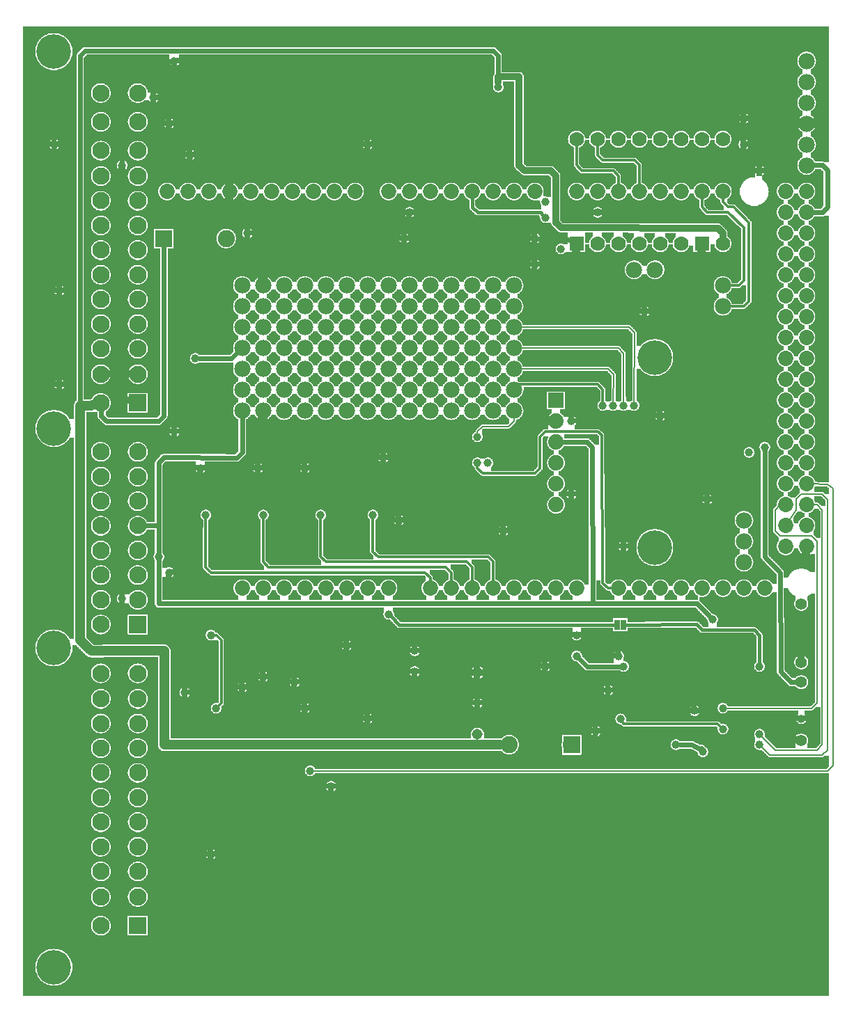
<source format=gbl>
G04 MADE WITH FRITZING*
G04 WWW.FRITZING.ORG*
G04 DOUBLE SIDED*
G04 HOLES PLATED*
G04 CONTOUR ON CENTER OF CONTOUR VECTOR*
%ASAXBY*%
%FSLAX23Y23*%
%MOIN*%
%OFA0B0*%
%SFA1.0B1.0*%
%ADD10C,0.075000*%
%ADD11C,0.039370*%
%ADD12C,0.082000*%
%ADD13C,0.082672*%
%ADD14C,0.165354*%
%ADD15C,0.072917*%
%ADD16C,0.078000*%
%ADD17C,0.055433*%
%ADD18C,0.074000*%
%ADD19C,0.070000*%
%ADD20C,0.051496*%
%ADD21R,0.082000X0.082000*%
%ADD22R,0.025000X0.050000*%
%ADD23R,0.074000X0.074000*%
%ADD24R,0.070000X0.070000*%
%ADD25C,0.024000*%
%ADD26C,0.008000*%
%ADD27C,0.012000*%
%ADD28C,0.016000*%
%ADD29C,0.032000*%
%ADD30C,0.048000*%
%ADD31R,0.001000X0.001000*%
%LNCOPPER0*%
G90*
G70*
G54D10*
X2472Y4489D03*
G54D11*
X1090Y1519D03*
X1690Y4119D03*
G54D12*
X715Y3669D03*
X1013Y3669D03*
G54D13*
X590Y378D03*
X413Y378D03*
X590Y515D03*
X413Y515D03*
X590Y637D03*
X413Y637D03*
X590Y756D03*
X413Y756D03*
X590Y874D03*
X413Y874D03*
X590Y992D03*
X413Y992D03*
X590Y1110D03*
X413Y1110D03*
X590Y1228D03*
X413Y1228D03*
X590Y1346D03*
X413Y1346D03*
X590Y1464D03*
X413Y1464D03*
X590Y1586D03*
X413Y1586D03*
X590Y1821D03*
X413Y1821D03*
X590Y1939D03*
X413Y1939D03*
X590Y2057D03*
X413Y2057D03*
X590Y2175D03*
X413Y2175D03*
X590Y2293D03*
X413Y2293D03*
X590Y2411D03*
X413Y2411D03*
X590Y2529D03*
X413Y2529D03*
X590Y2647D03*
X413Y2647D03*
X590Y2882D03*
X413Y2882D03*
X590Y3019D03*
X413Y3019D03*
X590Y3141D03*
X413Y3141D03*
X590Y3259D03*
X413Y3259D03*
X590Y3378D03*
X413Y3378D03*
X590Y3496D03*
X413Y3496D03*
X590Y3614D03*
X413Y3614D03*
X590Y3732D03*
X413Y3732D03*
X590Y3850D03*
X413Y3850D03*
X590Y3968D03*
X413Y3968D03*
X590Y4090D03*
X413Y4090D03*
X590Y4228D03*
X413Y4228D03*
X590Y4366D03*
X413Y4366D03*
G54D14*
X189Y179D03*
X189Y4565D03*
X189Y2759D03*
X189Y1708D03*
G54D11*
X1915Y1694D03*
X1915Y1594D03*
X1390Y1419D03*
X1415Y1119D03*
X815Y1494D03*
X2215Y2594D03*
X2215Y2719D03*
X2265Y2594D03*
X515Y1944D03*
X3490Y4244D03*
X3565Y3994D03*
X190Y4119D03*
X2540Y3844D03*
X2490Y3544D03*
X2540Y3769D03*
X2790Y3794D03*
X2915Y1619D03*
X1690Y1369D03*
X2215Y1444D03*
X665Y4344D03*
X1115Y3694D03*
X2540Y1619D03*
X1840Y2319D03*
X3015Y3319D03*
X2665Y2444D03*
X3765Y1369D03*
X3090Y2819D03*
X1515Y1044D03*
X2690Y1769D03*
X1865Y3669D03*
X2890Y1669D03*
X2841Y1506D03*
X3255Y1407D03*
X1890Y3794D03*
X840Y4069D03*
X740Y4219D03*
X765Y4519D03*
X215Y3419D03*
X215Y2969D03*
X1765Y2619D03*
X940Y719D03*
X740Y2069D03*
X765Y2744D03*
X2815Y2869D03*
X2865Y2869D03*
X2915Y2869D03*
X2965Y2869D03*
G54D15*
X2990Y1994D03*
X1390Y1994D03*
X3090Y1994D03*
X3190Y1994D03*
X3290Y1994D03*
X3390Y1994D03*
X3690Y3394D03*
X3490Y1994D03*
X3590Y1994D03*
X1430Y3894D03*
X1990Y1994D03*
X2090Y1994D03*
X2190Y1994D03*
X2290Y1994D03*
X3690Y2594D03*
X2390Y1994D03*
X2490Y1994D03*
X2590Y1994D03*
X2690Y1994D03*
X2190Y3894D03*
X3690Y3794D03*
X3690Y2994D03*
X3690Y2194D03*
X1030Y3894D03*
X1790Y1994D03*
X1790Y3894D03*
X3690Y3594D03*
X3690Y3194D03*
X3690Y2794D03*
X3390Y3894D03*
X3690Y2394D03*
X3290Y3894D03*
X3190Y3894D03*
X3090Y3894D03*
X2990Y3894D03*
X2890Y3894D03*
X2790Y3894D03*
X2690Y3894D03*
X830Y3894D03*
X1230Y3894D03*
X1630Y3894D03*
X1190Y1994D03*
X1590Y1994D03*
X2390Y3894D03*
X1990Y3894D03*
X3690Y3894D03*
X3690Y3694D03*
X3690Y3494D03*
X3690Y3294D03*
X3690Y3094D03*
X3690Y2894D03*
X3690Y2694D03*
X3690Y2494D03*
X3690Y2294D03*
X730Y3894D03*
X930Y3894D03*
X1130Y3894D03*
X1330Y3894D03*
X1530Y3894D03*
X1090Y1994D03*
X1290Y1994D03*
X1490Y1994D03*
X1690Y1994D03*
X2490Y3894D03*
X2290Y3894D03*
X2090Y3894D03*
X1890Y3894D03*
X3790Y3894D03*
X3790Y3794D03*
X3790Y3694D03*
X3790Y3594D03*
X3790Y3494D03*
X3790Y3394D03*
X3790Y3294D03*
X3790Y3194D03*
X3790Y3094D03*
X3790Y2994D03*
X3790Y2894D03*
X3790Y2794D03*
X3790Y2694D03*
X3790Y2594D03*
X3790Y2494D03*
X3790Y2394D03*
X3790Y2294D03*
X3790Y2194D03*
X2890Y1994D03*
G54D11*
X3565Y1619D03*
X1790Y1869D03*
G54D16*
X1290Y3244D03*
X2090Y2844D03*
X2090Y3244D03*
X1990Y3344D03*
X1890Y3344D03*
X1990Y2844D03*
X1890Y2844D03*
X1990Y3244D03*
X2090Y3344D03*
X2190Y2844D03*
X2390Y3344D03*
X2390Y2844D03*
X2190Y3244D03*
X2390Y3244D03*
X2290Y3344D03*
X1890Y3244D03*
X2290Y2844D03*
X2190Y3344D03*
X2290Y3244D03*
X1490Y2844D03*
X1490Y3244D03*
X1490Y3344D03*
X1390Y3344D03*
X1390Y2844D03*
X1290Y3344D03*
X1390Y3244D03*
X1290Y2844D03*
X1790Y3344D03*
X1690Y2844D03*
X1690Y3344D03*
X1790Y2844D03*
X1790Y3244D03*
X1590Y3244D03*
X1690Y3244D03*
X1590Y3344D03*
X1590Y2844D03*
X1290Y2944D03*
X2090Y2944D03*
X2190Y2944D03*
X2390Y2944D03*
X1890Y2944D03*
X2290Y2944D03*
X1990Y2944D03*
X1490Y2944D03*
X1390Y2944D03*
X1590Y2944D03*
X1790Y2944D03*
X1690Y2944D03*
X1290Y3044D03*
X1990Y3044D03*
X1890Y3044D03*
X2090Y3044D03*
X2290Y3044D03*
X2190Y3044D03*
X2390Y3044D03*
X1390Y3044D03*
X1490Y3044D03*
X1790Y3044D03*
X1590Y3044D03*
X1690Y3044D03*
X1290Y3144D03*
X2090Y3144D03*
X2190Y3144D03*
X2290Y3144D03*
X2390Y3144D03*
X1990Y3144D03*
X1890Y3144D03*
X1390Y3144D03*
X1590Y3144D03*
X1490Y3144D03*
X1690Y3144D03*
X1790Y3144D03*
G54D11*
X3565Y1294D03*
X3565Y1244D03*
X3390Y1419D03*
X2665Y2794D03*
X2615Y3619D03*
X2315Y4394D03*
X3590Y2669D03*
X2340Y2269D03*
X1590Y1719D03*
X1190Y1569D03*
X1340Y1544D03*
G54D17*
X3765Y1919D03*
X3765Y1639D03*
G54D11*
X3340Y1844D03*
G54D17*
X3765Y1544D03*
X3765Y1264D03*
G54D18*
X2592Y2894D03*
X2592Y2794D03*
X2592Y2694D03*
X2592Y2594D03*
X2592Y2494D03*
X2592Y2394D03*
G54D14*
X3064Y3099D03*
X3064Y2189D03*
G54D18*
X2592Y2894D03*
X2592Y2794D03*
X2592Y2694D03*
X2592Y2594D03*
X2592Y2494D03*
X2592Y2394D03*
G54D14*
X3064Y3099D03*
X3064Y2189D03*
G54D11*
X940Y1769D03*
X965Y1419D03*
X3315Y2419D03*
X2915Y2194D03*
X2490Y3669D03*
G54D19*
X3390Y4145D03*
X3390Y3645D03*
X3290Y4145D03*
X3290Y3645D03*
X3190Y4145D03*
X3190Y3645D03*
X3090Y4145D03*
X3090Y3645D03*
X2990Y4145D03*
X2990Y3645D03*
X2890Y4145D03*
X2890Y3645D03*
X2790Y4145D03*
X2790Y3645D03*
X2690Y4145D03*
X2690Y3645D03*
G54D11*
X3515Y2644D03*
G54D12*
X2665Y1244D03*
X2367Y1244D03*
G54D20*
X2215Y1294D03*
X2215Y1590D03*
G54D11*
X915Y2344D03*
X1190Y2344D03*
X1465Y2344D03*
X1715Y2344D03*
X690Y2144D03*
X865Y3094D03*
X1390Y2569D03*
X1165Y2569D03*
X890Y2569D03*
G54D16*
X3790Y4019D03*
X3790Y4119D03*
X3790Y4219D03*
X3790Y4319D03*
X3790Y4419D03*
X3790Y4519D03*
X3065Y3519D03*
X2965Y3519D03*
X3390Y3444D03*
X3390Y3344D03*
X3490Y2319D03*
X3490Y2219D03*
X3490Y2119D03*
X1090Y3444D03*
X1090Y3344D03*
X1090Y3244D03*
X1090Y3144D03*
X1090Y3044D03*
X1090Y2944D03*
X1090Y2844D03*
X1190Y3444D03*
X1190Y3344D03*
X1190Y3244D03*
X1190Y3144D03*
X1190Y3044D03*
X1190Y2944D03*
X1190Y2844D03*
X2390Y3444D03*
X1890Y3444D03*
X2090Y3444D03*
X1990Y3444D03*
X2290Y3444D03*
X2190Y3444D03*
X1490Y3444D03*
X1390Y3444D03*
X1290Y3444D03*
X1790Y3444D03*
X1690Y3444D03*
X1590Y3444D03*
G54D11*
X3490Y4119D03*
X2900Y1368D03*
X3294Y1210D03*
X3165Y1244D03*
X3390Y1319D03*
X2782Y1309D03*
X515Y4019D03*
X2690Y1669D03*
G54D21*
X714Y3669D03*
G54D22*
X2915Y1819D03*
X2883Y1819D03*
G54D23*
X2592Y2894D03*
X2592Y2894D03*
G54D24*
X2690Y3645D03*
X3290Y3645D03*
G54D21*
X2666Y1244D03*
G54D25*
X2315Y4544D02*
X2290Y4569D01*
D02*
X2290Y4569D02*
X339Y4569D01*
D02*
X339Y4569D02*
X315Y4544D01*
D02*
X315Y4544D02*
X315Y2869D01*
D02*
X2315Y4444D02*
X2315Y4544D01*
D02*
X623Y2293D02*
X690Y2293D01*
D02*
X415Y2819D02*
X414Y2849D01*
D02*
X440Y2794D02*
X415Y2819D01*
D02*
X715Y2819D02*
X690Y2794D01*
D02*
X690Y2794D02*
X440Y2794D01*
D02*
X715Y3637D02*
X715Y2819D01*
G54D26*
D02*
X3890Y1118D02*
X3916Y1144D01*
D02*
X3916Y1144D02*
X3916Y2470D01*
D02*
X3916Y2470D02*
X3890Y2492D01*
D02*
X3890Y2492D02*
X3815Y2494D01*
D02*
X1429Y1119D02*
X3890Y1118D01*
G54D27*
D02*
X2240Y2544D02*
X2215Y2569D01*
D02*
X2215Y2569D02*
X2215Y2581D01*
D02*
X2790Y2744D02*
X2540Y2744D01*
D02*
X2540Y2744D02*
X2515Y2719D01*
D02*
X2515Y2719D02*
X2515Y2569D01*
D02*
X2515Y2569D02*
X2490Y2544D01*
D02*
X2490Y2544D02*
X2240Y2544D01*
D02*
X2810Y2728D02*
X2790Y2744D01*
G54D28*
D02*
X2531Y3779D02*
X2516Y3794D01*
D02*
X2216Y3794D02*
X2190Y3818D01*
D02*
X2516Y3794D02*
X2216Y3794D01*
D02*
X2190Y3818D02*
X2190Y3870D01*
G54D25*
D02*
X2640Y3668D02*
X2509Y3669D01*
D02*
X2666Y3656D02*
X2640Y3668D01*
G54D28*
D02*
X3265Y1820D02*
X2922Y1819D01*
D02*
X1841Y1819D02*
X2876Y1819D01*
D02*
X1800Y1860D02*
X1841Y1819D01*
G54D27*
D02*
X3466Y3444D02*
X3490Y3469D01*
D02*
X3490Y3469D02*
X3490Y3720D01*
D02*
X3490Y3720D02*
X3415Y3793D01*
D02*
X3415Y3793D02*
X3315Y3793D01*
D02*
X3315Y3793D02*
X3290Y3820D01*
D02*
X3290Y3820D02*
X3290Y3870D01*
D02*
X3415Y3444D02*
X3466Y3444D01*
D02*
X3441Y3820D02*
X3415Y3820D01*
D02*
X3490Y3344D02*
X3515Y3369D01*
D02*
X3515Y3369D02*
X3515Y3744D01*
D02*
X3415Y3820D02*
X3390Y3844D01*
D02*
X3515Y3744D02*
X3441Y3820D01*
D02*
X3390Y3844D02*
X3390Y3870D01*
D02*
X3415Y3344D02*
X3490Y3344D01*
D02*
X2415Y2970D02*
X2407Y2962D01*
D02*
X2790Y2970D02*
X2415Y2970D01*
D02*
X2815Y2944D02*
X2790Y2970D01*
D02*
X2815Y2883D02*
X2815Y2944D01*
G54D26*
D02*
X2840Y3044D02*
X2866Y3019D01*
D02*
X2866Y3019D02*
X2865Y2883D01*
D02*
X2415Y3044D02*
X2840Y3044D01*
D02*
X2890Y3144D02*
X2915Y3119D01*
D02*
X2915Y3119D02*
X2915Y2883D01*
D02*
X2415Y3144D02*
X2890Y3144D01*
D02*
X2940Y3244D02*
X2415Y3244D01*
D02*
X2966Y3219D02*
X2940Y3244D01*
D02*
X2965Y2883D02*
X2966Y3219D01*
G54D28*
D02*
X3565Y1769D02*
X3540Y1794D01*
D02*
X3290Y1794D02*
X3265Y1820D01*
D02*
X3540Y1794D02*
X3290Y1794D01*
D02*
X3565Y1633D02*
X3565Y1769D01*
G54D26*
D02*
X3840Y1219D02*
X3865Y1244D01*
D02*
X3640Y1219D02*
X3840Y1219D01*
D02*
X3865Y2369D02*
X3840Y2394D01*
D02*
X3865Y1244D02*
X3865Y2369D01*
D02*
X3840Y2394D02*
X3815Y2394D01*
D02*
X3575Y1285D02*
X3640Y1219D01*
D02*
X3765Y2445D02*
X3740Y2420D01*
D02*
X3865Y2444D02*
X3765Y2445D01*
D02*
X3865Y1194D02*
X3890Y1219D01*
D02*
X3615Y1194D02*
X3865Y1194D01*
D02*
X3890Y2419D02*
X3865Y2444D01*
D02*
X3890Y1219D02*
X3890Y2419D01*
D02*
X3740Y2420D02*
X3740Y2369D01*
D02*
X3740Y2369D02*
X3704Y2315D01*
D02*
X3575Y1235D02*
X3615Y1194D01*
D02*
X3664Y2244D02*
X3640Y2268D01*
D02*
X3640Y2368D02*
X3664Y2394D01*
D02*
X3590Y1419D02*
X3815Y1419D01*
D02*
X3815Y1419D02*
X3840Y1444D01*
D02*
X3840Y2219D02*
X3815Y2244D01*
D02*
X3840Y1444D02*
X3840Y2219D01*
D02*
X3815Y2244D02*
X3664Y2244D01*
D02*
X3640Y2268D02*
X3640Y2368D01*
D02*
X3664Y2394D02*
X3665Y2394D01*
D02*
X3404Y1419D02*
X3590Y1419D01*
G54D29*
D02*
X2315Y4419D02*
X2315Y4444D01*
G54D25*
D02*
X2765Y2669D02*
X2740Y2694D01*
D02*
X2740Y2694D02*
X2623Y2694D01*
D02*
X2766Y1920D02*
X2765Y2669D01*
G54D29*
D02*
X2616Y3720D02*
X2590Y3744D01*
D02*
X3366Y3719D02*
X2616Y3720D01*
D02*
X2590Y3744D02*
X2590Y3969D01*
D02*
X2566Y3994D02*
X2440Y3994D01*
D02*
X2590Y3969D02*
X2566Y3994D01*
D02*
X2414Y4018D02*
X2415Y4444D01*
D02*
X2440Y3994D02*
X2414Y4018D01*
D02*
X2415Y4444D02*
X2315Y4444D01*
D02*
X3390Y3694D02*
X3366Y3719D01*
D02*
X3390Y3677D02*
X3390Y3694D01*
G54D25*
D02*
X3666Y1594D02*
X3714Y1544D01*
D02*
X3664Y2068D02*
X3666Y1594D01*
D02*
X3714Y1544D02*
X3736Y1544D01*
D02*
X3590Y2144D02*
X3664Y2068D01*
D02*
X3590Y2650D02*
X3590Y2144D01*
D02*
X1039Y3094D02*
X1069Y3123D01*
D02*
X884Y3094D02*
X1039Y3094D01*
D02*
X690Y1920D02*
X690Y2125D01*
D02*
X2766Y1920D02*
X690Y1920D01*
D02*
X3266Y1920D02*
X2766Y1920D01*
D02*
X3327Y1858D02*
X3266Y1920D01*
G54D27*
D02*
X990Y1444D02*
X975Y1429D01*
D02*
X990Y1744D02*
X990Y1444D01*
D02*
X966Y1769D02*
X990Y1744D01*
D02*
X954Y1769D02*
X966Y1769D01*
D02*
X915Y2094D02*
X915Y2331D01*
D02*
X941Y2069D02*
X915Y2094D01*
D02*
X1965Y2069D02*
X941Y2069D01*
D02*
X1990Y2044D02*
X1965Y2069D01*
D02*
X1990Y2019D02*
X1990Y2044D01*
D02*
X1190Y2120D02*
X1190Y2331D01*
D02*
X1215Y2095D02*
X1190Y2120D01*
D02*
X2065Y2094D02*
X1215Y2095D01*
D02*
X2090Y2069D02*
X2065Y2094D01*
D02*
X2090Y2019D02*
X2090Y2069D01*
D02*
X1490Y2120D02*
X2165Y2120D01*
D02*
X1465Y2144D02*
X1490Y2120D01*
D02*
X2165Y2120D02*
X2190Y2094D01*
D02*
X2190Y2094D02*
X2190Y2019D01*
D02*
X1465Y2331D02*
X1465Y2144D01*
D02*
X1715Y2169D02*
X1741Y2144D01*
D02*
X1741Y2144D02*
X2266Y2144D01*
D02*
X2266Y2144D02*
X2290Y2120D01*
D02*
X2290Y2120D02*
X2290Y2019D01*
D02*
X1715Y2331D02*
X1715Y2169D01*
G54D25*
D02*
X1065Y2619D02*
X1090Y2644D01*
D02*
X1090Y2644D02*
X1090Y2814D01*
D02*
X715Y2620D02*
X1065Y2619D01*
D02*
X690Y2593D02*
X715Y2620D01*
D02*
X690Y2293D02*
X690Y2593D01*
D02*
X690Y2163D02*
X690Y2293D01*
G54D27*
D02*
X2815Y2019D02*
X2840Y1994D01*
D02*
X2840Y1994D02*
X2865Y1994D01*
D02*
X2810Y2728D02*
X2815Y2019D01*
G54D26*
D02*
X2390Y2794D02*
X2365Y2769D01*
D02*
X2240Y2769D02*
X2215Y2744D01*
D02*
X2215Y2744D02*
X2215Y2733D01*
D02*
X2365Y2769D02*
X2240Y2769D01*
D02*
X2390Y2820D02*
X2390Y2794D01*
G54D27*
D02*
X2715Y3993D02*
X2690Y4020D01*
D02*
X2690Y4020D02*
X2690Y4124D01*
D02*
X2866Y3993D02*
X2715Y3993D01*
D02*
X2890Y3969D02*
X2866Y3993D01*
D02*
X2890Y3919D02*
X2890Y3969D01*
D02*
X2990Y3919D02*
X2990Y4020D01*
D02*
X2990Y4020D02*
X2966Y4044D01*
D02*
X2966Y4044D02*
X2815Y4044D01*
D02*
X2815Y4044D02*
X2790Y4069D01*
D02*
X2790Y4069D02*
X2790Y4124D01*
G54D25*
D02*
X3866Y4020D02*
X3820Y4020D01*
D02*
X3890Y3993D02*
X3866Y4020D01*
D02*
X3890Y3820D02*
X3890Y3993D01*
D02*
X3866Y3793D02*
X3890Y3820D01*
D02*
X3820Y3794D02*
X3866Y3793D01*
D02*
X3290Y1219D02*
X3240Y1244D01*
D02*
X3240Y1244D02*
X3184Y1244D01*
D02*
X3286Y1228D02*
X3290Y1219D01*
G54D27*
D02*
X2915Y1344D02*
X3365Y1344D01*
D02*
X3365Y1344D02*
X3381Y1329D01*
D02*
X2908Y1357D02*
X2915Y1344D01*
G54D30*
D02*
X366Y1693D02*
X716Y1694D01*
D02*
X716Y1244D02*
X2324Y1244D01*
D02*
X716Y1694D02*
X716Y1244D01*
D02*
X315Y1744D02*
X366Y1693D01*
D02*
X315Y2869D02*
X315Y1744D01*
D02*
X366Y2868D02*
X315Y2869D01*
D02*
X371Y2870D02*
X366Y2868D01*
G54D29*
D02*
X515Y3020D02*
X446Y3020D01*
D02*
X557Y3020D02*
X515Y3020D01*
D02*
X515Y2893D02*
X515Y3020D01*
D02*
X561Y2896D02*
X566Y2893D01*
D02*
X566Y2893D02*
X515Y2893D01*
D02*
X515Y3020D02*
X515Y4000D01*
G54D25*
D02*
X515Y4038D02*
X515Y4520D01*
D02*
X515Y4520D02*
X746Y4519D01*
D02*
X2896Y1619D02*
X2740Y1618D01*
D02*
X2740Y1618D02*
X2703Y1656D01*
G36*
X2730Y4140D02*
X2730Y4134D01*
X2728Y4134D01*
X2728Y4128D01*
X2726Y4128D01*
X2726Y4124D01*
X2724Y4124D01*
X2724Y4122D01*
X2722Y4122D01*
X2722Y4118D01*
X2720Y4118D01*
X2720Y4116D01*
X2718Y4116D01*
X2718Y4114D01*
X2716Y4114D01*
X2716Y4112D01*
X2712Y4112D01*
X2712Y4110D01*
X2710Y4110D01*
X2710Y4108D01*
X2706Y4108D01*
X2706Y4106D01*
X2702Y4106D01*
X2702Y4024D01*
X2704Y4024D01*
X2704Y4020D01*
X2706Y4020D01*
X2706Y4018D01*
X2708Y4018D01*
X2708Y4016D01*
X2710Y4016D01*
X2710Y4014D01*
X2712Y4014D01*
X2712Y4012D01*
X2714Y4012D01*
X2714Y4010D01*
X2716Y4010D01*
X2716Y4008D01*
X2718Y4008D01*
X2718Y4006D01*
X2720Y4006D01*
X2720Y4004D01*
X2872Y4004D01*
X2872Y4002D01*
X2874Y4002D01*
X2874Y4000D01*
X2876Y4000D01*
X2876Y3998D01*
X2878Y3998D01*
X2878Y3996D01*
X2880Y3996D01*
X2880Y3994D01*
X2882Y3994D01*
X2882Y3992D01*
X2884Y3992D01*
X2884Y3990D01*
X2886Y3990D01*
X2886Y3988D01*
X2888Y3988D01*
X2888Y3986D01*
X2890Y3986D01*
X2890Y3984D01*
X2892Y3984D01*
X2892Y3982D01*
X2894Y3982D01*
X2894Y3980D01*
X2896Y3980D01*
X2896Y3978D01*
X2898Y3978D01*
X2898Y3976D01*
X2900Y3976D01*
X2900Y3974D01*
X2902Y3974D01*
X2902Y3934D01*
X2906Y3934D01*
X2906Y3932D01*
X2910Y3932D01*
X2910Y3930D01*
X2914Y3930D01*
X2914Y3928D01*
X2916Y3928D01*
X2916Y3926D01*
X2918Y3926D01*
X2918Y3924D01*
X2920Y3924D01*
X2920Y3922D01*
X2922Y3922D01*
X2922Y3920D01*
X2924Y3920D01*
X2924Y3918D01*
X2926Y3918D01*
X2926Y3914D01*
X2928Y3914D01*
X2928Y3910D01*
X2930Y3910D01*
X2930Y3904D01*
X2950Y3904D01*
X2950Y3910D01*
X2952Y3910D01*
X2952Y3914D01*
X2954Y3914D01*
X2954Y3918D01*
X2956Y3918D01*
X2956Y3920D01*
X2958Y3920D01*
X2958Y3922D01*
X2960Y3922D01*
X2960Y3924D01*
X2962Y3924D01*
X2962Y3926D01*
X2964Y3926D01*
X2964Y3928D01*
X2966Y3928D01*
X2966Y3930D01*
X2970Y3930D01*
X2970Y3932D01*
X2974Y3932D01*
X2974Y3934D01*
X2978Y3934D01*
X2978Y4016D01*
X2976Y4016D01*
X2976Y4018D01*
X2974Y4018D01*
X2974Y4020D01*
X2972Y4020D01*
X2972Y4022D01*
X2970Y4022D01*
X2970Y4024D01*
X2968Y4024D01*
X2968Y4026D01*
X2966Y4026D01*
X2966Y4028D01*
X2964Y4028D01*
X2964Y4030D01*
X2962Y4030D01*
X2962Y4032D01*
X2810Y4032D01*
X2810Y4034D01*
X2806Y4034D01*
X2806Y4036D01*
X2804Y4036D01*
X2804Y4038D01*
X2802Y4038D01*
X2802Y4040D01*
X2800Y4040D01*
X2800Y4042D01*
X2798Y4042D01*
X2798Y4044D01*
X2796Y4044D01*
X2796Y4046D01*
X2794Y4046D01*
X2794Y4048D01*
X2792Y4048D01*
X2792Y4050D01*
X2790Y4050D01*
X2790Y4052D01*
X2788Y4052D01*
X2788Y4054D01*
X2786Y4054D01*
X2786Y4056D01*
X2784Y4056D01*
X2784Y4058D01*
X2782Y4058D01*
X2782Y4060D01*
X2780Y4060D01*
X2780Y4064D01*
X2778Y4064D01*
X2778Y4106D01*
X2774Y4106D01*
X2774Y4108D01*
X2770Y4108D01*
X2770Y4110D01*
X2766Y4110D01*
X2766Y4112D01*
X2764Y4112D01*
X2764Y4114D01*
X2762Y4114D01*
X2762Y4116D01*
X2760Y4116D01*
X2760Y4118D01*
X2758Y4118D01*
X2758Y4120D01*
X2756Y4120D01*
X2756Y4122D01*
X2754Y4122D01*
X2754Y4126D01*
X2752Y4126D01*
X2752Y4130D01*
X2750Y4130D01*
X2750Y4140D01*
X2730Y4140D01*
G37*
D02*
G36*
X2230Y3884D02*
X2230Y3878D01*
X2228Y3878D01*
X2228Y3874D01*
X2226Y3874D01*
X2226Y3870D01*
X2224Y3870D01*
X2224Y3868D01*
X2222Y3868D01*
X2222Y3864D01*
X2220Y3864D01*
X2220Y3862D01*
X2216Y3862D01*
X2216Y3860D01*
X2214Y3860D01*
X2214Y3858D01*
X2210Y3858D01*
X2210Y3856D01*
X2206Y3856D01*
X2206Y3854D01*
X2204Y3854D01*
X2204Y3852D01*
X2280Y3852D01*
X2280Y3854D01*
X2274Y3854D01*
X2274Y3856D01*
X2270Y3856D01*
X2270Y3858D01*
X2266Y3858D01*
X2266Y3860D01*
X2264Y3860D01*
X2264Y3862D01*
X2262Y3862D01*
X2262Y3864D01*
X2260Y3864D01*
X2260Y3866D01*
X2258Y3866D01*
X2258Y3868D01*
X2256Y3868D01*
X2256Y3870D01*
X2254Y3870D01*
X2254Y3874D01*
X2252Y3874D01*
X2252Y3878D01*
X2250Y3878D01*
X2250Y3884D01*
X2230Y3884D01*
G37*
D02*
G36*
X2330Y3884D02*
X2330Y3878D01*
X2328Y3878D01*
X2328Y3874D01*
X2326Y3874D01*
X2326Y3870D01*
X2324Y3870D01*
X2324Y3868D01*
X2322Y3868D01*
X2322Y3864D01*
X2320Y3864D01*
X2320Y3862D01*
X2316Y3862D01*
X2316Y3860D01*
X2314Y3860D01*
X2314Y3858D01*
X2310Y3858D01*
X2310Y3856D01*
X2306Y3856D01*
X2306Y3854D01*
X2300Y3854D01*
X2300Y3852D01*
X2380Y3852D01*
X2380Y3854D01*
X2374Y3854D01*
X2374Y3856D01*
X2370Y3856D01*
X2370Y3858D01*
X2366Y3858D01*
X2366Y3860D01*
X2364Y3860D01*
X2364Y3862D01*
X2362Y3862D01*
X2362Y3864D01*
X2360Y3864D01*
X2360Y3866D01*
X2358Y3866D01*
X2358Y3868D01*
X2356Y3868D01*
X2356Y3870D01*
X2354Y3870D01*
X2354Y3874D01*
X2352Y3874D01*
X2352Y3878D01*
X2350Y3878D01*
X2350Y3884D01*
X2330Y3884D01*
G37*
D02*
G36*
X2430Y3884D02*
X2430Y3878D01*
X2428Y3878D01*
X2428Y3874D01*
X2426Y3874D01*
X2426Y3870D01*
X2424Y3870D01*
X2424Y3868D01*
X2422Y3868D01*
X2422Y3864D01*
X2420Y3864D01*
X2420Y3862D01*
X2416Y3862D01*
X2416Y3860D01*
X2414Y3860D01*
X2414Y3858D01*
X2410Y3858D01*
X2410Y3856D01*
X2406Y3856D01*
X2406Y3854D01*
X2400Y3854D01*
X2400Y3852D01*
X2480Y3852D01*
X2480Y3854D01*
X2474Y3854D01*
X2474Y3856D01*
X2470Y3856D01*
X2470Y3858D01*
X2466Y3858D01*
X2466Y3860D01*
X2464Y3860D01*
X2464Y3862D01*
X2462Y3862D01*
X2462Y3864D01*
X2460Y3864D01*
X2460Y3866D01*
X2458Y3866D01*
X2458Y3868D01*
X2456Y3868D01*
X2456Y3870D01*
X2454Y3870D01*
X2454Y3874D01*
X2452Y3874D01*
X2452Y3878D01*
X2450Y3878D01*
X2450Y3884D01*
X2430Y3884D01*
G37*
D02*
G36*
X2204Y3852D02*
X2204Y3850D01*
X2514Y3850D01*
X2514Y3852D01*
X2204Y3852D01*
G37*
D02*
G36*
X2204Y3852D02*
X2204Y3850D01*
X2514Y3850D01*
X2514Y3852D01*
X2204Y3852D01*
G37*
D02*
G36*
X2204Y3852D02*
X2204Y3850D01*
X2514Y3850D01*
X2514Y3852D01*
X2204Y3852D01*
G37*
D02*
G36*
X2204Y3850D02*
X2204Y3824D01*
X2206Y3824D01*
X2206Y3822D01*
X2208Y3822D01*
X2208Y3820D01*
X2210Y3820D01*
X2210Y3818D01*
X2212Y3818D01*
X2212Y3816D01*
X2214Y3816D01*
X2214Y3814D01*
X2216Y3814D01*
X2216Y3812D01*
X2218Y3812D01*
X2218Y3810D01*
X2220Y3810D01*
X2220Y3808D01*
X2522Y3808D01*
X2522Y3826D01*
X2520Y3826D01*
X2520Y3830D01*
X2518Y3830D01*
X2518Y3834D01*
X2516Y3834D01*
X2516Y3840D01*
X2514Y3840D01*
X2514Y3850D01*
X2204Y3850D01*
G37*
D02*
G36*
X3330Y3884D02*
X3330Y3878D01*
X3328Y3878D01*
X3328Y3874D01*
X3326Y3874D01*
X3326Y3870D01*
X3324Y3870D01*
X3324Y3868D01*
X3322Y3868D01*
X3322Y3864D01*
X3320Y3864D01*
X3320Y3862D01*
X3316Y3862D01*
X3316Y3860D01*
X3314Y3860D01*
X3314Y3858D01*
X3310Y3858D01*
X3310Y3856D01*
X3306Y3856D01*
X3306Y3854D01*
X3302Y3854D01*
X3302Y3824D01*
X3304Y3824D01*
X3304Y3820D01*
X3306Y3820D01*
X3306Y3818D01*
X3308Y3818D01*
X3308Y3816D01*
X3310Y3816D01*
X3310Y3814D01*
X3312Y3814D01*
X3312Y3812D01*
X3314Y3812D01*
X3314Y3810D01*
X3316Y3810D01*
X3316Y3808D01*
X3318Y3808D01*
X3318Y3806D01*
X3320Y3806D01*
X3320Y3804D01*
X3394Y3804D01*
X3394Y3824D01*
X3392Y3824D01*
X3392Y3826D01*
X3390Y3826D01*
X3390Y3828D01*
X3388Y3828D01*
X3388Y3830D01*
X3386Y3830D01*
X3386Y3832D01*
X3384Y3832D01*
X3384Y3834D01*
X3382Y3834D01*
X3382Y3836D01*
X3380Y3836D01*
X3380Y3840D01*
X3378Y3840D01*
X3378Y3854D01*
X3374Y3854D01*
X3374Y3856D01*
X3370Y3856D01*
X3370Y3858D01*
X3366Y3858D01*
X3366Y3860D01*
X3364Y3860D01*
X3364Y3862D01*
X3362Y3862D01*
X3362Y3864D01*
X3360Y3864D01*
X3360Y3866D01*
X3358Y3866D01*
X3358Y3868D01*
X3356Y3868D01*
X3356Y3870D01*
X3354Y3870D01*
X3354Y3874D01*
X3352Y3874D01*
X3352Y3878D01*
X3350Y3878D01*
X3350Y3884D01*
X3330Y3884D01*
G37*
D02*
G36*
X3730Y3884D02*
X3730Y3878D01*
X3728Y3878D01*
X3728Y3874D01*
X3726Y3874D01*
X3726Y3870D01*
X3724Y3870D01*
X3724Y3868D01*
X3722Y3868D01*
X3722Y3864D01*
X3720Y3864D01*
X3720Y3862D01*
X3716Y3862D01*
X3716Y3860D01*
X3714Y3860D01*
X3714Y3858D01*
X3710Y3858D01*
X3710Y3856D01*
X3706Y3856D01*
X3706Y3854D01*
X3700Y3854D01*
X3700Y3834D01*
X3706Y3834D01*
X3706Y3832D01*
X3710Y3832D01*
X3710Y3830D01*
X3714Y3830D01*
X3714Y3828D01*
X3716Y3828D01*
X3716Y3826D01*
X3718Y3826D01*
X3718Y3824D01*
X3720Y3824D01*
X3720Y3822D01*
X3722Y3822D01*
X3722Y3820D01*
X3724Y3820D01*
X3724Y3818D01*
X3726Y3818D01*
X3726Y3814D01*
X3728Y3814D01*
X3728Y3810D01*
X3730Y3810D01*
X3730Y3804D01*
X3750Y3804D01*
X3750Y3810D01*
X3752Y3810D01*
X3752Y3814D01*
X3754Y3814D01*
X3754Y3818D01*
X3756Y3818D01*
X3756Y3820D01*
X3758Y3820D01*
X3758Y3822D01*
X3760Y3822D01*
X3760Y3824D01*
X3762Y3824D01*
X3762Y3826D01*
X3764Y3826D01*
X3764Y3828D01*
X3766Y3828D01*
X3766Y3830D01*
X3770Y3830D01*
X3770Y3832D01*
X3774Y3832D01*
X3774Y3834D01*
X3780Y3834D01*
X3780Y3854D01*
X3774Y3854D01*
X3774Y3856D01*
X3770Y3856D01*
X3770Y3858D01*
X3766Y3858D01*
X3766Y3860D01*
X3764Y3860D01*
X3764Y3862D01*
X3762Y3862D01*
X3762Y3864D01*
X3760Y3864D01*
X3760Y3866D01*
X3758Y3866D01*
X3758Y3868D01*
X3756Y3868D01*
X3756Y3870D01*
X3754Y3870D01*
X3754Y3874D01*
X3752Y3874D01*
X3752Y3878D01*
X3750Y3878D01*
X3750Y3884D01*
X3730Y3884D01*
G37*
D02*
G36*
X3730Y3784D02*
X3730Y3778D01*
X3728Y3778D01*
X3728Y3774D01*
X3726Y3774D01*
X3726Y3770D01*
X3724Y3770D01*
X3724Y3768D01*
X3722Y3768D01*
X3722Y3764D01*
X3720Y3764D01*
X3720Y3762D01*
X3716Y3762D01*
X3716Y3760D01*
X3714Y3760D01*
X3714Y3758D01*
X3710Y3758D01*
X3710Y3756D01*
X3706Y3756D01*
X3706Y3754D01*
X3700Y3754D01*
X3700Y3734D01*
X3706Y3734D01*
X3706Y3732D01*
X3710Y3732D01*
X3710Y3730D01*
X3714Y3730D01*
X3714Y3728D01*
X3716Y3728D01*
X3716Y3726D01*
X3718Y3726D01*
X3718Y3724D01*
X3720Y3724D01*
X3720Y3722D01*
X3722Y3722D01*
X3722Y3720D01*
X3724Y3720D01*
X3724Y3718D01*
X3726Y3718D01*
X3726Y3714D01*
X3728Y3714D01*
X3728Y3710D01*
X3730Y3710D01*
X3730Y3704D01*
X3750Y3704D01*
X3750Y3710D01*
X3752Y3710D01*
X3752Y3714D01*
X3754Y3714D01*
X3754Y3718D01*
X3756Y3718D01*
X3756Y3720D01*
X3758Y3720D01*
X3758Y3722D01*
X3760Y3722D01*
X3760Y3724D01*
X3762Y3724D01*
X3762Y3726D01*
X3764Y3726D01*
X3764Y3728D01*
X3766Y3728D01*
X3766Y3730D01*
X3770Y3730D01*
X3770Y3732D01*
X3774Y3732D01*
X3774Y3734D01*
X3780Y3734D01*
X3780Y3754D01*
X3774Y3754D01*
X3774Y3756D01*
X3770Y3756D01*
X3770Y3758D01*
X3766Y3758D01*
X3766Y3760D01*
X3764Y3760D01*
X3764Y3762D01*
X3762Y3762D01*
X3762Y3764D01*
X3760Y3764D01*
X3760Y3766D01*
X3758Y3766D01*
X3758Y3768D01*
X3756Y3768D01*
X3756Y3770D01*
X3754Y3770D01*
X3754Y3774D01*
X3752Y3774D01*
X3752Y3778D01*
X3750Y3778D01*
X3750Y3784D01*
X3730Y3784D01*
G37*
D02*
G36*
X3874Y3778D02*
X3874Y3776D01*
X3868Y3776D01*
X3868Y3774D01*
X3896Y3774D01*
X3896Y3778D01*
X3874Y3778D01*
G37*
D02*
G36*
X3828Y3776D02*
X3828Y3774D01*
X3852Y3774D01*
X3852Y3776D01*
X3828Y3776D01*
G37*
D02*
G36*
X3826Y3774D02*
X3826Y3772D01*
X3896Y3772D01*
X3896Y3774D01*
X3826Y3774D01*
G37*
D02*
G36*
X3826Y3774D02*
X3826Y3772D01*
X3896Y3772D01*
X3896Y3774D01*
X3826Y3774D01*
G37*
D02*
G36*
X3826Y3772D02*
X3826Y3770D01*
X3824Y3770D01*
X3824Y3768D01*
X3822Y3768D01*
X3822Y3764D01*
X3820Y3764D01*
X3820Y3762D01*
X3816Y3762D01*
X3816Y3760D01*
X3814Y3760D01*
X3814Y3758D01*
X3810Y3758D01*
X3810Y3756D01*
X3806Y3756D01*
X3806Y3754D01*
X3800Y3754D01*
X3800Y3734D01*
X3806Y3734D01*
X3806Y3732D01*
X3810Y3732D01*
X3810Y3730D01*
X3814Y3730D01*
X3814Y3728D01*
X3816Y3728D01*
X3816Y3726D01*
X3818Y3726D01*
X3818Y3724D01*
X3820Y3724D01*
X3820Y3722D01*
X3822Y3722D01*
X3822Y3720D01*
X3824Y3720D01*
X3824Y3718D01*
X3826Y3718D01*
X3826Y3714D01*
X3828Y3714D01*
X3828Y3710D01*
X3830Y3710D01*
X3830Y3704D01*
X3832Y3704D01*
X3832Y3684D01*
X3830Y3684D01*
X3830Y3678D01*
X3828Y3678D01*
X3828Y3674D01*
X3826Y3674D01*
X3826Y3670D01*
X3824Y3670D01*
X3824Y3668D01*
X3822Y3668D01*
X3822Y3664D01*
X3820Y3664D01*
X3820Y3662D01*
X3816Y3662D01*
X3816Y3660D01*
X3814Y3660D01*
X3814Y3658D01*
X3810Y3658D01*
X3810Y3656D01*
X3806Y3656D01*
X3806Y3654D01*
X3800Y3654D01*
X3800Y3634D01*
X3806Y3634D01*
X3806Y3632D01*
X3810Y3632D01*
X3810Y3630D01*
X3814Y3630D01*
X3814Y3628D01*
X3816Y3628D01*
X3816Y3626D01*
X3818Y3626D01*
X3818Y3624D01*
X3820Y3624D01*
X3820Y3622D01*
X3822Y3622D01*
X3822Y3620D01*
X3824Y3620D01*
X3824Y3618D01*
X3826Y3618D01*
X3826Y3614D01*
X3828Y3614D01*
X3828Y3610D01*
X3830Y3610D01*
X3830Y3604D01*
X3832Y3604D01*
X3832Y3584D01*
X3830Y3584D01*
X3830Y3578D01*
X3828Y3578D01*
X3828Y3574D01*
X3826Y3574D01*
X3826Y3570D01*
X3824Y3570D01*
X3824Y3568D01*
X3822Y3568D01*
X3822Y3564D01*
X3820Y3564D01*
X3820Y3562D01*
X3816Y3562D01*
X3816Y3560D01*
X3814Y3560D01*
X3814Y3558D01*
X3810Y3558D01*
X3810Y3556D01*
X3806Y3556D01*
X3806Y3554D01*
X3800Y3554D01*
X3800Y3534D01*
X3806Y3534D01*
X3806Y3532D01*
X3810Y3532D01*
X3810Y3530D01*
X3814Y3530D01*
X3814Y3528D01*
X3816Y3528D01*
X3816Y3526D01*
X3818Y3526D01*
X3818Y3524D01*
X3820Y3524D01*
X3820Y3522D01*
X3822Y3522D01*
X3822Y3520D01*
X3824Y3520D01*
X3824Y3518D01*
X3826Y3518D01*
X3826Y3514D01*
X3828Y3514D01*
X3828Y3510D01*
X3830Y3510D01*
X3830Y3504D01*
X3832Y3504D01*
X3832Y3484D01*
X3830Y3484D01*
X3830Y3478D01*
X3828Y3478D01*
X3828Y3474D01*
X3826Y3474D01*
X3826Y3470D01*
X3824Y3470D01*
X3824Y3468D01*
X3822Y3468D01*
X3822Y3464D01*
X3820Y3464D01*
X3820Y3462D01*
X3816Y3462D01*
X3816Y3460D01*
X3814Y3460D01*
X3814Y3458D01*
X3810Y3458D01*
X3810Y3456D01*
X3806Y3456D01*
X3806Y3454D01*
X3800Y3454D01*
X3800Y3434D01*
X3806Y3434D01*
X3806Y3432D01*
X3810Y3432D01*
X3810Y3430D01*
X3814Y3430D01*
X3814Y3428D01*
X3816Y3428D01*
X3816Y3426D01*
X3818Y3426D01*
X3818Y3424D01*
X3820Y3424D01*
X3820Y3422D01*
X3822Y3422D01*
X3822Y3420D01*
X3824Y3420D01*
X3824Y3418D01*
X3826Y3418D01*
X3826Y3414D01*
X3828Y3414D01*
X3828Y3410D01*
X3830Y3410D01*
X3830Y3404D01*
X3832Y3404D01*
X3832Y3384D01*
X3830Y3384D01*
X3830Y3378D01*
X3828Y3378D01*
X3828Y3374D01*
X3826Y3374D01*
X3826Y3370D01*
X3824Y3370D01*
X3824Y3368D01*
X3822Y3368D01*
X3822Y3364D01*
X3820Y3364D01*
X3820Y3362D01*
X3816Y3362D01*
X3816Y3360D01*
X3814Y3360D01*
X3814Y3358D01*
X3810Y3358D01*
X3810Y3356D01*
X3806Y3356D01*
X3806Y3354D01*
X3800Y3354D01*
X3800Y3334D01*
X3806Y3334D01*
X3806Y3332D01*
X3810Y3332D01*
X3810Y3330D01*
X3814Y3330D01*
X3814Y3328D01*
X3816Y3328D01*
X3816Y3326D01*
X3818Y3326D01*
X3818Y3324D01*
X3820Y3324D01*
X3820Y3322D01*
X3822Y3322D01*
X3822Y3320D01*
X3824Y3320D01*
X3824Y3318D01*
X3826Y3318D01*
X3826Y3314D01*
X3828Y3314D01*
X3828Y3310D01*
X3830Y3310D01*
X3830Y3304D01*
X3832Y3304D01*
X3832Y3284D01*
X3830Y3284D01*
X3830Y3278D01*
X3828Y3278D01*
X3828Y3274D01*
X3826Y3274D01*
X3826Y3270D01*
X3824Y3270D01*
X3824Y3268D01*
X3822Y3268D01*
X3822Y3264D01*
X3820Y3264D01*
X3820Y3262D01*
X3816Y3262D01*
X3816Y3260D01*
X3814Y3260D01*
X3814Y3258D01*
X3810Y3258D01*
X3810Y3256D01*
X3806Y3256D01*
X3806Y3254D01*
X3800Y3254D01*
X3800Y3234D01*
X3806Y3234D01*
X3806Y3232D01*
X3810Y3232D01*
X3810Y3230D01*
X3814Y3230D01*
X3814Y3228D01*
X3816Y3228D01*
X3816Y3226D01*
X3818Y3226D01*
X3818Y3224D01*
X3820Y3224D01*
X3820Y3222D01*
X3822Y3222D01*
X3822Y3220D01*
X3824Y3220D01*
X3824Y3218D01*
X3826Y3218D01*
X3826Y3214D01*
X3828Y3214D01*
X3828Y3210D01*
X3830Y3210D01*
X3830Y3204D01*
X3832Y3204D01*
X3832Y3184D01*
X3830Y3184D01*
X3830Y3178D01*
X3828Y3178D01*
X3828Y3174D01*
X3826Y3174D01*
X3826Y3170D01*
X3824Y3170D01*
X3824Y3168D01*
X3822Y3168D01*
X3822Y3164D01*
X3820Y3164D01*
X3820Y3162D01*
X3816Y3162D01*
X3816Y3160D01*
X3814Y3160D01*
X3814Y3158D01*
X3810Y3158D01*
X3810Y3156D01*
X3806Y3156D01*
X3806Y3154D01*
X3800Y3154D01*
X3800Y3134D01*
X3806Y3134D01*
X3806Y3132D01*
X3810Y3132D01*
X3810Y3130D01*
X3814Y3130D01*
X3814Y3128D01*
X3816Y3128D01*
X3816Y3126D01*
X3818Y3126D01*
X3818Y3124D01*
X3820Y3124D01*
X3820Y3122D01*
X3822Y3122D01*
X3822Y3120D01*
X3824Y3120D01*
X3824Y3118D01*
X3826Y3118D01*
X3826Y3114D01*
X3828Y3114D01*
X3828Y3110D01*
X3830Y3110D01*
X3830Y3104D01*
X3832Y3104D01*
X3832Y3084D01*
X3830Y3084D01*
X3830Y3078D01*
X3828Y3078D01*
X3828Y3074D01*
X3826Y3074D01*
X3826Y3070D01*
X3824Y3070D01*
X3824Y3068D01*
X3822Y3068D01*
X3822Y3064D01*
X3820Y3064D01*
X3820Y3062D01*
X3816Y3062D01*
X3816Y3060D01*
X3814Y3060D01*
X3814Y3058D01*
X3810Y3058D01*
X3810Y3056D01*
X3806Y3056D01*
X3806Y3054D01*
X3800Y3054D01*
X3800Y3034D01*
X3806Y3034D01*
X3806Y3032D01*
X3810Y3032D01*
X3810Y3030D01*
X3814Y3030D01*
X3814Y3028D01*
X3816Y3028D01*
X3816Y3026D01*
X3818Y3026D01*
X3818Y3024D01*
X3820Y3024D01*
X3820Y3022D01*
X3822Y3022D01*
X3822Y3020D01*
X3824Y3020D01*
X3824Y3018D01*
X3826Y3018D01*
X3826Y3014D01*
X3828Y3014D01*
X3828Y3010D01*
X3830Y3010D01*
X3830Y3004D01*
X3832Y3004D01*
X3832Y2984D01*
X3830Y2984D01*
X3830Y2978D01*
X3828Y2978D01*
X3828Y2974D01*
X3826Y2974D01*
X3826Y2970D01*
X3824Y2970D01*
X3824Y2968D01*
X3822Y2968D01*
X3822Y2964D01*
X3820Y2964D01*
X3820Y2962D01*
X3816Y2962D01*
X3816Y2960D01*
X3814Y2960D01*
X3814Y2958D01*
X3810Y2958D01*
X3810Y2956D01*
X3806Y2956D01*
X3806Y2954D01*
X3800Y2954D01*
X3800Y2934D01*
X3806Y2934D01*
X3806Y2932D01*
X3810Y2932D01*
X3810Y2930D01*
X3814Y2930D01*
X3814Y2928D01*
X3816Y2928D01*
X3816Y2926D01*
X3818Y2926D01*
X3818Y2924D01*
X3820Y2924D01*
X3820Y2922D01*
X3822Y2922D01*
X3822Y2920D01*
X3824Y2920D01*
X3824Y2918D01*
X3826Y2918D01*
X3826Y2914D01*
X3828Y2914D01*
X3828Y2910D01*
X3830Y2910D01*
X3830Y2904D01*
X3832Y2904D01*
X3832Y2884D01*
X3830Y2884D01*
X3830Y2878D01*
X3828Y2878D01*
X3828Y2874D01*
X3826Y2874D01*
X3826Y2870D01*
X3824Y2870D01*
X3824Y2868D01*
X3822Y2868D01*
X3822Y2864D01*
X3820Y2864D01*
X3820Y2862D01*
X3816Y2862D01*
X3816Y2860D01*
X3814Y2860D01*
X3814Y2858D01*
X3810Y2858D01*
X3810Y2856D01*
X3806Y2856D01*
X3806Y2854D01*
X3800Y2854D01*
X3800Y2834D01*
X3806Y2834D01*
X3806Y2832D01*
X3810Y2832D01*
X3810Y2830D01*
X3814Y2830D01*
X3814Y2828D01*
X3816Y2828D01*
X3816Y2826D01*
X3818Y2826D01*
X3818Y2824D01*
X3820Y2824D01*
X3820Y2822D01*
X3822Y2822D01*
X3822Y2820D01*
X3824Y2820D01*
X3824Y2818D01*
X3826Y2818D01*
X3826Y2814D01*
X3828Y2814D01*
X3828Y2810D01*
X3830Y2810D01*
X3830Y2804D01*
X3832Y2804D01*
X3832Y2784D01*
X3830Y2784D01*
X3830Y2778D01*
X3828Y2778D01*
X3828Y2774D01*
X3826Y2774D01*
X3826Y2770D01*
X3824Y2770D01*
X3824Y2768D01*
X3822Y2768D01*
X3822Y2764D01*
X3820Y2764D01*
X3820Y2762D01*
X3816Y2762D01*
X3816Y2760D01*
X3814Y2760D01*
X3814Y2758D01*
X3810Y2758D01*
X3810Y2756D01*
X3806Y2756D01*
X3806Y2754D01*
X3800Y2754D01*
X3800Y2734D01*
X3806Y2734D01*
X3806Y2732D01*
X3810Y2732D01*
X3810Y2730D01*
X3814Y2730D01*
X3814Y2728D01*
X3816Y2728D01*
X3816Y2726D01*
X3818Y2726D01*
X3818Y2724D01*
X3820Y2724D01*
X3820Y2722D01*
X3822Y2722D01*
X3822Y2720D01*
X3824Y2720D01*
X3824Y2718D01*
X3826Y2718D01*
X3826Y2714D01*
X3828Y2714D01*
X3828Y2710D01*
X3830Y2710D01*
X3830Y2704D01*
X3832Y2704D01*
X3832Y2684D01*
X3830Y2684D01*
X3830Y2678D01*
X3828Y2678D01*
X3828Y2674D01*
X3826Y2674D01*
X3826Y2670D01*
X3824Y2670D01*
X3824Y2668D01*
X3822Y2668D01*
X3822Y2664D01*
X3820Y2664D01*
X3820Y2662D01*
X3816Y2662D01*
X3816Y2660D01*
X3814Y2660D01*
X3814Y2658D01*
X3810Y2658D01*
X3810Y2656D01*
X3806Y2656D01*
X3806Y2654D01*
X3800Y2654D01*
X3800Y2634D01*
X3806Y2634D01*
X3806Y2632D01*
X3810Y2632D01*
X3810Y2630D01*
X3814Y2630D01*
X3814Y2628D01*
X3816Y2628D01*
X3816Y2626D01*
X3818Y2626D01*
X3818Y2624D01*
X3820Y2624D01*
X3820Y2622D01*
X3822Y2622D01*
X3822Y2620D01*
X3824Y2620D01*
X3824Y2618D01*
X3826Y2618D01*
X3826Y2614D01*
X3828Y2614D01*
X3828Y2610D01*
X3830Y2610D01*
X3830Y2604D01*
X3832Y2604D01*
X3832Y2584D01*
X3830Y2584D01*
X3830Y2578D01*
X3828Y2578D01*
X3828Y2574D01*
X3826Y2574D01*
X3826Y2570D01*
X3824Y2570D01*
X3824Y2568D01*
X3822Y2568D01*
X3822Y2564D01*
X3820Y2564D01*
X3820Y2562D01*
X3816Y2562D01*
X3816Y2560D01*
X3814Y2560D01*
X3814Y2558D01*
X3810Y2558D01*
X3810Y2556D01*
X3806Y2556D01*
X3806Y2554D01*
X3800Y2554D01*
X3800Y2534D01*
X3806Y2534D01*
X3806Y2532D01*
X3810Y2532D01*
X3810Y2530D01*
X3814Y2530D01*
X3814Y2528D01*
X3816Y2528D01*
X3816Y2526D01*
X3818Y2526D01*
X3818Y2524D01*
X3820Y2524D01*
X3820Y2522D01*
X3822Y2522D01*
X3822Y2520D01*
X3824Y2520D01*
X3824Y2518D01*
X3826Y2518D01*
X3826Y2514D01*
X3828Y2514D01*
X3828Y2510D01*
X3830Y2510D01*
X3830Y2504D01*
X3840Y2504D01*
X3840Y2502D01*
X3896Y2502D01*
X3896Y3772D01*
X3826Y3772D01*
G37*
D02*
G36*
X2730Y3698D02*
X2730Y3648D01*
X2750Y3648D01*
X2750Y3658D01*
X2752Y3658D01*
X2752Y3662D01*
X2754Y3662D01*
X2754Y3666D01*
X2756Y3666D01*
X2756Y3670D01*
X2758Y3670D01*
X2758Y3672D01*
X2760Y3672D01*
X2760Y3674D01*
X2762Y3674D01*
X2762Y3676D01*
X2764Y3676D01*
X2764Y3678D01*
X2768Y3678D01*
X2768Y3698D01*
X2730Y3698D01*
G37*
D02*
G36*
X2812Y3698D02*
X2812Y3678D01*
X2814Y3678D01*
X2814Y3676D01*
X2816Y3676D01*
X2816Y3674D01*
X2818Y3674D01*
X2818Y3672D01*
X2820Y3672D01*
X2820Y3670D01*
X2822Y3670D01*
X2822Y3668D01*
X2824Y3668D01*
X2824Y3664D01*
X2826Y3664D01*
X2826Y3660D01*
X2828Y3660D01*
X2828Y3654D01*
X2830Y3654D01*
X2830Y3648D01*
X2850Y3648D01*
X2850Y3658D01*
X2852Y3658D01*
X2852Y3662D01*
X2854Y3662D01*
X2854Y3666D01*
X2856Y3666D01*
X2856Y3670D01*
X2858Y3670D01*
X2858Y3672D01*
X2860Y3672D01*
X2860Y3674D01*
X2862Y3674D01*
X2862Y3676D01*
X2864Y3676D01*
X2864Y3678D01*
X2868Y3678D01*
X2868Y3698D01*
X2812Y3698D01*
G37*
D02*
G36*
X2912Y3698D02*
X2912Y3678D01*
X2914Y3678D01*
X2914Y3676D01*
X2916Y3676D01*
X2916Y3674D01*
X2918Y3674D01*
X2918Y3672D01*
X2920Y3672D01*
X2920Y3670D01*
X2922Y3670D01*
X2922Y3668D01*
X2924Y3668D01*
X2924Y3664D01*
X2926Y3664D01*
X2926Y3660D01*
X2928Y3660D01*
X2928Y3654D01*
X2930Y3654D01*
X2930Y3648D01*
X2950Y3648D01*
X2950Y3658D01*
X2952Y3658D01*
X2952Y3662D01*
X2954Y3662D01*
X2954Y3666D01*
X2956Y3666D01*
X2956Y3670D01*
X2958Y3670D01*
X2958Y3672D01*
X2960Y3672D01*
X2960Y3674D01*
X2962Y3674D01*
X2962Y3676D01*
X2964Y3676D01*
X2964Y3696D01*
X2936Y3696D01*
X2936Y3698D01*
X2912Y3698D01*
G37*
D02*
G36*
X3014Y3696D02*
X3014Y3676D01*
X3016Y3676D01*
X3016Y3674D01*
X3018Y3674D01*
X3018Y3672D01*
X3020Y3672D01*
X3020Y3670D01*
X3022Y3670D01*
X3022Y3668D01*
X3024Y3668D01*
X3024Y3664D01*
X3026Y3664D01*
X3026Y3660D01*
X3028Y3660D01*
X3028Y3654D01*
X3030Y3654D01*
X3030Y3648D01*
X3050Y3648D01*
X3050Y3658D01*
X3052Y3658D01*
X3052Y3662D01*
X3054Y3662D01*
X3054Y3666D01*
X3056Y3666D01*
X3056Y3670D01*
X3058Y3670D01*
X3058Y3672D01*
X3060Y3672D01*
X3060Y3674D01*
X3062Y3674D01*
X3062Y3676D01*
X3064Y3676D01*
X3064Y3696D01*
X3014Y3696D01*
G37*
D02*
G36*
X3114Y3696D02*
X3114Y3676D01*
X3116Y3676D01*
X3116Y3674D01*
X3118Y3674D01*
X3118Y3672D01*
X3120Y3672D01*
X3120Y3670D01*
X3122Y3670D01*
X3122Y3668D01*
X3124Y3668D01*
X3124Y3664D01*
X3126Y3664D01*
X3126Y3660D01*
X3128Y3660D01*
X3128Y3654D01*
X3130Y3654D01*
X3130Y3648D01*
X3150Y3648D01*
X3150Y3658D01*
X3152Y3658D01*
X3152Y3662D01*
X3154Y3662D01*
X3154Y3666D01*
X3156Y3666D01*
X3156Y3670D01*
X3158Y3670D01*
X3158Y3672D01*
X3160Y3672D01*
X3160Y3674D01*
X3162Y3674D01*
X3162Y3676D01*
X3164Y3676D01*
X3164Y3696D01*
X3114Y3696D01*
G37*
D02*
G36*
X3730Y3684D02*
X3730Y3678D01*
X3728Y3678D01*
X3728Y3674D01*
X3726Y3674D01*
X3726Y3670D01*
X3724Y3670D01*
X3724Y3668D01*
X3722Y3668D01*
X3722Y3664D01*
X3720Y3664D01*
X3720Y3662D01*
X3716Y3662D01*
X3716Y3660D01*
X3714Y3660D01*
X3714Y3658D01*
X3710Y3658D01*
X3710Y3656D01*
X3706Y3656D01*
X3706Y3654D01*
X3700Y3654D01*
X3700Y3634D01*
X3706Y3634D01*
X3706Y3632D01*
X3710Y3632D01*
X3710Y3630D01*
X3714Y3630D01*
X3714Y3628D01*
X3716Y3628D01*
X3716Y3626D01*
X3718Y3626D01*
X3718Y3624D01*
X3720Y3624D01*
X3720Y3622D01*
X3722Y3622D01*
X3722Y3620D01*
X3724Y3620D01*
X3724Y3618D01*
X3726Y3618D01*
X3726Y3614D01*
X3728Y3614D01*
X3728Y3610D01*
X3730Y3610D01*
X3730Y3604D01*
X3750Y3604D01*
X3750Y3610D01*
X3752Y3610D01*
X3752Y3614D01*
X3754Y3614D01*
X3754Y3618D01*
X3756Y3618D01*
X3756Y3620D01*
X3758Y3620D01*
X3758Y3622D01*
X3760Y3622D01*
X3760Y3624D01*
X3762Y3624D01*
X3762Y3626D01*
X3764Y3626D01*
X3764Y3628D01*
X3766Y3628D01*
X3766Y3630D01*
X3770Y3630D01*
X3770Y3632D01*
X3774Y3632D01*
X3774Y3634D01*
X3780Y3634D01*
X3780Y3654D01*
X3774Y3654D01*
X3774Y3656D01*
X3770Y3656D01*
X3770Y3658D01*
X3766Y3658D01*
X3766Y3660D01*
X3764Y3660D01*
X3764Y3662D01*
X3762Y3662D01*
X3762Y3664D01*
X3760Y3664D01*
X3760Y3666D01*
X3758Y3666D01*
X3758Y3668D01*
X3756Y3668D01*
X3756Y3670D01*
X3754Y3670D01*
X3754Y3674D01*
X3752Y3674D01*
X3752Y3678D01*
X3750Y3678D01*
X3750Y3684D01*
X3730Y3684D01*
G37*
D02*
G36*
X3730Y3584D02*
X3730Y3578D01*
X3728Y3578D01*
X3728Y3574D01*
X3726Y3574D01*
X3726Y3570D01*
X3724Y3570D01*
X3724Y3568D01*
X3722Y3568D01*
X3722Y3564D01*
X3720Y3564D01*
X3720Y3562D01*
X3716Y3562D01*
X3716Y3560D01*
X3714Y3560D01*
X3714Y3558D01*
X3710Y3558D01*
X3710Y3556D01*
X3706Y3556D01*
X3706Y3554D01*
X3700Y3554D01*
X3700Y3534D01*
X3706Y3534D01*
X3706Y3532D01*
X3710Y3532D01*
X3710Y3530D01*
X3714Y3530D01*
X3714Y3528D01*
X3716Y3528D01*
X3716Y3526D01*
X3718Y3526D01*
X3718Y3524D01*
X3720Y3524D01*
X3720Y3522D01*
X3722Y3522D01*
X3722Y3520D01*
X3724Y3520D01*
X3724Y3518D01*
X3726Y3518D01*
X3726Y3514D01*
X3728Y3514D01*
X3728Y3510D01*
X3730Y3510D01*
X3730Y3504D01*
X3750Y3504D01*
X3750Y3510D01*
X3752Y3510D01*
X3752Y3514D01*
X3754Y3514D01*
X3754Y3518D01*
X3756Y3518D01*
X3756Y3520D01*
X3758Y3520D01*
X3758Y3522D01*
X3760Y3522D01*
X3760Y3524D01*
X3762Y3524D01*
X3762Y3526D01*
X3764Y3526D01*
X3764Y3528D01*
X3766Y3528D01*
X3766Y3530D01*
X3770Y3530D01*
X3770Y3532D01*
X3774Y3532D01*
X3774Y3534D01*
X3780Y3534D01*
X3780Y3554D01*
X3774Y3554D01*
X3774Y3556D01*
X3770Y3556D01*
X3770Y3558D01*
X3766Y3558D01*
X3766Y3560D01*
X3764Y3560D01*
X3764Y3562D01*
X3762Y3562D01*
X3762Y3564D01*
X3760Y3564D01*
X3760Y3566D01*
X3758Y3566D01*
X3758Y3568D01*
X3756Y3568D01*
X3756Y3570D01*
X3754Y3570D01*
X3754Y3574D01*
X3752Y3574D01*
X3752Y3578D01*
X3750Y3578D01*
X3750Y3584D01*
X3730Y3584D01*
G37*
D02*
G36*
X3730Y3484D02*
X3730Y3478D01*
X3728Y3478D01*
X3728Y3474D01*
X3726Y3474D01*
X3726Y3470D01*
X3724Y3470D01*
X3724Y3468D01*
X3722Y3468D01*
X3722Y3464D01*
X3720Y3464D01*
X3720Y3462D01*
X3716Y3462D01*
X3716Y3460D01*
X3714Y3460D01*
X3714Y3458D01*
X3710Y3458D01*
X3710Y3456D01*
X3706Y3456D01*
X3706Y3454D01*
X3700Y3454D01*
X3700Y3434D01*
X3706Y3434D01*
X3706Y3432D01*
X3710Y3432D01*
X3710Y3430D01*
X3714Y3430D01*
X3714Y3428D01*
X3716Y3428D01*
X3716Y3426D01*
X3718Y3426D01*
X3718Y3424D01*
X3720Y3424D01*
X3720Y3422D01*
X3722Y3422D01*
X3722Y3420D01*
X3724Y3420D01*
X3724Y3418D01*
X3726Y3418D01*
X3726Y3414D01*
X3728Y3414D01*
X3728Y3410D01*
X3730Y3410D01*
X3730Y3404D01*
X3750Y3404D01*
X3750Y3410D01*
X3752Y3410D01*
X3752Y3414D01*
X3754Y3414D01*
X3754Y3418D01*
X3756Y3418D01*
X3756Y3420D01*
X3758Y3420D01*
X3758Y3422D01*
X3760Y3422D01*
X3760Y3424D01*
X3762Y3424D01*
X3762Y3426D01*
X3764Y3426D01*
X3764Y3428D01*
X3766Y3428D01*
X3766Y3430D01*
X3770Y3430D01*
X3770Y3432D01*
X3774Y3432D01*
X3774Y3434D01*
X3780Y3434D01*
X3780Y3454D01*
X3774Y3454D01*
X3774Y3456D01*
X3770Y3456D01*
X3770Y3458D01*
X3766Y3458D01*
X3766Y3460D01*
X3764Y3460D01*
X3764Y3462D01*
X3762Y3462D01*
X3762Y3464D01*
X3760Y3464D01*
X3760Y3466D01*
X3758Y3466D01*
X3758Y3468D01*
X3756Y3468D01*
X3756Y3470D01*
X3754Y3470D01*
X3754Y3474D01*
X3752Y3474D01*
X3752Y3478D01*
X3750Y3478D01*
X3750Y3484D01*
X3730Y3484D01*
G37*
D02*
G36*
X3482Y3444D02*
X3482Y3442D01*
X3480Y3442D01*
X3480Y3440D01*
X3478Y3440D01*
X3478Y3438D01*
X3476Y3438D01*
X3476Y3436D01*
X3474Y3436D01*
X3474Y3434D01*
X3470Y3434D01*
X3470Y3432D01*
X3432Y3432D01*
X3432Y3426D01*
X3430Y3426D01*
X3430Y3422D01*
X3428Y3422D01*
X3428Y3418D01*
X3426Y3418D01*
X3426Y3416D01*
X3424Y3416D01*
X3424Y3414D01*
X3422Y3414D01*
X3422Y3412D01*
X3420Y3412D01*
X3420Y3410D01*
X3418Y3410D01*
X3418Y3408D01*
X3416Y3408D01*
X3416Y3406D01*
X3412Y3406D01*
X3412Y3404D01*
X3408Y3404D01*
X3408Y3384D01*
X3412Y3384D01*
X3412Y3382D01*
X3416Y3382D01*
X3416Y3380D01*
X3418Y3380D01*
X3418Y3378D01*
X3420Y3378D01*
X3420Y3376D01*
X3422Y3376D01*
X3422Y3374D01*
X3424Y3374D01*
X3424Y3372D01*
X3426Y3372D01*
X3426Y3370D01*
X3428Y3370D01*
X3428Y3366D01*
X3430Y3366D01*
X3430Y3362D01*
X3432Y3362D01*
X3432Y3356D01*
X3486Y3356D01*
X3486Y3358D01*
X3488Y3358D01*
X3488Y3360D01*
X3490Y3360D01*
X3490Y3362D01*
X3492Y3362D01*
X3492Y3364D01*
X3494Y3364D01*
X3494Y3366D01*
X3496Y3366D01*
X3496Y3368D01*
X3498Y3368D01*
X3498Y3370D01*
X3500Y3370D01*
X3500Y3372D01*
X3502Y3372D01*
X3502Y3444D01*
X3482Y3444D01*
G37*
D02*
G36*
X1130Y3426D02*
X1130Y3422D01*
X1128Y3422D01*
X1128Y3418D01*
X1126Y3418D01*
X1126Y3416D01*
X1124Y3416D01*
X1124Y3414D01*
X1122Y3414D01*
X1122Y3412D01*
X1120Y3412D01*
X1120Y3410D01*
X1118Y3410D01*
X1118Y3408D01*
X1116Y3408D01*
X1116Y3406D01*
X1112Y3406D01*
X1112Y3404D01*
X1108Y3404D01*
X1108Y3384D01*
X1112Y3384D01*
X1112Y3382D01*
X1116Y3382D01*
X1116Y3380D01*
X1118Y3380D01*
X1118Y3378D01*
X1120Y3378D01*
X1120Y3376D01*
X1122Y3376D01*
X1122Y3374D01*
X1124Y3374D01*
X1124Y3372D01*
X1126Y3372D01*
X1126Y3370D01*
X1128Y3370D01*
X1128Y3366D01*
X1130Y3366D01*
X1130Y3362D01*
X1150Y3362D01*
X1150Y3366D01*
X1152Y3366D01*
X1152Y3370D01*
X1154Y3370D01*
X1154Y3372D01*
X1156Y3372D01*
X1156Y3374D01*
X1158Y3374D01*
X1158Y3376D01*
X1160Y3376D01*
X1160Y3378D01*
X1162Y3378D01*
X1162Y3380D01*
X1164Y3380D01*
X1164Y3382D01*
X1168Y3382D01*
X1168Y3384D01*
X1172Y3384D01*
X1172Y3404D01*
X1168Y3404D01*
X1168Y3406D01*
X1164Y3406D01*
X1164Y3408D01*
X1162Y3408D01*
X1162Y3410D01*
X1160Y3410D01*
X1160Y3412D01*
X1158Y3412D01*
X1158Y3414D01*
X1156Y3414D01*
X1156Y3416D01*
X1154Y3416D01*
X1154Y3418D01*
X1152Y3418D01*
X1152Y3422D01*
X1150Y3422D01*
X1150Y3426D01*
X1130Y3426D01*
G37*
D02*
G36*
X1230Y3426D02*
X1230Y3422D01*
X1228Y3422D01*
X1228Y3418D01*
X1226Y3418D01*
X1226Y3416D01*
X1224Y3416D01*
X1224Y3414D01*
X1222Y3414D01*
X1222Y3412D01*
X1220Y3412D01*
X1220Y3410D01*
X1218Y3410D01*
X1218Y3408D01*
X1216Y3408D01*
X1216Y3406D01*
X1212Y3406D01*
X1212Y3404D01*
X1208Y3404D01*
X1208Y3384D01*
X1212Y3384D01*
X1212Y3382D01*
X1216Y3382D01*
X1216Y3380D01*
X1218Y3380D01*
X1218Y3378D01*
X1220Y3378D01*
X1220Y3376D01*
X1222Y3376D01*
X1222Y3374D01*
X1224Y3374D01*
X1224Y3372D01*
X1226Y3372D01*
X1226Y3370D01*
X1228Y3370D01*
X1228Y3366D01*
X1230Y3366D01*
X1230Y3362D01*
X1250Y3362D01*
X1250Y3366D01*
X1252Y3366D01*
X1252Y3370D01*
X1254Y3370D01*
X1254Y3372D01*
X1256Y3372D01*
X1256Y3374D01*
X1258Y3374D01*
X1258Y3376D01*
X1260Y3376D01*
X1260Y3378D01*
X1262Y3378D01*
X1262Y3380D01*
X1264Y3380D01*
X1264Y3382D01*
X1268Y3382D01*
X1268Y3384D01*
X1272Y3384D01*
X1272Y3404D01*
X1268Y3404D01*
X1268Y3406D01*
X1264Y3406D01*
X1264Y3408D01*
X1262Y3408D01*
X1262Y3410D01*
X1260Y3410D01*
X1260Y3412D01*
X1258Y3412D01*
X1258Y3414D01*
X1256Y3414D01*
X1256Y3416D01*
X1254Y3416D01*
X1254Y3418D01*
X1252Y3418D01*
X1252Y3422D01*
X1250Y3422D01*
X1250Y3426D01*
X1230Y3426D01*
G37*
D02*
G36*
X1330Y3426D02*
X1330Y3422D01*
X1328Y3422D01*
X1328Y3418D01*
X1326Y3418D01*
X1326Y3416D01*
X1324Y3416D01*
X1324Y3414D01*
X1322Y3414D01*
X1322Y3412D01*
X1320Y3412D01*
X1320Y3410D01*
X1318Y3410D01*
X1318Y3408D01*
X1316Y3408D01*
X1316Y3406D01*
X1312Y3406D01*
X1312Y3404D01*
X1308Y3404D01*
X1308Y3384D01*
X1312Y3384D01*
X1312Y3382D01*
X1316Y3382D01*
X1316Y3380D01*
X1318Y3380D01*
X1318Y3378D01*
X1320Y3378D01*
X1320Y3376D01*
X1322Y3376D01*
X1322Y3374D01*
X1324Y3374D01*
X1324Y3372D01*
X1326Y3372D01*
X1326Y3370D01*
X1328Y3370D01*
X1328Y3366D01*
X1330Y3366D01*
X1330Y3362D01*
X1350Y3362D01*
X1350Y3366D01*
X1352Y3366D01*
X1352Y3370D01*
X1354Y3370D01*
X1354Y3372D01*
X1356Y3372D01*
X1356Y3374D01*
X1358Y3374D01*
X1358Y3376D01*
X1360Y3376D01*
X1360Y3378D01*
X1362Y3378D01*
X1362Y3380D01*
X1364Y3380D01*
X1364Y3382D01*
X1368Y3382D01*
X1368Y3384D01*
X1372Y3384D01*
X1372Y3404D01*
X1368Y3404D01*
X1368Y3406D01*
X1364Y3406D01*
X1364Y3408D01*
X1362Y3408D01*
X1362Y3410D01*
X1360Y3410D01*
X1360Y3412D01*
X1358Y3412D01*
X1358Y3414D01*
X1356Y3414D01*
X1356Y3416D01*
X1354Y3416D01*
X1354Y3418D01*
X1352Y3418D01*
X1352Y3422D01*
X1350Y3422D01*
X1350Y3426D01*
X1330Y3426D01*
G37*
D02*
G36*
X1430Y3426D02*
X1430Y3422D01*
X1428Y3422D01*
X1428Y3418D01*
X1426Y3418D01*
X1426Y3416D01*
X1424Y3416D01*
X1424Y3414D01*
X1422Y3414D01*
X1422Y3412D01*
X1420Y3412D01*
X1420Y3410D01*
X1418Y3410D01*
X1418Y3408D01*
X1416Y3408D01*
X1416Y3406D01*
X1412Y3406D01*
X1412Y3404D01*
X1408Y3404D01*
X1408Y3384D01*
X1412Y3384D01*
X1412Y3382D01*
X1416Y3382D01*
X1416Y3380D01*
X1418Y3380D01*
X1418Y3378D01*
X1420Y3378D01*
X1420Y3376D01*
X1422Y3376D01*
X1422Y3374D01*
X1424Y3374D01*
X1424Y3372D01*
X1426Y3372D01*
X1426Y3370D01*
X1428Y3370D01*
X1428Y3366D01*
X1430Y3366D01*
X1430Y3362D01*
X1450Y3362D01*
X1450Y3366D01*
X1452Y3366D01*
X1452Y3370D01*
X1454Y3370D01*
X1454Y3372D01*
X1456Y3372D01*
X1456Y3374D01*
X1458Y3374D01*
X1458Y3376D01*
X1460Y3376D01*
X1460Y3378D01*
X1462Y3378D01*
X1462Y3380D01*
X1464Y3380D01*
X1464Y3382D01*
X1468Y3382D01*
X1468Y3384D01*
X1472Y3384D01*
X1472Y3404D01*
X1468Y3404D01*
X1468Y3406D01*
X1464Y3406D01*
X1464Y3408D01*
X1462Y3408D01*
X1462Y3410D01*
X1460Y3410D01*
X1460Y3412D01*
X1458Y3412D01*
X1458Y3414D01*
X1456Y3414D01*
X1456Y3416D01*
X1454Y3416D01*
X1454Y3418D01*
X1452Y3418D01*
X1452Y3422D01*
X1450Y3422D01*
X1450Y3426D01*
X1430Y3426D01*
G37*
D02*
G36*
X1530Y3426D02*
X1530Y3422D01*
X1528Y3422D01*
X1528Y3418D01*
X1526Y3418D01*
X1526Y3416D01*
X1524Y3416D01*
X1524Y3414D01*
X1522Y3414D01*
X1522Y3412D01*
X1520Y3412D01*
X1520Y3410D01*
X1518Y3410D01*
X1518Y3408D01*
X1516Y3408D01*
X1516Y3406D01*
X1512Y3406D01*
X1512Y3404D01*
X1508Y3404D01*
X1508Y3384D01*
X1512Y3384D01*
X1512Y3382D01*
X1516Y3382D01*
X1516Y3380D01*
X1518Y3380D01*
X1518Y3378D01*
X1520Y3378D01*
X1520Y3376D01*
X1522Y3376D01*
X1522Y3374D01*
X1524Y3374D01*
X1524Y3372D01*
X1526Y3372D01*
X1526Y3370D01*
X1528Y3370D01*
X1528Y3366D01*
X1530Y3366D01*
X1530Y3362D01*
X1550Y3362D01*
X1550Y3366D01*
X1552Y3366D01*
X1552Y3370D01*
X1554Y3370D01*
X1554Y3372D01*
X1556Y3372D01*
X1556Y3374D01*
X1558Y3374D01*
X1558Y3376D01*
X1560Y3376D01*
X1560Y3378D01*
X1562Y3378D01*
X1562Y3380D01*
X1564Y3380D01*
X1564Y3382D01*
X1568Y3382D01*
X1568Y3384D01*
X1572Y3384D01*
X1572Y3404D01*
X1568Y3404D01*
X1568Y3406D01*
X1564Y3406D01*
X1564Y3408D01*
X1562Y3408D01*
X1562Y3410D01*
X1560Y3410D01*
X1560Y3412D01*
X1558Y3412D01*
X1558Y3414D01*
X1556Y3414D01*
X1556Y3416D01*
X1554Y3416D01*
X1554Y3418D01*
X1552Y3418D01*
X1552Y3422D01*
X1550Y3422D01*
X1550Y3426D01*
X1530Y3426D01*
G37*
D02*
G36*
X1630Y3426D02*
X1630Y3422D01*
X1628Y3422D01*
X1628Y3418D01*
X1626Y3418D01*
X1626Y3416D01*
X1624Y3416D01*
X1624Y3414D01*
X1622Y3414D01*
X1622Y3412D01*
X1620Y3412D01*
X1620Y3410D01*
X1618Y3410D01*
X1618Y3408D01*
X1616Y3408D01*
X1616Y3406D01*
X1612Y3406D01*
X1612Y3404D01*
X1608Y3404D01*
X1608Y3384D01*
X1612Y3384D01*
X1612Y3382D01*
X1616Y3382D01*
X1616Y3380D01*
X1618Y3380D01*
X1618Y3378D01*
X1620Y3378D01*
X1620Y3376D01*
X1622Y3376D01*
X1622Y3374D01*
X1624Y3374D01*
X1624Y3372D01*
X1626Y3372D01*
X1626Y3370D01*
X1628Y3370D01*
X1628Y3366D01*
X1630Y3366D01*
X1630Y3362D01*
X1650Y3362D01*
X1650Y3366D01*
X1652Y3366D01*
X1652Y3370D01*
X1654Y3370D01*
X1654Y3372D01*
X1656Y3372D01*
X1656Y3374D01*
X1658Y3374D01*
X1658Y3376D01*
X1660Y3376D01*
X1660Y3378D01*
X1662Y3378D01*
X1662Y3380D01*
X1664Y3380D01*
X1664Y3382D01*
X1668Y3382D01*
X1668Y3384D01*
X1672Y3384D01*
X1672Y3404D01*
X1668Y3404D01*
X1668Y3406D01*
X1664Y3406D01*
X1664Y3408D01*
X1662Y3408D01*
X1662Y3410D01*
X1660Y3410D01*
X1660Y3412D01*
X1658Y3412D01*
X1658Y3414D01*
X1656Y3414D01*
X1656Y3416D01*
X1654Y3416D01*
X1654Y3418D01*
X1652Y3418D01*
X1652Y3422D01*
X1650Y3422D01*
X1650Y3426D01*
X1630Y3426D01*
G37*
D02*
G36*
X1730Y3426D02*
X1730Y3422D01*
X1728Y3422D01*
X1728Y3418D01*
X1726Y3418D01*
X1726Y3416D01*
X1724Y3416D01*
X1724Y3414D01*
X1722Y3414D01*
X1722Y3412D01*
X1720Y3412D01*
X1720Y3410D01*
X1718Y3410D01*
X1718Y3408D01*
X1716Y3408D01*
X1716Y3406D01*
X1712Y3406D01*
X1712Y3404D01*
X1708Y3404D01*
X1708Y3384D01*
X1712Y3384D01*
X1712Y3382D01*
X1716Y3382D01*
X1716Y3380D01*
X1718Y3380D01*
X1718Y3378D01*
X1720Y3378D01*
X1720Y3376D01*
X1722Y3376D01*
X1722Y3374D01*
X1724Y3374D01*
X1724Y3372D01*
X1726Y3372D01*
X1726Y3370D01*
X1728Y3370D01*
X1728Y3366D01*
X1730Y3366D01*
X1730Y3362D01*
X1750Y3362D01*
X1750Y3366D01*
X1752Y3366D01*
X1752Y3370D01*
X1754Y3370D01*
X1754Y3372D01*
X1756Y3372D01*
X1756Y3374D01*
X1758Y3374D01*
X1758Y3376D01*
X1760Y3376D01*
X1760Y3378D01*
X1762Y3378D01*
X1762Y3380D01*
X1764Y3380D01*
X1764Y3382D01*
X1768Y3382D01*
X1768Y3384D01*
X1772Y3384D01*
X1772Y3404D01*
X1768Y3404D01*
X1768Y3406D01*
X1764Y3406D01*
X1764Y3408D01*
X1762Y3408D01*
X1762Y3410D01*
X1760Y3410D01*
X1760Y3412D01*
X1758Y3412D01*
X1758Y3414D01*
X1756Y3414D01*
X1756Y3416D01*
X1754Y3416D01*
X1754Y3418D01*
X1752Y3418D01*
X1752Y3422D01*
X1750Y3422D01*
X1750Y3426D01*
X1730Y3426D01*
G37*
D02*
G36*
X1830Y3426D02*
X1830Y3422D01*
X1828Y3422D01*
X1828Y3418D01*
X1826Y3418D01*
X1826Y3416D01*
X1824Y3416D01*
X1824Y3414D01*
X1822Y3414D01*
X1822Y3412D01*
X1820Y3412D01*
X1820Y3410D01*
X1818Y3410D01*
X1818Y3408D01*
X1816Y3408D01*
X1816Y3406D01*
X1812Y3406D01*
X1812Y3404D01*
X1808Y3404D01*
X1808Y3384D01*
X1812Y3384D01*
X1812Y3382D01*
X1816Y3382D01*
X1816Y3380D01*
X1818Y3380D01*
X1818Y3378D01*
X1820Y3378D01*
X1820Y3376D01*
X1822Y3376D01*
X1822Y3374D01*
X1824Y3374D01*
X1824Y3372D01*
X1826Y3372D01*
X1826Y3370D01*
X1828Y3370D01*
X1828Y3366D01*
X1830Y3366D01*
X1830Y3362D01*
X1850Y3362D01*
X1850Y3366D01*
X1852Y3366D01*
X1852Y3370D01*
X1854Y3370D01*
X1854Y3372D01*
X1856Y3372D01*
X1856Y3374D01*
X1858Y3374D01*
X1858Y3376D01*
X1860Y3376D01*
X1860Y3378D01*
X1862Y3378D01*
X1862Y3380D01*
X1864Y3380D01*
X1864Y3382D01*
X1868Y3382D01*
X1868Y3384D01*
X1872Y3384D01*
X1872Y3404D01*
X1868Y3404D01*
X1868Y3406D01*
X1864Y3406D01*
X1864Y3408D01*
X1862Y3408D01*
X1862Y3410D01*
X1860Y3410D01*
X1860Y3412D01*
X1858Y3412D01*
X1858Y3414D01*
X1856Y3414D01*
X1856Y3416D01*
X1854Y3416D01*
X1854Y3418D01*
X1852Y3418D01*
X1852Y3422D01*
X1850Y3422D01*
X1850Y3426D01*
X1830Y3426D01*
G37*
D02*
G36*
X1930Y3426D02*
X1930Y3422D01*
X1928Y3422D01*
X1928Y3418D01*
X1926Y3418D01*
X1926Y3416D01*
X1924Y3416D01*
X1924Y3414D01*
X1922Y3414D01*
X1922Y3412D01*
X1920Y3412D01*
X1920Y3410D01*
X1918Y3410D01*
X1918Y3408D01*
X1916Y3408D01*
X1916Y3406D01*
X1912Y3406D01*
X1912Y3404D01*
X1908Y3404D01*
X1908Y3384D01*
X1912Y3384D01*
X1912Y3382D01*
X1916Y3382D01*
X1916Y3380D01*
X1918Y3380D01*
X1918Y3378D01*
X1920Y3378D01*
X1920Y3376D01*
X1922Y3376D01*
X1922Y3374D01*
X1924Y3374D01*
X1924Y3372D01*
X1926Y3372D01*
X1926Y3370D01*
X1928Y3370D01*
X1928Y3366D01*
X1930Y3366D01*
X1930Y3362D01*
X1950Y3362D01*
X1950Y3366D01*
X1952Y3366D01*
X1952Y3370D01*
X1954Y3370D01*
X1954Y3372D01*
X1956Y3372D01*
X1956Y3374D01*
X1958Y3374D01*
X1958Y3376D01*
X1960Y3376D01*
X1960Y3378D01*
X1962Y3378D01*
X1962Y3380D01*
X1964Y3380D01*
X1964Y3382D01*
X1968Y3382D01*
X1968Y3384D01*
X1972Y3384D01*
X1972Y3404D01*
X1968Y3404D01*
X1968Y3406D01*
X1964Y3406D01*
X1964Y3408D01*
X1962Y3408D01*
X1962Y3410D01*
X1960Y3410D01*
X1960Y3412D01*
X1958Y3412D01*
X1958Y3414D01*
X1956Y3414D01*
X1956Y3416D01*
X1954Y3416D01*
X1954Y3418D01*
X1952Y3418D01*
X1952Y3422D01*
X1950Y3422D01*
X1950Y3426D01*
X1930Y3426D01*
G37*
D02*
G36*
X2030Y3426D02*
X2030Y3422D01*
X2028Y3422D01*
X2028Y3418D01*
X2026Y3418D01*
X2026Y3416D01*
X2024Y3416D01*
X2024Y3414D01*
X2022Y3414D01*
X2022Y3412D01*
X2020Y3412D01*
X2020Y3410D01*
X2018Y3410D01*
X2018Y3408D01*
X2016Y3408D01*
X2016Y3406D01*
X2012Y3406D01*
X2012Y3404D01*
X2008Y3404D01*
X2008Y3384D01*
X2012Y3384D01*
X2012Y3382D01*
X2016Y3382D01*
X2016Y3380D01*
X2018Y3380D01*
X2018Y3378D01*
X2020Y3378D01*
X2020Y3376D01*
X2022Y3376D01*
X2022Y3374D01*
X2024Y3374D01*
X2024Y3372D01*
X2026Y3372D01*
X2026Y3370D01*
X2028Y3370D01*
X2028Y3366D01*
X2030Y3366D01*
X2030Y3362D01*
X2050Y3362D01*
X2050Y3366D01*
X2052Y3366D01*
X2052Y3370D01*
X2054Y3370D01*
X2054Y3372D01*
X2056Y3372D01*
X2056Y3374D01*
X2058Y3374D01*
X2058Y3376D01*
X2060Y3376D01*
X2060Y3378D01*
X2062Y3378D01*
X2062Y3380D01*
X2064Y3380D01*
X2064Y3382D01*
X2068Y3382D01*
X2068Y3384D01*
X2072Y3384D01*
X2072Y3404D01*
X2068Y3404D01*
X2068Y3406D01*
X2064Y3406D01*
X2064Y3408D01*
X2062Y3408D01*
X2062Y3410D01*
X2060Y3410D01*
X2060Y3412D01*
X2058Y3412D01*
X2058Y3414D01*
X2056Y3414D01*
X2056Y3416D01*
X2054Y3416D01*
X2054Y3418D01*
X2052Y3418D01*
X2052Y3422D01*
X2050Y3422D01*
X2050Y3426D01*
X2030Y3426D01*
G37*
D02*
G36*
X2130Y3426D02*
X2130Y3422D01*
X2128Y3422D01*
X2128Y3418D01*
X2126Y3418D01*
X2126Y3416D01*
X2124Y3416D01*
X2124Y3414D01*
X2122Y3414D01*
X2122Y3412D01*
X2120Y3412D01*
X2120Y3410D01*
X2118Y3410D01*
X2118Y3408D01*
X2116Y3408D01*
X2116Y3406D01*
X2112Y3406D01*
X2112Y3404D01*
X2108Y3404D01*
X2108Y3384D01*
X2112Y3384D01*
X2112Y3382D01*
X2116Y3382D01*
X2116Y3380D01*
X2118Y3380D01*
X2118Y3378D01*
X2120Y3378D01*
X2120Y3376D01*
X2122Y3376D01*
X2122Y3374D01*
X2124Y3374D01*
X2124Y3372D01*
X2126Y3372D01*
X2126Y3370D01*
X2128Y3370D01*
X2128Y3366D01*
X2130Y3366D01*
X2130Y3362D01*
X2150Y3362D01*
X2150Y3366D01*
X2152Y3366D01*
X2152Y3370D01*
X2154Y3370D01*
X2154Y3372D01*
X2156Y3372D01*
X2156Y3374D01*
X2158Y3374D01*
X2158Y3376D01*
X2160Y3376D01*
X2160Y3378D01*
X2162Y3378D01*
X2162Y3380D01*
X2164Y3380D01*
X2164Y3382D01*
X2168Y3382D01*
X2168Y3384D01*
X2172Y3384D01*
X2172Y3404D01*
X2168Y3404D01*
X2168Y3406D01*
X2164Y3406D01*
X2164Y3408D01*
X2162Y3408D01*
X2162Y3410D01*
X2160Y3410D01*
X2160Y3412D01*
X2158Y3412D01*
X2158Y3414D01*
X2156Y3414D01*
X2156Y3416D01*
X2154Y3416D01*
X2154Y3418D01*
X2152Y3418D01*
X2152Y3422D01*
X2150Y3422D01*
X2150Y3426D01*
X2130Y3426D01*
G37*
D02*
G36*
X2230Y3426D02*
X2230Y3422D01*
X2228Y3422D01*
X2228Y3418D01*
X2226Y3418D01*
X2226Y3416D01*
X2224Y3416D01*
X2224Y3414D01*
X2222Y3414D01*
X2222Y3412D01*
X2220Y3412D01*
X2220Y3410D01*
X2218Y3410D01*
X2218Y3408D01*
X2216Y3408D01*
X2216Y3406D01*
X2212Y3406D01*
X2212Y3404D01*
X2208Y3404D01*
X2208Y3384D01*
X2212Y3384D01*
X2212Y3382D01*
X2216Y3382D01*
X2216Y3380D01*
X2218Y3380D01*
X2218Y3378D01*
X2220Y3378D01*
X2220Y3376D01*
X2222Y3376D01*
X2222Y3374D01*
X2224Y3374D01*
X2224Y3372D01*
X2226Y3372D01*
X2226Y3370D01*
X2228Y3370D01*
X2228Y3366D01*
X2230Y3366D01*
X2230Y3362D01*
X2250Y3362D01*
X2250Y3366D01*
X2252Y3366D01*
X2252Y3370D01*
X2254Y3370D01*
X2254Y3372D01*
X2256Y3372D01*
X2256Y3374D01*
X2258Y3374D01*
X2258Y3376D01*
X2260Y3376D01*
X2260Y3378D01*
X2262Y3378D01*
X2262Y3380D01*
X2264Y3380D01*
X2264Y3382D01*
X2268Y3382D01*
X2268Y3384D01*
X2272Y3384D01*
X2272Y3404D01*
X2268Y3404D01*
X2268Y3406D01*
X2264Y3406D01*
X2264Y3408D01*
X2262Y3408D01*
X2262Y3410D01*
X2260Y3410D01*
X2260Y3412D01*
X2258Y3412D01*
X2258Y3414D01*
X2256Y3414D01*
X2256Y3416D01*
X2254Y3416D01*
X2254Y3418D01*
X2252Y3418D01*
X2252Y3422D01*
X2250Y3422D01*
X2250Y3426D01*
X2230Y3426D01*
G37*
D02*
G36*
X2330Y3426D02*
X2330Y3422D01*
X2328Y3422D01*
X2328Y3418D01*
X2326Y3418D01*
X2326Y3416D01*
X2324Y3416D01*
X2324Y3414D01*
X2322Y3414D01*
X2322Y3412D01*
X2320Y3412D01*
X2320Y3410D01*
X2318Y3410D01*
X2318Y3408D01*
X2316Y3408D01*
X2316Y3406D01*
X2312Y3406D01*
X2312Y3404D01*
X2308Y3404D01*
X2308Y3384D01*
X2312Y3384D01*
X2312Y3382D01*
X2316Y3382D01*
X2316Y3380D01*
X2318Y3380D01*
X2318Y3378D01*
X2320Y3378D01*
X2320Y3376D01*
X2322Y3376D01*
X2322Y3374D01*
X2324Y3374D01*
X2324Y3372D01*
X2326Y3372D01*
X2326Y3370D01*
X2328Y3370D01*
X2328Y3366D01*
X2330Y3366D01*
X2330Y3362D01*
X2350Y3362D01*
X2350Y3366D01*
X2352Y3366D01*
X2352Y3370D01*
X2354Y3370D01*
X2354Y3372D01*
X2356Y3372D01*
X2356Y3374D01*
X2358Y3374D01*
X2358Y3376D01*
X2360Y3376D01*
X2360Y3378D01*
X2362Y3378D01*
X2362Y3380D01*
X2364Y3380D01*
X2364Y3382D01*
X2368Y3382D01*
X2368Y3384D01*
X2372Y3384D01*
X2372Y3404D01*
X2368Y3404D01*
X2368Y3406D01*
X2364Y3406D01*
X2364Y3408D01*
X2362Y3408D01*
X2362Y3410D01*
X2360Y3410D01*
X2360Y3412D01*
X2358Y3412D01*
X2358Y3414D01*
X2356Y3414D01*
X2356Y3416D01*
X2354Y3416D01*
X2354Y3418D01*
X2352Y3418D01*
X2352Y3422D01*
X2350Y3422D01*
X2350Y3426D01*
X2330Y3426D01*
G37*
D02*
G36*
X3730Y3384D02*
X3730Y3378D01*
X3728Y3378D01*
X3728Y3374D01*
X3726Y3374D01*
X3726Y3370D01*
X3724Y3370D01*
X3724Y3368D01*
X3722Y3368D01*
X3722Y3364D01*
X3720Y3364D01*
X3720Y3362D01*
X3716Y3362D01*
X3716Y3360D01*
X3714Y3360D01*
X3714Y3358D01*
X3710Y3358D01*
X3710Y3356D01*
X3706Y3356D01*
X3706Y3354D01*
X3700Y3354D01*
X3700Y3334D01*
X3706Y3334D01*
X3706Y3332D01*
X3710Y3332D01*
X3710Y3330D01*
X3714Y3330D01*
X3714Y3328D01*
X3716Y3328D01*
X3716Y3326D01*
X3718Y3326D01*
X3718Y3324D01*
X3720Y3324D01*
X3720Y3322D01*
X3722Y3322D01*
X3722Y3320D01*
X3724Y3320D01*
X3724Y3318D01*
X3726Y3318D01*
X3726Y3314D01*
X3728Y3314D01*
X3728Y3310D01*
X3730Y3310D01*
X3730Y3304D01*
X3750Y3304D01*
X3750Y3310D01*
X3752Y3310D01*
X3752Y3314D01*
X3754Y3314D01*
X3754Y3318D01*
X3756Y3318D01*
X3756Y3320D01*
X3758Y3320D01*
X3758Y3322D01*
X3760Y3322D01*
X3760Y3324D01*
X3762Y3324D01*
X3762Y3326D01*
X3764Y3326D01*
X3764Y3328D01*
X3766Y3328D01*
X3766Y3330D01*
X3770Y3330D01*
X3770Y3332D01*
X3774Y3332D01*
X3774Y3334D01*
X3780Y3334D01*
X3780Y3354D01*
X3774Y3354D01*
X3774Y3356D01*
X3770Y3356D01*
X3770Y3358D01*
X3766Y3358D01*
X3766Y3360D01*
X3764Y3360D01*
X3764Y3362D01*
X3762Y3362D01*
X3762Y3364D01*
X3760Y3364D01*
X3760Y3366D01*
X3758Y3366D01*
X3758Y3368D01*
X3756Y3368D01*
X3756Y3370D01*
X3754Y3370D01*
X3754Y3374D01*
X3752Y3374D01*
X3752Y3378D01*
X3750Y3378D01*
X3750Y3384D01*
X3730Y3384D01*
G37*
D02*
G36*
X1130Y3326D02*
X1130Y3322D01*
X1128Y3322D01*
X1128Y3318D01*
X1126Y3318D01*
X1126Y3316D01*
X1124Y3316D01*
X1124Y3314D01*
X1122Y3314D01*
X1122Y3312D01*
X1120Y3312D01*
X1120Y3310D01*
X1118Y3310D01*
X1118Y3308D01*
X1116Y3308D01*
X1116Y3306D01*
X1112Y3306D01*
X1112Y3304D01*
X1108Y3304D01*
X1108Y3284D01*
X1112Y3284D01*
X1112Y3282D01*
X1116Y3282D01*
X1116Y3280D01*
X1118Y3280D01*
X1118Y3278D01*
X1120Y3278D01*
X1120Y3276D01*
X1122Y3276D01*
X1122Y3274D01*
X1124Y3274D01*
X1124Y3272D01*
X1126Y3272D01*
X1126Y3270D01*
X1128Y3270D01*
X1128Y3266D01*
X1130Y3266D01*
X1130Y3262D01*
X1150Y3262D01*
X1150Y3266D01*
X1152Y3266D01*
X1152Y3270D01*
X1154Y3270D01*
X1154Y3272D01*
X1156Y3272D01*
X1156Y3274D01*
X1158Y3274D01*
X1158Y3276D01*
X1160Y3276D01*
X1160Y3278D01*
X1162Y3278D01*
X1162Y3280D01*
X1164Y3280D01*
X1164Y3282D01*
X1168Y3282D01*
X1168Y3284D01*
X1172Y3284D01*
X1172Y3304D01*
X1168Y3304D01*
X1168Y3306D01*
X1164Y3306D01*
X1164Y3308D01*
X1162Y3308D01*
X1162Y3310D01*
X1160Y3310D01*
X1160Y3312D01*
X1158Y3312D01*
X1158Y3314D01*
X1156Y3314D01*
X1156Y3316D01*
X1154Y3316D01*
X1154Y3318D01*
X1152Y3318D01*
X1152Y3322D01*
X1150Y3322D01*
X1150Y3326D01*
X1130Y3326D01*
G37*
D02*
G36*
X1230Y3326D02*
X1230Y3322D01*
X1228Y3322D01*
X1228Y3318D01*
X1226Y3318D01*
X1226Y3316D01*
X1224Y3316D01*
X1224Y3314D01*
X1222Y3314D01*
X1222Y3312D01*
X1220Y3312D01*
X1220Y3310D01*
X1218Y3310D01*
X1218Y3308D01*
X1216Y3308D01*
X1216Y3306D01*
X1212Y3306D01*
X1212Y3304D01*
X1208Y3304D01*
X1208Y3284D01*
X1212Y3284D01*
X1212Y3282D01*
X1216Y3282D01*
X1216Y3280D01*
X1218Y3280D01*
X1218Y3278D01*
X1220Y3278D01*
X1220Y3276D01*
X1222Y3276D01*
X1222Y3274D01*
X1224Y3274D01*
X1224Y3272D01*
X1226Y3272D01*
X1226Y3270D01*
X1228Y3270D01*
X1228Y3266D01*
X1230Y3266D01*
X1230Y3262D01*
X1250Y3262D01*
X1250Y3266D01*
X1252Y3266D01*
X1252Y3270D01*
X1254Y3270D01*
X1254Y3272D01*
X1256Y3272D01*
X1256Y3274D01*
X1258Y3274D01*
X1258Y3276D01*
X1260Y3276D01*
X1260Y3278D01*
X1262Y3278D01*
X1262Y3280D01*
X1264Y3280D01*
X1264Y3282D01*
X1268Y3282D01*
X1268Y3284D01*
X1272Y3284D01*
X1272Y3304D01*
X1268Y3304D01*
X1268Y3306D01*
X1264Y3306D01*
X1264Y3308D01*
X1262Y3308D01*
X1262Y3310D01*
X1260Y3310D01*
X1260Y3312D01*
X1258Y3312D01*
X1258Y3314D01*
X1256Y3314D01*
X1256Y3316D01*
X1254Y3316D01*
X1254Y3318D01*
X1252Y3318D01*
X1252Y3322D01*
X1250Y3322D01*
X1250Y3326D01*
X1230Y3326D01*
G37*
D02*
G36*
X1330Y3326D02*
X1330Y3322D01*
X1328Y3322D01*
X1328Y3318D01*
X1326Y3318D01*
X1326Y3316D01*
X1324Y3316D01*
X1324Y3314D01*
X1322Y3314D01*
X1322Y3312D01*
X1320Y3312D01*
X1320Y3310D01*
X1318Y3310D01*
X1318Y3308D01*
X1316Y3308D01*
X1316Y3306D01*
X1312Y3306D01*
X1312Y3304D01*
X1308Y3304D01*
X1308Y3284D01*
X1312Y3284D01*
X1312Y3282D01*
X1316Y3282D01*
X1316Y3280D01*
X1318Y3280D01*
X1318Y3278D01*
X1320Y3278D01*
X1320Y3276D01*
X1322Y3276D01*
X1322Y3274D01*
X1324Y3274D01*
X1324Y3272D01*
X1326Y3272D01*
X1326Y3270D01*
X1328Y3270D01*
X1328Y3266D01*
X1330Y3266D01*
X1330Y3262D01*
X1350Y3262D01*
X1350Y3266D01*
X1352Y3266D01*
X1352Y3270D01*
X1354Y3270D01*
X1354Y3272D01*
X1356Y3272D01*
X1356Y3274D01*
X1358Y3274D01*
X1358Y3276D01*
X1360Y3276D01*
X1360Y3278D01*
X1362Y3278D01*
X1362Y3280D01*
X1364Y3280D01*
X1364Y3282D01*
X1368Y3282D01*
X1368Y3284D01*
X1372Y3284D01*
X1372Y3304D01*
X1368Y3304D01*
X1368Y3306D01*
X1364Y3306D01*
X1364Y3308D01*
X1362Y3308D01*
X1362Y3310D01*
X1360Y3310D01*
X1360Y3312D01*
X1358Y3312D01*
X1358Y3314D01*
X1356Y3314D01*
X1356Y3316D01*
X1354Y3316D01*
X1354Y3318D01*
X1352Y3318D01*
X1352Y3322D01*
X1350Y3322D01*
X1350Y3326D01*
X1330Y3326D01*
G37*
D02*
G36*
X1430Y3326D02*
X1430Y3322D01*
X1428Y3322D01*
X1428Y3318D01*
X1426Y3318D01*
X1426Y3316D01*
X1424Y3316D01*
X1424Y3314D01*
X1422Y3314D01*
X1422Y3312D01*
X1420Y3312D01*
X1420Y3310D01*
X1418Y3310D01*
X1418Y3308D01*
X1416Y3308D01*
X1416Y3306D01*
X1412Y3306D01*
X1412Y3304D01*
X1408Y3304D01*
X1408Y3284D01*
X1412Y3284D01*
X1412Y3282D01*
X1416Y3282D01*
X1416Y3280D01*
X1418Y3280D01*
X1418Y3278D01*
X1420Y3278D01*
X1420Y3276D01*
X1422Y3276D01*
X1422Y3274D01*
X1424Y3274D01*
X1424Y3272D01*
X1426Y3272D01*
X1426Y3270D01*
X1428Y3270D01*
X1428Y3266D01*
X1430Y3266D01*
X1430Y3262D01*
X1450Y3262D01*
X1450Y3266D01*
X1452Y3266D01*
X1452Y3270D01*
X1454Y3270D01*
X1454Y3272D01*
X1456Y3272D01*
X1456Y3274D01*
X1458Y3274D01*
X1458Y3276D01*
X1460Y3276D01*
X1460Y3278D01*
X1462Y3278D01*
X1462Y3280D01*
X1464Y3280D01*
X1464Y3282D01*
X1468Y3282D01*
X1468Y3284D01*
X1472Y3284D01*
X1472Y3304D01*
X1468Y3304D01*
X1468Y3306D01*
X1464Y3306D01*
X1464Y3308D01*
X1462Y3308D01*
X1462Y3310D01*
X1460Y3310D01*
X1460Y3312D01*
X1458Y3312D01*
X1458Y3314D01*
X1456Y3314D01*
X1456Y3316D01*
X1454Y3316D01*
X1454Y3318D01*
X1452Y3318D01*
X1452Y3322D01*
X1450Y3322D01*
X1450Y3326D01*
X1430Y3326D01*
G37*
D02*
G36*
X1530Y3326D02*
X1530Y3322D01*
X1528Y3322D01*
X1528Y3318D01*
X1526Y3318D01*
X1526Y3316D01*
X1524Y3316D01*
X1524Y3314D01*
X1522Y3314D01*
X1522Y3312D01*
X1520Y3312D01*
X1520Y3310D01*
X1518Y3310D01*
X1518Y3308D01*
X1516Y3308D01*
X1516Y3306D01*
X1512Y3306D01*
X1512Y3304D01*
X1508Y3304D01*
X1508Y3284D01*
X1512Y3284D01*
X1512Y3282D01*
X1516Y3282D01*
X1516Y3280D01*
X1518Y3280D01*
X1518Y3278D01*
X1520Y3278D01*
X1520Y3276D01*
X1522Y3276D01*
X1522Y3274D01*
X1524Y3274D01*
X1524Y3272D01*
X1526Y3272D01*
X1526Y3270D01*
X1528Y3270D01*
X1528Y3266D01*
X1530Y3266D01*
X1530Y3262D01*
X1550Y3262D01*
X1550Y3266D01*
X1552Y3266D01*
X1552Y3270D01*
X1554Y3270D01*
X1554Y3272D01*
X1556Y3272D01*
X1556Y3274D01*
X1558Y3274D01*
X1558Y3276D01*
X1560Y3276D01*
X1560Y3278D01*
X1562Y3278D01*
X1562Y3280D01*
X1564Y3280D01*
X1564Y3282D01*
X1568Y3282D01*
X1568Y3284D01*
X1572Y3284D01*
X1572Y3304D01*
X1568Y3304D01*
X1568Y3306D01*
X1564Y3306D01*
X1564Y3308D01*
X1562Y3308D01*
X1562Y3310D01*
X1560Y3310D01*
X1560Y3312D01*
X1558Y3312D01*
X1558Y3314D01*
X1556Y3314D01*
X1556Y3316D01*
X1554Y3316D01*
X1554Y3318D01*
X1552Y3318D01*
X1552Y3322D01*
X1550Y3322D01*
X1550Y3326D01*
X1530Y3326D01*
G37*
D02*
G36*
X1630Y3326D02*
X1630Y3322D01*
X1628Y3322D01*
X1628Y3318D01*
X1626Y3318D01*
X1626Y3316D01*
X1624Y3316D01*
X1624Y3314D01*
X1622Y3314D01*
X1622Y3312D01*
X1620Y3312D01*
X1620Y3310D01*
X1618Y3310D01*
X1618Y3308D01*
X1616Y3308D01*
X1616Y3306D01*
X1612Y3306D01*
X1612Y3304D01*
X1608Y3304D01*
X1608Y3284D01*
X1612Y3284D01*
X1612Y3282D01*
X1616Y3282D01*
X1616Y3280D01*
X1618Y3280D01*
X1618Y3278D01*
X1620Y3278D01*
X1620Y3276D01*
X1622Y3276D01*
X1622Y3274D01*
X1624Y3274D01*
X1624Y3272D01*
X1626Y3272D01*
X1626Y3270D01*
X1628Y3270D01*
X1628Y3266D01*
X1630Y3266D01*
X1630Y3262D01*
X1650Y3262D01*
X1650Y3266D01*
X1652Y3266D01*
X1652Y3270D01*
X1654Y3270D01*
X1654Y3272D01*
X1656Y3272D01*
X1656Y3274D01*
X1658Y3274D01*
X1658Y3276D01*
X1660Y3276D01*
X1660Y3278D01*
X1662Y3278D01*
X1662Y3280D01*
X1664Y3280D01*
X1664Y3282D01*
X1668Y3282D01*
X1668Y3284D01*
X1672Y3284D01*
X1672Y3304D01*
X1668Y3304D01*
X1668Y3306D01*
X1664Y3306D01*
X1664Y3308D01*
X1662Y3308D01*
X1662Y3310D01*
X1660Y3310D01*
X1660Y3312D01*
X1658Y3312D01*
X1658Y3314D01*
X1656Y3314D01*
X1656Y3316D01*
X1654Y3316D01*
X1654Y3318D01*
X1652Y3318D01*
X1652Y3322D01*
X1650Y3322D01*
X1650Y3326D01*
X1630Y3326D01*
G37*
D02*
G36*
X1730Y3326D02*
X1730Y3322D01*
X1728Y3322D01*
X1728Y3318D01*
X1726Y3318D01*
X1726Y3316D01*
X1724Y3316D01*
X1724Y3314D01*
X1722Y3314D01*
X1722Y3312D01*
X1720Y3312D01*
X1720Y3310D01*
X1718Y3310D01*
X1718Y3308D01*
X1716Y3308D01*
X1716Y3306D01*
X1712Y3306D01*
X1712Y3304D01*
X1708Y3304D01*
X1708Y3284D01*
X1712Y3284D01*
X1712Y3282D01*
X1716Y3282D01*
X1716Y3280D01*
X1718Y3280D01*
X1718Y3278D01*
X1720Y3278D01*
X1720Y3276D01*
X1722Y3276D01*
X1722Y3274D01*
X1724Y3274D01*
X1724Y3272D01*
X1726Y3272D01*
X1726Y3270D01*
X1728Y3270D01*
X1728Y3266D01*
X1730Y3266D01*
X1730Y3262D01*
X1750Y3262D01*
X1750Y3266D01*
X1752Y3266D01*
X1752Y3270D01*
X1754Y3270D01*
X1754Y3272D01*
X1756Y3272D01*
X1756Y3274D01*
X1758Y3274D01*
X1758Y3276D01*
X1760Y3276D01*
X1760Y3278D01*
X1762Y3278D01*
X1762Y3280D01*
X1764Y3280D01*
X1764Y3282D01*
X1768Y3282D01*
X1768Y3284D01*
X1772Y3284D01*
X1772Y3304D01*
X1768Y3304D01*
X1768Y3306D01*
X1764Y3306D01*
X1764Y3308D01*
X1762Y3308D01*
X1762Y3310D01*
X1760Y3310D01*
X1760Y3312D01*
X1758Y3312D01*
X1758Y3314D01*
X1756Y3314D01*
X1756Y3316D01*
X1754Y3316D01*
X1754Y3318D01*
X1752Y3318D01*
X1752Y3322D01*
X1750Y3322D01*
X1750Y3326D01*
X1730Y3326D01*
G37*
D02*
G36*
X1830Y3326D02*
X1830Y3322D01*
X1828Y3322D01*
X1828Y3318D01*
X1826Y3318D01*
X1826Y3316D01*
X1824Y3316D01*
X1824Y3314D01*
X1822Y3314D01*
X1822Y3312D01*
X1820Y3312D01*
X1820Y3310D01*
X1818Y3310D01*
X1818Y3308D01*
X1816Y3308D01*
X1816Y3306D01*
X1812Y3306D01*
X1812Y3304D01*
X1808Y3304D01*
X1808Y3284D01*
X1812Y3284D01*
X1812Y3282D01*
X1816Y3282D01*
X1816Y3280D01*
X1818Y3280D01*
X1818Y3278D01*
X1820Y3278D01*
X1820Y3276D01*
X1822Y3276D01*
X1822Y3274D01*
X1824Y3274D01*
X1824Y3272D01*
X1826Y3272D01*
X1826Y3270D01*
X1828Y3270D01*
X1828Y3266D01*
X1830Y3266D01*
X1830Y3262D01*
X1850Y3262D01*
X1850Y3266D01*
X1852Y3266D01*
X1852Y3270D01*
X1854Y3270D01*
X1854Y3272D01*
X1856Y3272D01*
X1856Y3274D01*
X1858Y3274D01*
X1858Y3276D01*
X1860Y3276D01*
X1860Y3278D01*
X1862Y3278D01*
X1862Y3280D01*
X1864Y3280D01*
X1864Y3282D01*
X1868Y3282D01*
X1868Y3284D01*
X1872Y3284D01*
X1872Y3304D01*
X1868Y3304D01*
X1868Y3306D01*
X1864Y3306D01*
X1864Y3308D01*
X1862Y3308D01*
X1862Y3310D01*
X1860Y3310D01*
X1860Y3312D01*
X1858Y3312D01*
X1858Y3314D01*
X1856Y3314D01*
X1856Y3316D01*
X1854Y3316D01*
X1854Y3318D01*
X1852Y3318D01*
X1852Y3322D01*
X1850Y3322D01*
X1850Y3326D01*
X1830Y3326D01*
G37*
D02*
G36*
X1930Y3326D02*
X1930Y3322D01*
X1928Y3322D01*
X1928Y3318D01*
X1926Y3318D01*
X1926Y3316D01*
X1924Y3316D01*
X1924Y3314D01*
X1922Y3314D01*
X1922Y3312D01*
X1920Y3312D01*
X1920Y3310D01*
X1918Y3310D01*
X1918Y3308D01*
X1916Y3308D01*
X1916Y3306D01*
X1912Y3306D01*
X1912Y3304D01*
X1908Y3304D01*
X1908Y3284D01*
X1912Y3284D01*
X1912Y3282D01*
X1916Y3282D01*
X1916Y3280D01*
X1918Y3280D01*
X1918Y3278D01*
X1920Y3278D01*
X1920Y3276D01*
X1922Y3276D01*
X1922Y3274D01*
X1924Y3274D01*
X1924Y3272D01*
X1926Y3272D01*
X1926Y3270D01*
X1928Y3270D01*
X1928Y3266D01*
X1930Y3266D01*
X1930Y3262D01*
X1950Y3262D01*
X1950Y3266D01*
X1952Y3266D01*
X1952Y3270D01*
X1954Y3270D01*
X1954Y3272D01*
X1956Y3272D01*
X1956Y3274D01*
X1958Y3274D01*
X1958Y3276D01*
X1960Y3276D01*
X1960Y3278D01*
X1962Y3278D01*
X1962Y3280D01*
X1964Y3280D01*
X1964Y3282D01*
X1968Y3282D01*
X1968Y3284D01*
X1972Y3284D01*
X1972Y3304D01*
X1968Y3304D01*
X1968Y3306D01*
X1964Y3306D01*
X1964Y3308D01*
X1962Y3308D01*
X1962Y3310D01*
X1960Y3310D01*
X1960Y3312D01*
X1958Y3312D01*
X1958Y3314D01*
X1956Y3314D01*
X1956Y3316D01*
X1954Y3316D01*
X1954Y3318D01*
X1952Y3318D01*
X1952Y3322D01*
X1950Y3322D01*
X1950Y3326D01*
X1930Y3326D01*
G37*
D02*
G36*
X2030Y3326D02*
X2030Y3322D01*
X2028Y3322D01*
X2028Y3318D01*
X2026Y3318D01*
X2026Y3316D01*
X2024Y3316D01*
X2024Y3314D01*
X2022Y3314D01*
X2022Y3312D01*
X2020Y3312D01*
X2020Y3310D01*
X2018Y3310D01*
X2018Y3308D01*
X2016Y3308D01*
X2016Y3306D01*
X2012Y3306D01*
X2012Y3304D01*
X2008Y3304D01*
X2008Y3284D01*
X2012Y3284D01*
X2012Y3282D01*
X2016Y3282D01*
X2016Y3280D01*
X2018Y3280D01*
X2018Y3278D01*
X2020Y3278D01*
X2020Y3276D01*
X2022Y3276D01*
X2022Y3274D01*
X2024Y3274D01*
X2024Y3272D01*
X2026Y3272D01*
X2026Y3270D01*
X2028Y3270D01*
X2028Y3266D01*
X2030Y3266D01*
X2030Y3262D01*
X2050Y3262D01*
X2050Y3266D01*
X2052Y3266D01*
X2052Y3270D01*
X2054Y3270D01*
X2054Y3272D01*
X2056Y3272D01*
X2056Y3274D01*
X2058Y3274D01*
X2058Y3276D01*
X2060Y3276D01*
X2060Y3278D01*
X2062Y3278D01*
X2062Y3280D01*
X2064Y3280D01*
X2064Y3282D01*
X2068Y3282D01*
X2068Y3284D01*
X2072Y3284D01*
X2072Y3304D01*
X2068Y3304D01*
X2068Y3306D01*
X2064Y3306D01*
X2064Y3308D01*
X2062Y3308D01*
X2062Y3310D01*
X2060Y3310D01*
X2060Y3312D01*
X2058Y3312D01*
X2058Y3314D01*
X2056Y3314D01*
X2056Y3316D01*
X2054Y3316D01*
X2054Y3318D01*
X2052Y3318D01*
X2052Y3322D01*
X2050Y3322D01*
X2050Y3326D01*
X2030Y3326D01*
G37*
D02*
G36*
X2130Y3326D02*
X2130Y3322D01*
X2128Y3322D01*
X2128Y3318D01*
X2126Y3318D01*
X2126Y3316D01*
X2124Y3316D01*
X2124Y3314D01*
X2122Y3314D01*
X2122Y3312D01*
X2120Y3312D01*
X2120Y3310D01*
X2118Y3310D01*
X2118Y3308D01*
X2116Y3308D01*
X2116Y3306D01*
X2112Y3306D01*
X2112Y3304D01*
X2108Y3304D01*
X2108Y3284D01*
X2112Y3284D01*
X2112Y3282D01*
X2116Y3282D01*
X2116Y3280D01*
X2118Y3280D01*
X2118Y3278D01*
X2120Y3278D01*
X2120Y3276D01*
X2122Y3276D01*
X2122Y3274D01*
X2124Y3274D01*
X2124Y3272D01*
X2126Y3272D01*
X2126Y3270D01*
X2128Y3270D01*
X2128Y3266D01*
X2130Y3266D01*
X2130Y3262D01*
X2150Y3262D01*
X2150Y3266D01*
X2152Y3266D01*
X2152Y3270D01*
X2154Y3270D01*
X2154Y3272D01*
X2156Y3272D01*
X2156Y3274D01*
X2158Y3274D01*
X2158Y3276D01*
X2160Y3276D01*
X2160Y3278D01*
X2162Y3278D01*
X2162Y3280D01*
X2164Y3280D01*
X2164Y3282D01*
X2168Y3282D01*
X2168Y3284D01*
X2172Y3284D01*
X2172Y3304D01*
X2168Y3304D01*
X2168Y3306D01*
X2164Y3306D01*
X2164Y3308D01*
X2162Y3308D01*
X2162Y3310D01*
X2160Y3310D01*
X2160Y3312D01*
X2158Y3312D01*
X2158Y3314D01*
X2156Y3314D01*
X2156Y3316D01*
X2154Y3316D01*
X2154Y3318D01*
X2152Y3318D01*
X2152Y3322D01*
X2150Y3322D01*
X2150Y3326D01*
X2130Y3326D01*
G37*
D02*
G36*
X2230Y3326D02*
X2230Y3322D01*
X2228Y3322D01*
X2228Y3318D01*
X2226Y3318D01*
X2226Y3316D01*
X2224Y3316D01*
X2224Y3314D01*
X2222Y3314D01*
X2222Y3312D01*
X2220Y3312D01*
X2220Y3310D01*
X2218Y3310D01*
X2218Y3308D01*
X2216Y3308D01*
X2216Y3306D01*
X2212Y3306D01*
X2212Y3304D01*
X2208Y3304D01*
X2208Y3284D01*
X2212Y3284D01*
X2212Y3282D01*
X2216Y3282D01*
X2216Y3280D01*
X2218Y3280D01*
X2218Y3278D01*
X2220Y3278D01*
X2220Y3276D01*
X2222Y3276D01*
X2222Y3274D01*
X2224Y3274D01*
X2224Y3272D01*
X2226Y3272D01*
X2226Y3270D01*
X2228Y3270D01*
X2228Y3266D01*
X2230Y3266D01*
X2230Y3262D01*
X2250Y3262D01*
X2250Y3266D01*
X2252Y3266D01*
X2252Y3270D01*
X2254Y3270D01*
X2254Y3272D01*
X2256Y3272D01*
X2256Y3274D01*
X2258Y3274D01*
X2258Y3276D01*
X2260Y3276D01*
X2260Y3278D01*
X2262Y3278D01*
X2262Y3280D01*
X2264Y3280D01*
X2264Y3282D01*
X2268Y3282D01*
X2268Y3284D01*
X2272Y3284D01*
X2272Y3304D01*
X2268Y3304D01*
X2268Y3306D01*
X2264Y3306D01*
X2264Y3308D01*
X2262Y3308D01*
X2262Y3310D01*
X2260Y3310D01*
X2260Y3312D01*
X2258Y3312D01*
X2258Y3314D01*
X2256Y3314D01*
X2256Y3316D01*
X2254Y3316D01*
X2254Y3318D01*
X2252Y3318D01*
X2252Y3322D01*
X2250Y3322D01*
X2250Y3326D01*
X2230Y3326D01*
G37*
D02*
G36*
X2330Y3326D02*
X2330Y3322D01*
X2328Y3322D01*
X2328Y3318D01*
X2326Y3318D01*
X2326Y3316D01*
X2324Y3316D01*
X2324Y3314D01*
X2322Y3314D01*
X2322Y3312D01*
X2320Y3312D01*
X2320Y3310D01*
X2318Y3310D01*
X2318Y3308D01*
X2316Y3308D01*
X2316Y3306D01*
X2312Y3306D01*
X2312Y3304D01*
X2308Y3304D01*
X2308Y3284D01*
X2312Y3284D01*
X2312Y3282D01*
X2316Y3282D01*
X2316Y3280D01*
X2318Y3280D01*
X2318Y3278D01*
X2320Y3278D01*
X2320Y3276D01*
X2322Y3276D01*
X2322Y3274D01*
X2324Y3274D01*
X2324Y3272D01*
X2326Y3272D01*
X2326Y3270D01*
X2328Y3270D01*
X2328Y3266D01*
X2330Y3266D01*
X2330Y3262D01*
X2350Y3262D01*
X2350Y3266D01*
X2352Y3266D01*
X2352Y3270D01*
X2354Y3270D01*
X2354Y3272D01*
X2356Y3272D01*
X2356Y3274D01*
X2358Y3274D01*
X2358Y3276D01*
X2360Y3276D01*
X2360Y3278D01*
X2362Y3278D01*
X2362Y3280D01*
X2364Y3280D01*
X2364Y3282D01*
X2368Y3282D01*
X2368Y3284D01*
X2372Y3284D01*
X2372Y3304D01*
X2368Y3304D01*
X2368Y3306D01*
X2364Y3306D01*
X2364Y3308D01*
X2362Y3308D01*
X2362Y3310D01*
X2360Y3310D01*
X2360Y3312D01*
X2358Y3312D01*
X2358Y3314D01*
X2356Y3314D01*
X2356Y3316D01*
X2354Y3316D01*
X2354Y3318D01*
X2352Y3318D01*
X2352Y3322D01*
X2350Y3322D01*
X2350Y3326D01*
X2330Y3326D01*
G37*
D02*
G36*
X3730Y3284D02*
X3730Y3278D01*
X3728Y3278D01*
X3728Y3274D01*
X3726Y3274D01*
X3726Y3270D01*
X3724Y3270D01*
X3724Y3268D01*
X3722Y3268D01*
X3722Y3264D01*
X3720Y3264D01*
X3720Y3262D01*
X3716Y3262D01*
X3716Y3260D01*
X3714Y3260D01*
X3714Y3258D01*
X3710Y3258D01*
X3710Y3256D01*
X3706Y3256D01*
X3706Y3254D01*
X3700Y3254D01*
X3700Y3234D01*
X3706Y3234D01*
X3706Y3232D01*
X3710Y3232D01*
X3710Y3230D01*
X3714Y3230D01*
X3714Y3228D01*
X3716Y3228D01*
X3716Y3226D01*
X3718Y3226D01*
X3718Y3224D01*
X3720Y3224D01*
X3720Y3222D01*
X3722Y3222D01*
X3722Y3220D01*
X3724Y3220D01*
X3724Y3218D01*
X3726Y3218D01*
X3726Y3214D01*
X3728Y3214D01*
X3728Y3210D01*
X3730Y3210D01*
X3730Y3204D01*
X3750Y3204D01*
X3750Y3210D01*
X3752Y3210D01*
X3752Y3214D01*
X3754Y3214D01*
X3754Y3218D01*
X3756Y3218D01*
X3756Y3220D01*
X3758Y3220D01*
X3758Y3222D01*
X3760Y3222D01*
X3760Y3224D01*
X3762Y3224D01*
X3762Y3226D01*
X3764Y3226D01*
X3764Y3228D01*
X3766Y3228D01*
X3766Y3230D01*
X3770Y3230D01*
X3770Y3232D01*
X3774Y3232D01*
X3774Y3234D01*
X3780Y3234D01*
X3780Y3254D01*
X3774Y3254D01*
X3774Y3256D01*
X3770Y3256D01*
X3770Y3258D01*
X3766Y3258D01*
X3766Y3260D01*
X3764Y3260D01*
X3764Y3262D01*
X3762Y3262D01*
X3762Y3264D01*
X3760Y3264D01*
X3760Y3266D01*
X3758Y3266D01*
X3758Y3268D01*
X3756Y3268D01*
X3756Y3270D01*
X3754Y3270D01*
X3754Y3274D01*
X3752Y3274D01*
X3752Y3278D01*
X3750Y3278D01*
X3750Y3284D01*
X3730Y3284D01*
G37*
D02*
G36*
X2434Y3234D02*
X2434Y3232D01*
X2432Y3232D01*
X2432Y3226D01*
X2430Y3226D01*
X2430Y3222D01*
X2428Y3222D01*
X2428Y3218D01*
X2426Y3218D01*
X2426Y3216D01*
X2424Y3216D01*
X2424Y3214D01*
X2422Y3214D01*
X2422Y3212D01*
X2420Y3212D01*
X2420Y3210D01*
X2418Y3210D01*
X2418Y3208D01*
X2416Y3208D01*
X2416Y3206D01*
X2412Y3206D01*
X2412Y3204D01*
X2408Y3204D01*
X2408Y3184D01*
X2412Y3184D01*
X2412Y3182D01*
X2416Y3182D01*
X2416Y3180D01*
X2418Y3180D01*
X2418Y3178D01*
X2420Y3178D01*
X2420Y3176D01*
X2422Y3176D01*
X2422Y3174D01*
X2424Y3174D01*
X2424Y3172D01*
X2426Y3172D01*
X2426Y3170D01*
X2428Y3170D01*
X2428Y3166D01*
X2430Y3166D01*
X2430Y3162D01*
X2432Y3162D01*
X2432Y3156D01*
X2434Y3156D01*
X2434Y3154D01*
X2894Y3154D01*
X2894Y3152D01*
X2896Y3152D01*
X2896Y3150D01*
X2900Y3150D01*
X2900Y3146D01*
X2902Y3146D01*
X2902Y3144D01*
X2904Y3144D01*
X2904Y3142D01*
X2906Y3142D01*
X2906Y3140D01*
X2908Y3140D01*
X2908Y3138D01*
X2910Y3138D01*
X2910Y3136D01*
X2912Y3136D01*
X2912Y3134D01*
X2914Y3134D01*
X2914Y3132D01*
X2916Y3132D01*
X2916Y3130D01*
X2918Y3130D01*
X2918Y3128D01*
X2920Y3128D01*
X2920Y3126D01*
X2922Y3126D01*
X2922Y3124D01*
X2924Y3124D01*
X2924Y2912D01*
X2926Y2912D01*
X2926Y2892D01*
X2928Y2892D01*
X2928Y2890D01*
X2930Y2890D01*
X2930Y2888D01*
X2950Y2888D01*
X2950Y2890D01*
X2952Y2890D01*
X2952Y2892D01*
X2956Y2892D01*
X2956Y3214D01*
X2954Y3214D01*
X2954Y3216D01*
X2952Y3216D01*
X2952Y3218D01*
X2950Y3218D01*
X2950Y3220D01*
X2948Y3220D01*
X2948Y3222D01*
X2946Y3222D01*
X2946Y3224D01*
X2944Y3224D01*
X2944Y3226D01*
X2942Y3226D01*
X2942Y3228D01*
X2940Y3228D01*
X2940Y3230D01*
X2938Y3230D01*
X2938Y3232D01*
X2936Y3232D01*
X2936Y3234D01*
X2434Y3234D01*
G37*
D02*
G36*
X1130Y3226D02*
X1130Y3222D01*
X1128Y3222D01*
X1128Y3218D01*
X1126Y3218D01*
X1126Y3216D01*
X1124Y3216D01*
X1124Y3214D01*
X1122Y3214D01*
X1122Y3212D01*
X1120Y3212D01*
X1120Y3210D01*
X1118Y3210D01*
X1118Y3208D01*
X1116Y3208D01*
X1116Y3206D01*
X1112Y3206D01*
X1112Y3204D01*
X1108Y3204D01*
X1108Y3184D01*
X1112Y3184D01*
X1112Y3182D01*
X1116Y3182D01*
X1116Y3180D01*
X1118Y3180D01*
X1118Y3178D01*
X1120Y3178D01*
X1120Y3176D01*
X1122Y3176D01*
X1122Y3174D01*
X1124Y3174D01*
X1124Y3172D01*
X1126Y3172D01*
X1126Y3170D01*
X1128Y3170D01*
X1128Y3166D01*
X1130Y3166D01*
X1130Y3162D01*
X1150Y3162D01*
X1150Y3166D01*
X1152Y3166D01*
X1152Y3170D01*
X1154Y3170D01*
X1154Y3172D01*
X1156Y3172D01*
X1156Y3174D01*
X1158Y3174D01*
X1158Y3176D01*
X1160Y3176D01*
X1160Y3178D01*
X1162Y3178D01*
X1162Y3180D01*
X1164Y3180D01*
X1164Y3182D01*
X1168Y3182D01*
X1168Y3184D01*
X1172Y3184D01*
X1172Y3204D01*
X1168Y3204D01*
X1168Y3206D01*
X1164Y3206D01*
X1164Y3208D01*
X1162Y3208D01*
X1162Y3210D01*
X1160Y3210D01*
X1160Y3212D01*
X1158Y3212D01*
X1158Y3214D01*
X1156Y3214D01*
X1156Y3216D01*
X1154Y3216D01*
X1154Y3218D01*
X1152Y3218D01*
X1152Y3222D01*
X1150Y3222D01*
X1150Y3226D01*
X1130Y3226D01*
G37*
D02*
G36*
X1230Y3226D02*
X1230Y3222D01*
X1228Y3222D01*
X1228Y3218D01*
X1226Y3218D01*
X1226Y3216D01*
X1224Y3216D01*
X1224Y3214D01*
X1222Y3214D01*
X1222Y3212D01*
X1220Y3212D01*
X1220Y3210D01*
X1218Y3210D01*
X1218Y3208D01*
X1216Y3208D01*
X1216Y3206D01*
X1212Y3206D01*
X1212Y3204D01*
X1208Y3204D01*
X1208Y3184D01*
X1212Y3184D01*
X1212Y3182D01*
X1216Y3182D01*
X1216Y3180D01*
X1218Y3180D01*
X1218Y3178D01*
X1220Y3178D01*
X1220Y3176D01*
X1222Y3176D01*
X1222Y3174D01*
X1224Y3174D01*
X1224Y3172D01*
X1226Y3172D01*
X1226Y3170D01*
X1228Y3170D01*
X1228Y3166D01*
X1230Y3166D01*
X1230Y3162D01*
X1250Y3162D01*
X1250Y3166D01*
X1252Y3166D01*
X1252Y3170D01*
X1254Y3170D01*
X1254Y3172D01*
X1256Y3172D01*
X1256Y3174D01*
X1258Y3174D01*
X1258Y3176D01*
X1260Y3176D01*
X1260Y3178D01*
X1262Y3178D01*
X1262Y3180D01*
X1264Y3180D01*
X1264Y3182D01*
X1268Y3182D01*
X1268Y3184D01*
X1272Y3184D01*
X1272Y3204D01*
X1268Y3204D01*
X1268Y3206D01*
X1264Y3206D01*
X1264Y3208D01*
X1262Y3208D01*
X1262Y3210D01*
X1260Y3210D01*
X1260Y3212D01*
X1258Y3212D01*
X1258Y3214D01*
X1256Y3214D01*
X1256Y3216D01*
X1254Y3216D01*
X1254Y3218D01*
X1252Y3218D01*
X1252Y3222D01*
X1250Y3222D01*
X1250Y3226D01*
X1230Y3226D01*
G37*
D02*
G36*
X1330Y3226D02*
X1330Y3222D01*
X1328Y3222D01*
X1328Y3218D01*
X1326Y3218D01*
X1326Y3216D01*
X1324Y3216D01*
X1324Y3214D01*
X1322Y3214D01*
X1322Y3212D01*
X1320Y3212D01*
X1320Y3210D01*
X1318Y3210D01*
X1318Y3208D01*
X1316Y3208D01*
X1316Y3206D01*
X1312Y3206D01*
X1312Y3204D01*
X1308Y3204D01*
X1308Y3184D01*
X1312Y3184D01*
X1312Y3182D01*
X1316Y3182D01*
X1316Y3180D01*
X1318Y3180D01*
X1318Y3178D01*
X1320Y3178D01*
X1320Y3176D01*
X1322Y3176D01*
X1322Y3174D01*
X1324Y3174D01*
X1324Y3172D01*
X1326Y3172D01*
X1326Y3170D01*
X1328Y3170D01*
X1328Y3166D01*
X1330Y3166D01*
X1330Y3162D01*
X1350Y3162D01*
X1350Y3166D01*
X1352Y3166D01*
X1352Y3170D01*
X1354Y3170D01*
X1354Y3172D01*
X1356Y3172D01*
X1356Y3174D01*
X1358Y3174D01*
X1358Y3176D01*
X1360Y3176D01*
X1360Y3178D01*
X1362Y3178D01*
X1362Y3180D01*
X1364Y3180D01*
X1364Y3182D01*
X1368Y3182D01*
X1368Y3184D01*
X1372Y3184D01*
X1372Y3204D01*
X1368Y3204D01*
X1368Y3206D01*
X1364Y3206D01*
X1364Y3208D01*
X1362Y3208D01*
X1362Y3210D01*
X1360Y3210D01*
X1360Y3212D01*
X1358Y3212D01*
X1358Y3214D01*
X1356Y3214D01*
X1356Y3216D01*
X1354Y3216D01*
X1354Y3218D01*
X1352Y3218D01*
X1352Y3222D01*
X1350Y3222D01*
X1350Y3226D01*
X1330Y3226D01*
G37*
D02*
G36*
X1430Y3226D02*
X1430Y3222D01*
X1428Y3222D01*
X1428Y3218D01*
X1426Y3218D01*
X1426Y3216D01*
X1424Y3216D01*
X1424Y3214D01*
X1422Y3214D01*
X1422Y3212D01*
X1420Y3212D01*
X1420Y3210D01*
X1418Y3210D01*
X1418Y3208D01*
X1416Y3208D01*
X1416Y3206D01*
X1412Y3206D01*
X1412Y3204D01*
X1408Y3204D01*
X1408Y3184D01*
X1412Y3184D01*
X1412Y3182D01*
X1416Y3182D01*
X1416Y3180D01*
X1418Y3180D01*
X1418Y3178D01*
X1420Y3178D01*
X1420Y3176D01*
X1422Y3176D01*
X1422Y3174D01*
X1424Y3174D01*
X1424Y3172D01*
X1426Y3172D01*
X1426Y3170D01*
X1428Y3170D01*
X1428Y3166D01*
X1430Y3166D01*
X1430Y3162D01*
X1450Y3162D01*
X1450Y3166D01*
X1452Y3166D01*
X1452Y3170D01*
X1454Y3170D01*
X1454Y3172D01*
X1456Y3172D01*
X1456Y3174D01*
X1458Y3174D01*
X1458Y3176D01*
X1460Y3176D01*
X1460Y3178D01*
X1462Y3178D01*
X1462Y3180D01*
X1464Y3180D01*
X1464Y3182D01*
X1468Y3182D01*
X1468Y3184D01*
X1472Y3184D01*
X1472Y3204D01*
X1468Y3204D01*
X1468Y3206D01*
X1464Y3206D01*
X1464Y3208D01*
X1462Y3208D01*
X1462Y3210D01*
X1460Y3210D01*
X1460Y3212D01*
X1458Y3212D01*
X1458Y3214D01*
X1456Y3214D01*
X1456Y3216D01*
X1454Y3216D01*
X1454Y3218D01*
X1452Y3218D01*
X1452Y3222D01*
X1450Y3222D01*
X1450Y3226D01*
X1430Y3226D01*
G37*
D02*
G36*
X1530Y3226D02*
X1530Y3222D01*
X1528Y3222D01*
X1528Y3218D01*
X1526Y3218D01*
X1526Y3216D01*
X1524Y3216D01*
X1524Y3214D01*
X1522Y3214D01*
X1522Y3212D01*
X1520Y3212D01*
X1520Y3210D01*
X1518Y3210D01*
X1518Y3208D01*
X1516Y3208D01*
X1516Y3206D01*
X1512Y3206D01*
X1512Y3204D01*
X1508Y3204D01*
X1508Y3184D01*
X1512Y3184D01*
X1512Y3182D01*
X1516Y3182D01*
X1516Y3180D01*
X1518Y3180D01*
X1518Y3178D01*
X1520Y3178D01*
X1520Y3176D01*
X1522Y3176D01*
X1522Y3174D01*
X1524Y3174D01*
X1524Y3172D01*
X1526Y3172D01*
X1526Y3170D01*
X1528Y3170D01*
X1528Y3166D01*
X1530Y3166D01*
X1530Y3162D01*
X1550Y3162D01*
X1550Y3166D01*
X1552Y3166D01*
X1552Y3170D01*
X1554Y3170D01*
X1554Y3172D01*
X1556Y3172D01*
X1556Y3174D01*
X1558Y3174D01*
X1558Y3176D01*
X1560Y3176D01*
X1560Y3178D01*
X1562Y3178D01*
X1562Y3180D01*
X1564Y3180D01*
X1564Y3182D01*
X1568Y3182D01*
X1568Y3184D01*
X1572Y3184D01*
X1572Y3204D01*
X1568Y3204D01*
X1568Y3206D01*
X1564Y3206D01*
X1564Y3208D01*
X1562Y3208D01*
X1562Y3210D01*
X1560Y3210D01*
X1560Y3212D01*
X1558Y3212D01*
X1558Y3214D01*
X1556Y3214D01*
X1556Y3216D01*
X1554Y3216D01*
X1554Y3218D01*
X1552Y3218D01*
X1552Y3222D01*
X1550Y3222D01*
X1550Y3226D01*
X1530Y3226D01*
G37*
D02*
G36*
X1630Y3226D02*
X1630Y3222D01*
X1628Y3222D01*
X1628Y3218D01*
X1626Y3218D01*
X1626Y3216D01*
X1624Y3216D01*
X1624Y3214D01*
X1622Y3214D01*
X1622Y3212D01*
X1620Y3212D01*
X1620Y3210D01*
X1618Y3210D01*
X1618Y3208D01*
X1616Y3208D01*
X1616Y3206D01*
X1612Y3206D01*
X1612Y3204D01*
X1608Y3204D01*
X1608Y3184D01*
X1612Y3184D01*
X1612Y3182D01*
X1616Y3182D01*
X1616Y3180D01*
X1618Y3180D01*
X1618Y3178D01*
X1620Y3178D01*
X1620Y3176D01*
X1622Y3176D01*
X1622Y3174D01*
X1624Y3174D01*
X1624Y3172D01*
X1626Y3172D01*
X1626Y3170D01*
X1628Y3170D01*
X1628Y3166D01*
X1630Y3166D01*
X1630Y3162D01*
X1650Y3162D01*
X1650Y3166D01*
X1652Y3166D01*
X1652Y3170D01*
X1654Y3170D01*
X1654Y3172D01*
X1656Y3172D01*
X1656Y3174D01*
X1658Y3174D01*
X1658Y3176D01*
X1660Y3176D01*
X1660Y3178D01*
X1662Y3178D01*
X1662Y3180D01*
X1664Y3180D01*
X1664Y3182D01*
X1668Y3182D01*
X1668Y3184D01*
X1672Y3184D01*
X1672Y3204D01*
X1668Y3204D01*
X1668Y3206D01*
X1664Y3206D01*
X1664Y3208D01*
X1662Y3208D01*
X1662Y3210D01*
X1660Y3210D01*
X1660Y3212D01*
X1658Y3212D01*
X1658Y3214D01*
X1656Y3214D01*
X1656Y3216D01*
X1654Y3216D01*
X1654Y3218D01*
X1652Y3218D01*
X1652Y3222D01*
X1650Y3222D01*
X1650Y3226D01*
X1630Y3226D01*
G37*
D02*
G36*
X1730Y3226D02*
X1730Y3222D01*
X1728Y3222D01*
X1728Y3218D01*
X1726Y3218D01*
X1726Y3216D01*
X1724Y3216D01*
X1724Y3214D01*
X1722Y3214D01*
X1722Y3212D01*
X1720Y3212D01*
X1720Y3210D01*
X1718Y3210D01*
X1718Y3208D01*
X1716Y3208D01*
X1716Y3206D01*
X1712Y3206D01*
X1712Y3204D01*
X1708Y3204D01*
X1708Y3184D01*
X1712Y3184D01*
X1712Y3182D01*
X1716Y3182D01*
X1716Y3180D01*
X1718Y3180D01*
X1718Y3178D01*
X1720Y3178D01*
X1720Y3176D01*
X1722Y3176D01*
X1722Y3174D01*
X1724Y3174D01*
X1724Y3172D01*
X1726Y3172D01*
X1726Y3170D01*
X1728Y3170D01*
X1728Y3166D01*
X1730Y3166D01*
X1730Y3162D01*
X1750Y3162D01*
X1750Y3166D01*
X1752Y3166D01*
X1752Y3170D01*
X1754Y3170D01*
X1754Y3172D01*
X1756Y3172D01*
X1756Y3174D01*
X1758Y3174D01*
X1758Y3176D01*
X1760Y3176D01*
X1760Y3178D01*
X1762Y3178D01*
X1762Y3180D01*
X1764Y3180D01*
X1764Y3182D01*
X1768Y3182D01*
X1768Y3184D01*
X1772Y3184D01*
X1772Y3204D01*
X1768Y3204D01*
X1768Y3206D01*
X1764Y3206D01*
X1764Y3208D01*
X1762Y3208D01*
X1762Y3210D01*
X1760Y3210D01*
X1760Y3212D01*
X1758Y3212D01*
X1758Y3214D01*
X1756Y3214D01*
X1756Y3216D01*
X1754Y3216D01*
X1754Y3218D01*
X1752Y3218D01*
X1752Y3222D01*
X1750Y3222D01*
X1750Y3226D01*
X1730Y3226D01*
G37*
D02*
G36*
X1830Y3226D02*
X1830Y3222D01*
X1828Y3222D01*
X1828Y3218D01*
X1826Y3218D01*
X1826Y3216D01*
X1824Y3216D01*
X1824Y3214D01*
X1822Y3214D01*
X1822Y3212D01*
X1820Y3212D01*
X1820Y3210D01*
X1818Y3210D01*
X1818Y3208D01*
X1816Y3208D01*
X1816Y3206D01*
X1812Y3206D01*
X1812Y3204D01*
X1808Y3204D01*
X1808Y3184D01*
X1812Y3184D01*
X1812Y3182D01*
X1816Y3182D01*
X1816Y3180D01*
X1818Y3180D01*
X1818Y3178D01*
X1820Y3178D01*
X1820Y3176D01*
X1822Y3176D01*
X1822Y3174D01*
X1824Y3174D01*
X1824Y3172D01*
X1826Y3172D01*
X1826Y3170D01*
X1828Y3170D01*
X1828Y3166D01*
X1830Y3166D01*
X1830Y3162D01*
X1850Y3162D01*
X1850Y3166D01*
X1852Y3166D01*
X1852Y3170D01*
X1854Y3170D01*
X1854Y3172D01*
X1856Y3172D01*
X1856Y3174D01*
X1858Y3174D01*
X1858Y3176D01*
X1860Y3176D01*
X1860Y3178D01*
X1862Y3178D01*
X1862Y3180D01*
X1864Y3180D01*
X1864Y3182D01*
X1868Y3182D01*
X1868Y3184D01*
X1872Y3184D01*
X1872Y3204D01*
X1868Y3204D01*
X1868Y3206D01*
X1864Y3206D01*
X1864Y3208D01*
X1862Y3208D01*
X1862Y3210D01*
X1860Y3210D01*
X1860Y3212D01*
X1858Y3212D01*
X1858Y3214D01*
X1856Y3214D01*
X1856Y3216D01*
X1854Y3216D01*
X1854Y3218D01*
X1852Y3218D01*
X1852Y3222D01*
X1850Y3222D01*
X1850Y3226D01*
X1830Y3226D01*
G37*
D02*
G36*
X1930Y3226D02*
X1930Y3222D01*
X1928Y3222D01*
X1928Y3218D01*
X1926Y3218D01*
X1926Y3216D01*
X1924Y3216D01*
X1924Y3214D01*
X1922Y3214D01*
X1922Y3212D01*
X1920Y3212D01*
X1920Y3210D01*
X1918Y3210D01*
X1918Y3208D01*
X1916Y3208D01*
X1916Y3206D01*
X1912Y3206D01*
X1912Y3204D01*
X1908Y3204D01*
X1908Y3184D01*
X1912Y3184D01*
X1912Y3182D01*
X1916Y3182D01*
X1916Y3180D01*
X1918Y3180D01*
X1918Y3178D01*
X1920Y3178D01*
X1920Y3176D01*
X1922Y3176D01*
X1922Y3174D01*
X1924Y3174D01*
X1924Y3172D01*
X1926Y3172D01*
X1926Y3170D01*
X1928Y3170D01*
X1928Y3166D01*
X1930Y3166D01*
X1930Y3162D01*
X1950Y3162D01*
X1950Y3166D01*
X1952Y3166D01*
X1952Y3170D01*
X1954Y3170D01*
X1954Y3172D01*
X1956Y3172D01*
X1956Y3174D01*
X1958Y3174D01*
X1958Y3176D01*
X1960Y3176D01*
X1960Y3178D01*
X1962Y3178D01*
X1962Y3180D01*
X1964Y3180D01*
X1964Y3182D01*
X1968Y3182D01*
X1968Y3184D01*
X1972Y3184D01*
X1972Y3204D01*
X1968Y3204D01*
X1968Y3206D01*
X1964Y3206D01*
X1964Y3208D01*
X1962Y3208D01*
X1962Y3210D01*
X1960Y3210D01*
X1960Y3212D01*
X1958Y3212D01*
X1958Y3214D01*
X1956Y3214D01*
X1956Y3216D01*
X1954Y3216D01*
X1954Y3218D01*
X1952Y3218D01*
X1952Y3222D01*
X1950Y3222D01*
X1950Y3226D01*
X1930Y3226D01*
G37*
D02*
G36*
X2030Y3226D02*
X2030Y3222D01*
X2028Y3222D01*
X2028Y3218D01*
X2026Y3218D01*
X2026Y3216D01*
X2024Y3216D01*
X2024Y3214D01*
X2022Y3214D01*
X2022Y3212D01*
X2020Y3212D01*
X2020Y3210D01*
X2018Y3210D01*
X2018Y3208D01*
X2016Y3208D01*
X2016Y3206D01*
X2012Y3206D01*
X2012Y3204D01*
X2008Y3204D01*
X2008Y3184D01*
X2012Y3184D01*
X2012Y3182D01*
X2016Y3182D01*
X2016Y3180D01*
X2018Y3180D01*
X2018Y3178D01*
X2020Y3178D01*
X2020Y3176D01*
X2022Y3176D01*
X2022Y3174D01*
X2024Y3174D01*
X2024Y3172D01*
X2026Y3172D01*
X2026Y3170D01*
X2028Y3170D01*
X2028Y3166D01*
X2030Y3166D01*
X2030Y3162D01*
X2050Y3162D01*
X2050Y3166D01*
X2052Y3166D01*
X2052Y3170D01*
X2054Y3170D01*
X2054Y3172D01*
X2056Y3172D01*
X2056Y3174D01*
X2058Y3174D01*
X2058Y3176D01*
X2060Y3176D01*
X2060Y3178D01*
X2062Y3178D01*
X2062Y3180D01*
X2064Y3180D01*
X2064Y3182D01*
X2068Y3182D01*
X2068Y3184D01*
X2072Y3184D01*
X2072Y3204D01*
X2068Y3204D01*
X2068Y3206D01*
X2064Y3206D01*
X2064Y3208D01*
X2062Y3208D01*
X2062Y3210D01*
X2060Y3210D01*
X2060Y3212D01*
X2058Y3212D01*
X2058Y3214D01*
X2056Y3214D01*
X2056Y3216D01*
X2054Y3216D01*
X2054Y3218D01*
X2052Y3218D01*
X2052Y3222D01*
X2050Y3222D01*
X2050Y3226D01*
X2030Y3226D01*
G37*
D02*
G36*
X2130Y3226D02*
X2130Y3222D01*
X2128Y3222D01*
X2128Y3218D01*
X2126Y3218D01*
X2126Y3216D01*
X2124Y3216D01*
X2124Y3214D01*
X2122Y3214D01*
X2122Y3212D01*
X2120Y3212D01*
X2120Y3210D01*
X2118Y3210D01*
X2118Y3208D01*
X2116Y3208D01*
X2116Y3206D01*
X2112Y3206D01*
X2112Y3204D01*
X2108Y3204D01*
X2108Y3184D01*
X2112Y3184D01*
X2112Y3182D01*
X2116Y3182D01*
X2116Y3180D01*
X2118Y3180D01*
X2118Y3178D01*
X2120Y3178D01*
X2120Y3176D01*
X2122Y3176D01*
X2122Y3174D01*
X2124Y3174D01*
X2124Y3172D01*
X2126Y3172D01*
X2126Y3170D01*
X2128Y3170D01*
X2128Y3166D01*
X2130Y3166D01*
X2130Y3162D01*
X2150Y3162D01*
X2150Y3166D01*
X2152Y3166D01*
X2152Y3170D01*
X2154Y3170D01*
X2154Y3172D01*
X2156Y3172D01*
X2156Y3174D01*
X2158Y3174D01*
X2158Y3176D01*
X2160Y3176D01*
X2160Y3178D01*
X2162Y3178D01*
X2162Y3180D01*
X2164Y3180D01*
X2164Y3182D01*
X2168Y3182D01*
X2168Y3184D01*
X2172Y3184D01*
X2172Y3204D01*
X2168Y3204D01*
X2168Y3206D01*
X2164Y3206D01*
X2164Y3208D01*
X2162Y3208D01*
X2162Y3210D01*
X2160Y3210D01*
X2160Y3212D01*
X2158Y3212D01*
X2158Y3214D01*
X2156Y3214D01*
X2156Y3216D01*
X2154Y3216D01*
X2154Y3218D01*
X2152Y3218D01*
X2152Y3222D01*
X2150Y3222D01*
X2150Y3226D01*
X2130Y3226D01*
G37*
D02*
G36*
X2230Y3226D02*
X2230Y3222D01*
X2228Y3222D01*
X2228Y3218D01*
X2226Y3218D01*
X2226Y3216D01*
X2224Y3216D01*
X2224Y3214D01*
X2222Y3214D01*
X2222Y3212D01*
X2220Y3212D01*
X2220Y3210D01*
X2218Y3210D01*
X2218Y3208D01*
X2216Y3208D01*
X2216Y3206D01*
X2212Y3206D01*
X2212Y3204D01*
X2208Y3204D01*
X2208Y3184D01*
X2212Y3184D01*
X2212Y3182D01*
X2216Y3182D01*
X2216Y3180D01*
X2218Y3180D01*
X2218Y3178D01*
X2220Y3178D01*
X2220Y3176D01*
X2222Y3176D01*
X2222Y3174D01*
X2224Y3174D01*
X2224Y3172D01*
X2226Y3172D01*
X2226Y3170D01*
X2228Y3170D01*
X2228Y3166D01*
X2230Y3166D01*
X2230Y3162D01*
X2250Y3162D01*
X2250Y3166D01*
X2252Y3166D01*
X2252Y3170D01*
X2254Y3170D01*
X2254Y3172D01*
X2256Y3172D01*
X2256Y3174D01*
X2258Y3174D01*
X2258Y3176D01*
X2260Y3176D01*
X2260Y3178D01*
X2262Y3178D01*
X2262Y3180D01*
X2264Y3180D01*
X2264Y3182D01*
X2268Y3182D01*
X2268Y3184D01*
X2272Y3184D01*
X2272Y3204D01*
X2268Y3204D01*
X2268Y3206D01*
X2264Y3206D01*
X2264Y3208D01*
X2262Y3208D01*
X2262Y3210D01*
X2260Y3210D01*
X2260Y3212D01*
X2258Y3212D01*
X2258Y3214D01*
X2256Y3214D01*
X2256Y3216D01*
X2254Y3216D01*
X2254Y3218D01*
X2252Y3218D01*
X2252Y3222D01*
X2250Y3222D01*
X2250Y3226D01*
X2230Y3226D01*
G37*
D02*
G36*
X2330Y3226D02*
X2330Y3222D01*
X2328Y3222D01*
X2328Y3218D01*
X2326Y3218D01*
X2326Y3216D01*
X2324Y3216D01*
X2324Y3214D01*
X2322Y3214D01*
X2322Y3212D01*
X2320Y3212D01*
X2320Y3210D01*
X2318Y3210D01*
X2318Y3208D01*
X2316Y3208D01*
X2316Y3206D01*
X2312Y3206D01*
X2312Y3204D01*
X2308Y3204D01*
X2308Y3184D01*
X2312Y3184D01*
X2312Y3182D01*
X2316Y3182D01*
X2316Y3180D01*
X2318Y3180D01*
X2318Y3178D01*
X2320Y3178D01*
X2320Y3176D01*
X2322Y3176D01*
X2322Y3174D01*
X2324Y3174D01*
X2324Y3172D01*
X2326Y3172D01*
X2326Y3170D01*
X2328Y3170D01*
X2328Y3166D01*
X2330Y3166D01*
X2330Y3162D01*
X2350Y3162D01*
X2350Y3166D01*
X2352Y3166D01*
X2352Y3170D01*
X2354Y3170D01*
X2354Y3172D01*
X2356Y3172D01*
X2356Y3174D01*
X2358Y3174D01*
X2358Y3176D01*
X2360Y3176D01*
X2360Y3178D01*
X2362Y3178D01*
X2362Y3180D01*
X2364Y3180D01*
X2364Y3182D01*
X2368Y3182D01*
X2368Y3184D01*
X2372Y3184D01*
X2372Y3204D01*
X2368Y3204D01*
X2368Y3206D01*
X2364Y3206D01*
X2364Y3208D01*
X2362Y3208D01*
X2362Y3210D01*
X2360Y3210D01*
X2360Y3212D01*
X2358Y3212D01*
X2358Y3214D01*
X2356Y3214D01*
X2356Y3216D01*
X2354Y3216D01*
X2354Y3218D01*
X2352Y3218D01*
X2352Y3222D01*
X2350Y3222D01*
X2350Y3226D01*
X2330Y3226D01*
G37*
D02*
G36*
X3730Y3184D02*
X3730Y3178D01*
X3728Y3178D01*
X3728Y3174D01*
X3726Y3174D01*
X3726Y3170D01*
X3724Y3170D01*
X3724Y3168D01*
X3722Y3168D01*
X3722Y3164D01*
X3720Y3164D01*
X3720Y3162D01*
X3716Y3162D01*
X3716Y3160D01*
X3714Y3160D01*
X3714Y3158D01*
X3710Y3158D01*
X3710Y3156D01*
X3706Y3156D01*
X3706Y3154D01*
X3700Y3154D01*
X3700Y3134D01*
X3706Y3134D01*
X3706Y3132D01*
X3710Y3132D01*
X3710Y3130D01*
X3714Y3130D01*
X3714Y3128D01*
X3716Y3128D01*
X3716Y3126D01*
X3718Y3126D01*
X3718Y3124D01*
X3720Y3124D01*
X3720Y3122D01*
X3722Y3122D01*
X3722Y3120D01*
X3724Y3120D01*
X3724Y3118D01*
X3726Y3118D01*
X3726Y3114D01*
X3728Y3114D01*
X3728Y3110D01*
X3730Y3110D01*
X3730Y3104D01*
X3750Y3104D01*
X3750Y3110D01*
X3752Y3110D01*
X3752Y3114D01*
X3754Y3114D01*
X3754Y3118D01*
X3756Y3118D01*
X3756Y3120D01*
X3758Y3120D01*
X3758Y3122D01*
X3760Y3122D01*
X3760Y3124D01*
X3762Y3124D01*
X3762Y3126D01*
X3764Y3126D01*
X3764Y3128D01*
X3766Y3128D01*
X3766Y3130D01*
X3770Y3130D01*
X3770Y3132D01*
X3774Y3132D01*
X3774Y3134D01*
X3780Y3134D01*
X3780Y3154D01*
X3774Y3154D01*
X3774Y3156D01*
X3770Y3156D01*
X3770Y3158D01*
X3766Y3158D01*
X3766Y3160D01*
X3764Y3160D01*
X3764Y3162D01*
X3762Y3162D01*
X3762Y3164D01*
X3760Y3164D01*
X3760Y3166D01*
X3758Y3166D01*
X3758Y3168D01*
X3756Y3168D01*
X3756Y3170D01*
X3754Y3170D01*
X3754Y3174D01*
X3752Y3174D01*
X3752Y3178D01*
X3750Y3178D01*
X3750Y3184D01*
X3730Y3184D01*
G37*
D02*
G36*
X2434Y3134D02*
X2434Y3132D01*
X2432Y3132D01*
X2432Y3126D01*
X2430Y3126D01*
X2430Y3122D01*
X2428Y3122D01*
X2428Y3118D01*
X2426Y3118D01*
X2426Y3116D01*
X2424Y3116D01*
X2424Y3114D01*
X2422Y3114D01*
X2422Y3112D01*
X2420Y3112D01*
X2420Y3110D01*
X2418Y3110D01*
X2418Y3108D01*
X2416Y3108D01*
X2416Y3106D01*
X2412Y3106D01*
X2412Y3104D01*
X2408Y3104D01*
X2408Y3084D01*
X2412Y3084D01*
X2412Y3082D01*
X2416Y3082D01*
X2416Y3080D01*
X2418Y3080D01*
X2418Y3078D01*
X2420Y3078D01*
X2420Y3076D01*
X2422Y3076D01*
X2422Y3074D01*
X2424Y3074D01*
X2424Y3072D01*
X2426Y3072D01*
X2426Y3070D01*
X2428Y3070D01*
X2428Y3066D01*
X2430Y3066D01*
X2430Y3062D01*
X2432Y3062D01*
X2432Y3056D01*
X2434Y3056D01*
X2434Y3054D01*
X2844Y3054D01*
X2844Y3052D01*
X2848Y3052D01*
X2848Y3050D01*
X2850Y3050D01*
X2850Y3048D01*
X2852Y3048D01*
X2852Y3046D01*
X2854Y3046D01*
X2854Y3044D01*
X2856Y3044D01*
X2856Y3042D01*
X2858Y3042D01*
X2858Y3040D01*
X2860Y3040D01*
X2860Y3038D01*
X2862Y3038D01*
X2862Y3036D01*
X2864Y3036D01*
X2864Y3034D01*
X2866Y3034D01*
X2866Y3032D01*
X2868Y3032D01*
X2868Y3030D01*
X2870Y3030D01*
X2870Y3028D01*
X2872Y3028D01*
X2872Y3024D01*
X2874Y3024D01*
X2874Y3022D01*
X2876Y3022D01*
X2876Y2892D01*
X2878Y2892D01*
X2878Y2890D01*
X2880Y2890D01*
X2880Y2888D01*
X2900Y2888D01*
X2900Y2890D01*
X2902Y2890D01*
X2902Y2892D01*
X2904Y2892D01*
X2904Y3116D01*
X2902Y3116D01*
X2902Y3118D01*
X2900Y3118D01*
X2900Y3120D01*
X2898Y3120D01*
X2898Y3122D01*
X2896Y3122D01*
X2896Y3124D01*
X2894Y3124D01*
X2894Y3126D01*
X2892Y3126D01*
X2892Y3128D01*
X2890Y3128D01*
X2890Y3130D01*
X2888Y3130D01*
X2888Y3132D01*
X2886Y3132D01*
X2886Y3134D01*
X2434Y3134D01*
G37*
D02*
G36*
X1130Y3126D02*
X1130Y3122D01*
X1128Y3122D01*
X1128Y3118D01*
X1126Y3118D01*
X1126Y3116D01*
X1124Y3116D01*
X1124Y3114D01*
X1122Y3114D01*
X1122Y3112D01*
X1120Y3112D01*
X1120Y3110D01*
X1118Y3110D01*
X1118Y3108D01*
X1116Y3108D01*
X1116Y3106D01*
X1112Y3106D01*
X1112Y3104D01*
X1108Y3104D01*
X1108Y3084D01*
X1112Y3084D01*
X1112Y3082D01*
X1116Y3082D01*
X1116Y3080D01*
X1118Y3080D01*
X1118Y3078D01*
X1120Y3078D01*
X1120Y3076D01*
X1122Y3076D01*
X1122Y3074D01*
X1124Y3074D01*
X1124Y3072D01*
X1126Y3072D01*
X1126Y3070D01*
X1128Y3070D01*
X1128Y3066D01*
X1130Y3066D01*
X1130Y3062D01*
X1150Y3062D01*
X1150Y3066D01*
X1152Y3066D01*
X1152Y3070D01*
X1154Y3070D01*
X1154Y3072D01*
X1156Y3072D01*
X1156Y3074D01*
X1158Y3074D01*
X1158Y3076D01*
X1160Y3076D01*
X1160Y3078D01*
X1162Y3078D01*
X1162Y3080D01*
X1164Y3080D01*
X1164Y3082D01*
X1168Y3082D01*
X1168Y3084D01*
X1172Y3084D01*
X1172Y3104D01*
X1168Y3104D01*
X1168Y3106D01*
X1164Y3106D01*
X1164Y3108D01*
X1162Y3108D01*
X1162Y3110D01*
X1160Y3110D01*
X1160Y3112D01*
X1158Y3112D01*
X1158Y3114D01*
X1156Y3114D01*
X1156Y3116D01*
X1154Y3116D01*
X1154Y3118D01*
X1152Y3118D01*
X1152Y3122D01*
X1150Y3122D01*
X1150Y3126D01*
X1130Y3126D01*
G37*
D02*
G36*
X1230Y3126D02*
X1230Y3122D01*
X1228Y3122D01*
X1228Y3118D01*
X1226Y3118D01*
X1226Y3116D01*
X1224Y3116D01*
X1224Y3114D01*
X1222Y3114D01*
X1222Y3112D01*
X1220Y3112D01*
X1220Y3110D01*
X1218Y3110D01*
X1218Y3108D01*
X1216Y3108D01*
X1216Y3106D01*
X1212Y3106D01*
X1212Y3104D01*
X1208Y3104D01*
X1208Y3084D01*
X1212Y3084D01*
X1212Y3082D01*
X1216Y3082D01*
X1216Y3080D01*
X1218Y3080D01*
X1218Y3078D01*
X1220Y3078D01*
X1220Y3076D01*
X1222Y3076D01*
X1222Y3074D01*
X1224Y3074D01*
X1224Y3072D01*
X1226Y3072D01*
X1226Y3070D01*
X1228Y3070D01*
X1228Y3066D01*
X1230Y3066D01*
X1230Y3062D01*
X1250Y3062D01*
X1250Y3066D01*
X1252Y3066D01*
X1252Y3070D01*
X1254Y3070D01*
X1254Y3072D01*
X1256Y3072D01*
X1256Y3074D01*
X1258Y3074D01*
X1258Y3076D01*
X1260Y3076D01*
X1260Y3078D01*
X1262Y3078D01*
X1262Y3080D01*
X1264Y3080D01*
X1264Y3082D01*
X1268Y3082D01*
X1268Y3084D01*
X1272Y3084D01*
X1272Y3104D01*
X1268Y3104D01*
X1268Y3106D01*
X1264Y3106D01*
X1264Y3108D01*
X1262Y3108D01*
X1262Y3110D01*
X1260Y3110D01*
X1260Y3112D01*
X1258Y3112D01*
X1258Y3114D01*
X1256Y3114D01*
X1256Y3116D01*
X1254Y3116D01*
X1254Y3118D01*
X1252Y3118D01*
X1252Y3122D01*
X1250Y3122D01*
X1250Y3126D01*
X1230Y3126D01*
G37*
D02*
G36*
X1330Y3126D02*
X1330Y3122D01*
X1328Y3122D01*
X1328Y3118D01*
X1326Y3118D01*
X1326Y3116D01*
X1324Y3116D01*
X1324Y3114D01*
X1322Y3114D01*
X1322Y3112D01*
X1320Y3112D01*
X1320Y3110D01*
X1318Y3110D01*
X1318Y3108D01*
X1316Y3108D01*
X1316Y3106D01*
X1312Y3106D01*
X1312Y3104D01*
X1308Y3104D01*
X1308Y3084D01*
X1312Y3084D01*
X1312Y3082D01*
X1316Y3082D01*
X1316Y3080D01*
X1318Y3080D01*
X1318Y3078D01*
X1320Y3078D01*
X1320Y3076D01*
X1322Y3076D01*
X1322Y3074D01*
X1324Y3074D01*
X1324Y3072D01*
X1326Y3072D01*
X1326Y3070D01*
X1328Y3070D01*
X1328Y3066D01*
X1330Y3066D01*
X1330Y3062D01*
X1350Y3062D01*
X1350Y3066D01*
X1352Y3066D01*
X1352Y3070D01*
X1354Y3070D01*
X1354Y3072D01*
X1356Y3072D01*
X1356Y3074D01*
X1358Y3074D01*
X1358Y3076D01*
X1360Y3076D01*
X1360Y3078D01*
X1362Y3078D01*
X1362Y3080D01*
X1364Y3080D01*
X1364Y3082D01*
X1368Y3082D01*
X1368Y3084D01*
X1372Y3084D01*
X1372Y3104D01*
X1368Y3104D01*
X1368Y3106D01*
X1364Y3106D01*
X1364Y3108D01*
X1362Y3108D01*
X1362Y3110D01*
X1360Y3110D01*
X1360Y3112D01*
X1358Y3112D01*
X1358Y3114D01*
X1356Y3114D01*
X1356Y3116D01*
X1354Y3116D01*
X1354Y3118D01*
X1352Y3118D01*
X1352Y3122D01*
X1350Y3122D01*
X1350Y3126D01*
X1330Y3126D01*
G37*
D02*
G36*
X1430Y3126D02*
X1430Y3122D01*
X1428Y3122D01*
X1428Y3118D01*
X1426Y3118D01*
X1426Y3116D01*
X1424Y3116D01*
X1424Y3114D01*
X1422Y3114D01*
X1422Y3112D01*
X1420Y3112D01*
X1420Y3110D01*
X1418Y3110D01*
X1418Y3108D01*
X1416Y3108D01*
X1416Y3106D01*
X1412Y3106D01*
X1412Y3104D01*
X1408Y3104D01*
X1408Y3084D01*
X1412Y3084D01*
X1412Y3082D01*
X1416Y3082D01*
X1416Y3080D01*
X1418Y3080D01*
X1418Y3078D01*
X1420Y3078D01*
X1420Y3076D01*
X1422Y3076D01*
X1422Y3074D01*
X1424Y3074D01*
X1424Y3072D01*
X1426Y3072D01*
X1426Y3070D01*
X1428Y3070D01*
X1428Y3066D01*
X1430Y3066D01*
X1430Y3062D01*
X1450Y3062D01*
X1450Y3066D01*
X1452Y3066D01*
X1452Y3070D01*
X1454Y3070D01*
X1454Y3072D01*
X1456Y3072D01*
X1456Y3074D01*
X1458Y3074D01*
X1458Y3076D01*
X1460Y3076D01*
X1460Y3078D01*
X1462Y3078D01*
X1462Y3080D01*
X1464Y3080D01*
X1464Y3082D01*
X1468Y3082D01*
X1468Y3084D01*
X1472Y3084D01*
X1472Y3104D01*
X1468Y3104D01*
X1468Y3106D01*
X1464Y3106D01*
X1464Y3108D01*
X1462Y3108D01*
X1462Y3110D01*
X1460Y3110D01*
X1460Y3112D01*
X1458Y3112D01*
X1458Y3114D01*
X1456Y3114D01*
X1456Y3116D01*
X1454Y3116D01*
X1454Y3118D01*
X1452Y3118D01*
X1452Y3122D01*
X1450Y3122D01*
X1450Y3126D01*
X1430Y3126D01*
G37*
D02*
G36*
X1530Y3126D02*
X1530Y3122D01*
X1528Y3122D01*
X1528Y3118D01*
X1526Y3118D01*
X1526Y3116D01*
X1524Y3116D01*
X1524Y3114D01*
X1522Y3114D01*
X1522Y3112D01*
X1520Y3112D01*
X1520Y3110D01*
X1518Y3110D01*
X1518Y3108D01*
X1516Y3108D01*
X1516Y3106D01*
X1512Y3106D01*
X1512Y3104D01*
X1508Y3104D01*
X1508Y3084D01*
X1512Y3084D01*
X1512Y3082D01*
X1516Y3082D01*
X1516Y3080D01*
X1518Y3080D01*
X1518Y3078D01*
X1520Y3078D01*
X1520Y3076D01*
X1522Y3076D01*
X1522Y3074D01*
X1524Y3074D01*
X1524Y3072D01*
X1526Y3072D01*
X1526Y3070D01*
X1528Y3070D01*
X1528Y3066D01*
X1530Y3066D01*
X1530Y3062D01*
X1550Y3062D01*
X1550Y3066D01*
X1552Y3066D01*
X1552Y3070D01*
X1554Y3070D01*
X1554Y3072D01*
X1556Y3072D01*
X1556Y3074D01*
X1558Y3074D01*
X1558Y3076D01*
X1560Y3076D01*
X1560Y3078D01*
X1562Y3078D01*
X1562Y3080D01*
X1564Y3080D01*
X1564Y3082D01*
X1568Y3082D01*
X1568Y3084D01*
X1572Y3084D01*
X1572Y3104D01*
X1568Y3104D01*
X1568Y3106D01*
X1564Y3106D01*
X1564Y3108D01*
X1562Y3108D01*
X1562Y3110D01*
X1560Y3110D01*
X1560Y3112D01*
X1558Y3112D01*
X1558Y3114D01*
X1556Y3114D01*
X1556Y3116D01*
X1554Y3116D01*
X1554Y3118D01*
X1552Y3118D01*
X1552Y3122D01*
X1550Y3122D01*
X1550Y3126D01*
X1530Y3126D01*
G37*
D02*
G36*
X1630Y3126D02*
X1630Y3122D01*
X1628Y3122D01*
X1628Y3118D01*
X1626Y3118D01*
X1626Y3116D01*
X1624Y3116D01*
X1624Y3114D01*
X1622Y3114D01*
X1622Y3112D01*
X1620Y3112D01*
X1620Y3110D01*
X1618Y3110D01*
X1618Y3108D01*
X1616Y3108D01*
X1616Y3106D01*
X1612Y3106D01*
X1612Y3104D01*
X1608Y3104D01*
X1608Y3084D01*
X1612Y3084D01*
X1612Y3082D01*
X1616Y3082D01*
X1616Y3080D01*
X1618Y3080D01*
X1618Y3078D01*
X1620Y3078D01*
X1620Y3076D01*
X1622Y3076D01*
X1622Y3074D01*
X1624Y3074D01*
X1624Y3072D01*
X1626Y3072D01*
X1626Y3070D01*
X1628Y3070D01*
X1628Y3066D01*
X1630Y3066D01*
X1630Y3062D01*
X1650Y3062D01*
X1650Y3066D01*
X1652Y3066D01*
X1652Y3070D01*
X1654Y3070D01*
X1654Y3072D01*
X1656Y3072D01*
X1656Y3074D01*
X1658Y3074D01*
X1658Y3076D01*
X1660Y3076D01*
X1660Y3078D01*
X1662Y3078D01*
X1662Y3080D01*
X1664Y3080D01*
X1664Y3082D01*
X1668Y3082D01*
X1668Y3084D01*
X1672Y3084D01*
X1672Y3104D01*
X1668Y3104D01*
X1668Y3106D01*
X1664Y3106D01*
X1664Y3108D01*
X1662Y3108D01*
X1662Y3110D01*
X1660Y3110D01*
X1660Y3112D01*
X1658Y3112D01*
X1658Y3114D01*
X1656Y3114D01*
X1656Y3116D01*
X1654Y3116D01*
X1654Y3118D01*
X1652Y3118D01*
X1652Y3122D01*
X1650Y3122D01*
X1650Y3126D01*
X1630Y3126D01*
G37*
D02*
G36*
X1730Y3126D02*
X1730Y3122D01*
X1728Y3122D01*
X1728Y3118D01*
X1726Y3118D01*
X1726Y3116D01*
X1724Y3116D01*
X1724Y3114D01*
X1722Y3114D01*
X1722Y3112D01*
X1720Y3112D01*
X1720Y3110D01*
X1718Y3110D01*
X1718Y3108D01*
X1716Y3108D01*
X1716Y3106D01*
X1712Y3106D01*
X1712Y3104D01*
X1708Y3104D01*
X1708Y3084D01*
X1712Y3084D01*
X1712Y3082D01*
X1716Y3082D01*
X1716Y3080D01*
X1718Y3080D01*
X1718Y3078D01*
X1720Y3078D01*
X1720Y3076D01*
X1722Y3076D01*
X1722Y3074D01*
X1724Y3074D01*
X1724Y3072D01*
X1726Y3072D01*
X1726Y3070D01*
X1728Y3070D01*
X1728Y3066D01*
X1730Y3066D01*
X1730Y3062D01*
X1750Y3062D01*
X1750Y3066D01*
X1752Y3066D01*
X1752Y3070D01*
X1754Y3070D01*
X1754Y3072D01*
X1756Y3072D01*
X1756Y3074D01*
X1758Y3074D01*
X1758Y3076D01*
X1760Y3076D01*
X1760Y3078D01*
X1762Y3078D01*
X1762Y3080D01*
X1764Y3080D01*
X1764Y3082D01*
X1768Y3082D01*
X1768Y3084D01*
X1772Y3084D01*
X1772Y3104D01*
X1768Y3104D01*
X1768Y3106D01*
X1764Y3106D01*
X1764Y3108D01*
X1762Y3108D01*
X1762Y3110D01*
X1760Y3110D01*
X1760Y3112D01*
X1758Y3112D01*
X1758Y3114D01*
X1756Y3114D01*
X1756Y3116D01*
X1754Y3116D01*
X1754Y3118D01*
X1752Y3118D01*
X1752Y3122D01*
X1750Y3122D01*
X1750Y3126D01*
X1730Y3126D01*
G37*
D02*
G36*
X1830Y3126D02*
X1830Y3122D01*
X1828Y3122D01*
X1828Y3118D01*
X1826Y3118D01*
X1826Y3116D01*
X1824Y3116D01*
X1824Y3114D01*
X1822Y3114D01*
X1822Y3112D01*
X1820Y3112D01*
X1820Y3110D01*
X1818Y3110D01*
X1818Y3108D01*
X1816Y3108D01*
X1816Y3106D01*
X1812Y3106D01*
X1812Y3104D01*
X1808Y3104D01*
X1808Y3084D01*
X1812Y3084D01*
X1812Y3082D01*
X1816Y3082D01*
X1816Y3080D01*
X1818Y3080D01*
X1818Y3078D01*
X1820Y3078D01*
X1820Y3076D01*
X1822Y3076D01*
X1822Y3074D01*
X1824Y3074D01*
X1824Y3072D01*
X1826Y3072D01*
X1826Y3070D01*
X1828Y3070D01*
X1828Y3066D01*
X1830Y3066D01*
X1830Y3062D01*
X1850Y3062D01*
X1850Y3066D01*
X1852Y3066D01*
X1852Y3070D01*
X1854Y3070D01*
X1854Y3072D01*
X1856Y3072D01*
X1856Y3074D01*
X1858Y3074D01*
X1858Y3076D01*
X1860Y3076D01*
X1860Y3078D01*
X1862Y3078D01*
X1862Y3080D01*
X1864Y3080D01*
X1864Y3082D01*
X1868Y3082D01*
X1868Y3084D01*
X1872Y3084D01*
X1872Y3104D01*
X1868Y3104D01*
X1868Y3106D01*
X1864Y3106D01*
X1864Y3108D01*
X1862Y3108D01*
X1862Y3110D01*
X1860Y3110D01*
X1860Y3112D01*
X1858Y3112D01*
X1858Y3114D01*
X1856Y3114D01*
X1856Y3116D01*
X1854Y3116D01*
X1854Y3118D01*
X1852Y3118D01*
X1852Y3122D01*
X1850Y3122D01*
X1850Y3126D01*
X1830Y3126D01*
G37*
D02*
G36*
X1930Y3126D02*
X1930Y3122D01*
X1928Y3122D01*
X1928Y3118D01*
X1926Y3118D01*
X1926Y3116D01*
X1924Y3116D01*
X1924Y3114D01*
X1922Y3114D01*
X1922Y3112D01*
X1920Y3112D01*
X1920Y3110D01*
X1918Y3110D01*
X1918Y3108D01*
X1916Y3108D01*
X1916Y3106D01*
X1912Y3106D01*
X1912Y3104D01*
X1908Y3104D01*
X1908Y3084D01*
X1912Y3084D01*
X1912Y3082D01*
X1916Y3082D01*
X1916Y3080D01*
X1918Y3080D01*
X1918Y3078D01*
X1920Y3078D01*
X1920Y3076D01*
X1922Y3076D01*
X1922Y3074D01*
X1924Y3074D01*
X1924Y3072D01*
X1926Y3072D01*
X1926Y3070D01*
X1928Y3070D01*
X1928Y3066D01*
X1930Y3066D01*
X1930Y3062D01*
X1950Y3062D01*
X1950Y3066D01*
X1952Y3066D01*
X1952Y3070D01*
X1954Y3070D01*
X1954Y3072D01*
X1956Y3072D01*
X1956Y3074D01*
X1958Y3074D01*
X1958Y3076D01*
X1960Y3076D01*
X1960Y3078D01*
X1962Y3078D01*
X1962Y3080D01*
X1964Y3080D01*
X1964Y3082D01*
X1968Y3082D01*
X1968Y3084D01*
X1972Y3084D01*
X1972Y3104D01*
X1968Y3104D01*
X1968Y3106D01*
X1964Y3106D01*
X1964Y3108D01*
X1962Y3108D01*
X1962Y3110D01*
X1960Y3110D01*
X1960Y3112D01*
X1958Y3112D01*
X1958Y3114D01*
X1956Y3114D01*
X1956Y3116D01*
X1954Y3116D01*
X1954Y3118D01*
X1952Y3118D01*
X1952Y3122D01*
X1950Y3122D01*
X1950Y3126D01*
X1930Y3126D01*
G37*
D02*
G36*
X2030Y3126D02*
X2030Y3122D01*
X2028Y3122D01*
X2028Y3118D01*
X2026Y3118D01*
X2026Y3116D01*
X2024Y3116D01*
X2024Y3114D01*
X2022Y3114D01*
X2022Y3112D01*
X2020Y3112D01*
X2020Y3110D01*
X2018Y3110D01*
X2018Y3108D01*
X2016Y3108D01*
X2016Y3106D01*
X2012Y3106D01*
X2012Y3104D01*
X2008Y3104D01*
X2008Y3084D01*
X2012Y3084D01*
X2012Y3082D01*
X2016Y3082D01*
X2016Y3080D01*
X2018Y3080D01*
X2018Y3078D01*
X2020Y3078D01*
X2020Y3076D01*
X2022Y3076D01*
X2022Y3074D01*
X2024Y3074D01*
X2024Y3072D01*
X2026Y3072D01*
X2026Y3070D01*
X2028Y3070D01*
X2028Y3066D01*
X2030Y3066D01*
X2030Y3062D01*
X2050Y3062D01*
X2050Y3066D01*
X2052Y3066D01*
X2052Y3070D01*
X2054Y3070D01*
X2054Y3072D01*
X2056Y3072D01*
X2056Y3074D01*
X2058Y3074D01*
X2058Y3076D01*
X2060Y3076D01*
X2060Y3078D01*
X2062Y3078D01*
X2062Y3080D01*
X2064Y3080D01*
X2064Y3082D01*
X2068Y3082D01*
X2068Y3084D01*
X2072Y3084D01*
X2072Y3104D01*
X2068Y3104D01*
X2068Y3106D01*
X2064Y3106D01*
X2064Y3108D01*
X2062Y3108D01*
X2062Y3110D01*
X2060Y3110D01*
X2060Y3112D01*
X2058Y3112D01*
X2058Y3114D01*
X2056Y3114D01*
X2056Y3116D01*
X2054Y3116D01*
X2054Y3118D01*
X2052Y3118D01*
X2052Y3122D01*
X2050Y3122D01*
X2050Y3126D01*
X2030Y3126D01*
G37*
D02*
G36*
X2130Y3126D02*
X2130Y3122D01*
X2128Y3122D01*
X2128Y3118D01*
X2126Y3118D01*
X2126Y3116D01*
X2124Y3116D01*
X2124Y3114D01*
X2122Y3114D01*
X2122Y3112D01*
X2120Y3112D01*
X2120Y3110D01*
X2118Y3110D01*
X2118Y3108D01*
X2116Y3108D01*
X2116Y3106D01*
X2112Y3106D01*
X2112Y3104D01*
X2108Y3104D01*
X2108Y3084D01*
X2112Y3084D01*
X2112Y3082D01*
X2116Y3082D01*
X2116Y3080D01*
X2118Y3080D01*
X2118Y3078D01*
X2120Y3078D01*
X2120Y3076D01*
X2122Y3076D01*
X2122Y3074D01*
X2124Y3074D01*
X2124Y3072D01*
X2126Y3072D01*
X2126Y3070D01*
X2128Y3070D01*
X2128Y3066D01*
X2130Y3066D01*
X2130Y3062D01*
X2150Y3062D01*
X2150Y3066D01*
X2152Y3066D01*
X2152Y3070D01*
X2154Y3070D01*
X2154Y3072D01*
X2156Y3072D01*
X2156Y3074D01*
X2158Y3074D01*
X2158Y3076D01*
X2160Y3076D01*
X2160Y3078D01*
X2162Y3078D01*
X2162Y3080D01*
X2164Y3080D01*
X2164Y3082D01*
X2168Y3082D01*
X2168Y3084D01*
X2172Y3084D01*
X2172Y3104D01*
X2168Y3104D01*
X2168Y3106D01*
X2164Y3106D01*
X2164Y3108D01*
X2162Y3108D01*
X2162Y3110D01*
X2160Y3110D01*
X2160Y3112D01*
X2158Y3112D01*
X2158Y3114D01*
X2156Y3114D01*
X2156Y3116D01*
X2154Y3116D01*
X2154Y3118D01*
X2152Y3118D01*
X2152Y3122D01*
X2150Y3122D01*
X2150Y3126D01*
X2130Y3126D01*
G37*
D02*
G36*
X2230Y3126D02*
X2230Y3122D01*
X2228Y3122D01*
X2228Y3118D01*
X2226Y3118D01*
X2226Y3116D01*
X2224Y3116D01*
X2224Y3114D01*
X2222Y3114D01*
X2222Y3112D01*
X2220Y3112D01*
X2220Y3110D01*
X2218Y3110D01*
X2218Y3108D01*
X2216Y3108D01*
X2216Y3106D01*
X2212Y3106D01*
X2212Y3104D01*
X2208Y3104D01*
X2208Y3084D01*
X2212Y3084D01*
X2212Y3082D01*
X2216Y3082D01*
X2216Y3080D01*
X2218Y3080D01*
X2218Y3078D01*
X2220Y3078D01*
X2220Y3076D01*
X2222Y3076D01*
X2222Y3074D01*
X2224Y3074D01*
X2224Y3072D01*
X2226Y3072D01*
X2226Y3070D01*
X2228Y3070D01*
X2228Y3066D01*
X2230Y3066D01*
X2230Y3062D01*
X2250Y3062D01*
X2250Y3066D01*
X2252Y3066D01*
X2252Y3070D01*
X2254Y3070D01*
X2254Y3072D01*
X2256Y3072D01*
X2256Y3074D01*
X2258Y3074D01*
X2258Y3076D01*
X2260Y3076D01*
X2260Y3078D01*
X2262Y3078D01*
X2262Y3080D01*
X2264Y3080D01*
X2264Y3082D01*
X2268Y3082D01*
X2268Y3084D01*
X2272Y3084D01*
X2272Y3104D01*
X2268Y3104D01*
X2268Y3106D01*
X2264Y3106D01*
X2264Y3108D01*
X2262Y3108D01*
X2262Y3110D01*
X2260Y3110D01*
X2260Y3112D01*
X2258Y3112D01*
X2258Y3114D01*
X2256Y3114D01*
X2256Y3116D01*
X2254Y3116D01*
X2254Y3118D01*
X2252Y3118D01*
X2252Y3122D01*
X2250Y3122D01*
X2250Y3126D01*
X2230Y3126D01*
G37*
D02*
G36*
X2330Y3126D02*
X2330Y3122D01*
X2328Y3122D01*
X2328Y3118D01*
X2326Y3118D01*
X2326Y3116D01*
X2324Y3116D01*
X2324Y3114D01*
X2322Y3114D01*
X2322Y3112D01*
X2320Y3112D01*
X2320Y3110D01*
X2318Y3110D01*
X2318Y3108D01*
X2316Y3108D01*
X2316Y3106D01*
X2312Y3106D01*
X2312Y3104D01*
X2308Y3104D01*
X2308Y3084D01*
X2312Y3084D01*
X2312Y3082D01*
X2316Y3082D01*
X2316Y3080D01*
X2318Y3080D01*
X2318Y3078D01*
X2320Y3078D01*
X2320Y3076D01*
X2322Y3076D01*
X2322Y3074D01*
X2324Y3074D01*
X2324Y3072D01*
X2326Y3072D01*
X2326Y3070D01*
X2328Y3070D01*
X2328Y3066D01*
X2330Y3066D01*
X2330Y3062D01*
X2350Y3062D01*
X2350Y3066D01*
X2352Y3066D01*
X2352Y3070D01*
X2354Y3070D01*
X2354Y3072D01*
X2356Y3072D01*
X2356Y3074D01*
X2358Y3074D01*
X2358Y3076D01*
X2360Y3076D01*
X2360Y3078D01*
X2362Y3078D01*
X2362Y3080D01*
X2364Y3080D01*
X2364Y3082D01*
X2368Y3082D01*
X2368Y3084D01*
X2372Y3084D01*
X2372Y3104D01*
X2368Y3104D01*
X2368Y3106D01*
X2364Y3106D01*
X2364Y3108D01*
X2362Y3108D01*
X2362Y3110D01*
X2360Y3110D01*
X2360Y3112D01*
X2358Y3112D01*
X2358Y3114D01*
X2356Y3114D01*
X2356Y3116D01*
X2354Y3116D01*
X2354Y3118D01*
X2352Y3118D01*
X2352Y3122D01*
X2350Y3122D01*
X2350Y3126D01*
X2330Y3126D01*
G37*
D02*
G36*
X3730Y3084D02*
X3730Y3078D01*
X3728Y3078D01*
X3728Y3074D01*
X3726Y3074D01*
X3726Y3070D01*
X3724Y3070D01*
X3724Y3068D01*
X3722Y3068D01*
X3722Y3064D01*
X3720Y3064D01*
X3720Y3062D01*
X3716Y3062D01*
X3716Y3060D01*
X3714Y3060D01*
X3714Y3058D01*
X3710Y3058D01*
X3710Y3056D01*
X3706Y3056D01*
X3706Y3054D01*
X3700Y3054D01*
X3700Y3034D01*
X3706Y3034D01*
X3706Y3032D01*
X3710Y3032D01*
X3710Y3030D01*
X3714Y3030D01*
X3714Y3028D01*
X3716Y3028D01*
X3716Y3026D01*
X3718Y3026D01*
X3718Y3024D01*
X3720Y3024D01*
X3720Y3022D01*
X3722Y3022D01*
X3722Y3020D01*
X3724Y3020D01*
X3724Y3018D01*
X3726Y3018D01*
X3726Y3014D01*
X3728Y3014D01*
X3728Y3010D01*
X3730Y3010D01*
X3730Y3004D01*
X3750Y3004D01*
X3750Y3010D01*
X3752Y3010D01*
X3752Y3014D01*
X3754Y3014D01*
X3754Y3018D01*
X3756Y3018D01*
X3756Y3020D01*
X3758Y3020D01*
X3758Y3022D01*
X3760Y3022D01*
X3760Y3024D01*
X3762Y3024D01*
X3762Y3026D01*
X3764Y3026D01*
X3764Y3028D01*
X3766Y3028D01*
X3766Y3030D01*
X3770Y3030D01*
X3770Y3032D01*
X3774Y3032D01*
X3774Y3034D01*
X3780Y3034D01*
X3780Y3054D01*
X3774Y3054D01*
X3774Y3056D01*
X3770Y3056D01*
X3770Y3058D01*
X3766Y3058D01*
X3766Y3060D01*
X3764Y3060D01*
X3764Y3062D01*
X3762Y3062D01*
X3762Y3064D01*
X3760Y3064D01*
X3760Y3066D01*
X3758Y3066D01*
X3758Y3068D01*
X3756Y3068D01*
X3756Y3070D01*
X3754Y3070D01*
X3754Y3074D01*
X3752Y3074D01*
X3752Y3078D01*
X3750Y3078D01*
X3750Y3084D01*
X3730Y3084D01*
G37*
D02*
G36*
X2434Y3034D02*
X2434Y3032D01*
X2432Y3032D01*
X2432Y3026D01*
X2430Y3026D01*
X2430Y3022D01*
X2428Y3022D01*
X2428Y3018D01*
X2426Y3018D01*
X2426Y3016D01*
X2424Y3016D01*
X2424Y3014D01*
X2422Y3014D01*
X2422Y3012D01*
X2420Y3012D01*
X2420Y3010D01*
X2418Y3010D01*
X2418Y3008D01*
X2416Y3008D01*
X2416Y3006D01*
X2412Y3006D01*
X2412Y3004D01*
X2408Y3004D01*
X2408Y2984D01*
X2412Y2984D01*
X2412Y2982D01*
X2792Y2982D01*
X2792Y2980D01*
X2796Y2980D01*
X2796Y2978D01*
X2800Y2978D01*
X2800Y2976D01*
X2802Y2976D01*
X2802Y2974D01*
X2804Y2974D01*
X2804Y2972D01*
X2806Y2972D01*
X2806Y2970D01*
X2808Y2970D01*
X2808Y2968D01*
X2810Y2968D01*
X2810Y2966D01*
X2812Y2966D01*
X2812Y2964D01*
X2814Y2964D01*
X2814Y2962D01*
X2816Y2962D01*
X2816Y2960D01*
X2818Y2960D01*
X2818Y2958D01*
X2820Y2958D01*
X2820Y2956D01*
X2822Y2956D01*
X2822Y2954D01*
X2824Y2954D01*
X2824Y2950D01*
X2826Y2950D01*
X2826Y2946D01*
X2828Y2946D01*
X2828Y2890D01*
X2830Y2890D01*
X2830Y2888D01*
X2850Y2888D01*
X2850Y2890D01*
X2852Y2890D01*
X2852Y2892D01*
X2856Y2892D01*
X2856Y3014D01*
X2854Y3014D01*
X2854Y3016D01*
X2852Y3016D01*
X2852Y3018D01*
X2850Y3018D01*
X2850Y3020D01*
X2848Y3020D01*
X2848Y3022D01*
X2846Y3022D01*
X2846Y3024D01*
X2844Y3024D01*
X2844Y3026D01*
X2842Y3026D01*
X2842Y3028D01*
X2840Y3028D01*
X2840Y3030D01*
X2838Y3030D01*
X2838Y3032D01*
X2836Y3032D01*
X2836Y3034D01*
X2434Y3034D01*
G37*
D02*
G36*
X1130Y3026D02*
X1130Y3022D01*
X1128Y3022D01*
X1128Y3018D01*
X1126Y3018D01*
X1126Y3016D01*
X1124Y3016D01*
X1124Y3014D01*
X1122Y3014D01*
X1122Y3012D01*
X1120Y3012D01*
X1120Y3010D01*
X1118Y3010D01*
X1118Y3008D01*
X1116Y3008D01*
X1116Y3006D01*
X1112Y3006D01*
X1112Y3004D01*
X1108Y3004D01*
X1108Y2984D01*
X1112Y2984D01*
X1112Y2982D01*
X1116Y2982D01*
X1116Y2980D01*
X1118Y2980D01*
X1118Y2978D01*
X1120Y2978D01*
X1120Y2976D01*
X1122Y2976D01*
X1122Y2974D01*
X1124Y2974D01*
X1124Y2972D01*
X1126Y2972D01*
X1126Y2970D01*
X1128Y2970D01*
X1128Y2966D01*
X1130Y2966D01*
X1130Y2962D01*
X1150Y2962D01*
X1150Y2966D01*
X1152Y2966D01*
X1152Y2970D01*
X1154Y2970D01*
X1154Y2972D01*
X1156Y2972D01*
X1156Y2974D01*
X1158Y2974D01*
X1158Y2976D01*
X1160Y2976D01*
X1160Y2978D01*
X1162Y2978D01*
X1162Y2980D01*
X1164Y2980D01*
X1164Y2982D01*
X1168Y2982D01*
X1168Y2984D01*
X1172Y2984D01*
X1172Y3004D01*
X1168Y3004D01*
X1168Y3006D01*
X1164Y3006D01*
X1164Y3008D01*
X1162Y3008D01*
X1162Y3010D01*
X1160Y3010D01*
X1160Y3012D01*
X1158Y3012D01*
X1158Y3014D01*
X1156Y3014D01*
X1156Y3016D01*
X1154Y3016D01*
X1154Y3018D01*
X1152Y3018D01*
X1152Y3022D01*
X1150Y3022D01*
X1150Y3026D01*
X1130Y3026D01*
G37*
D02*
G36*
X1230Y3026D02*
X1230Y3022D01*
X1228Y3022D01*
X1228Y3018D01*
X1226Y3018D01*
X1226Y3016D01*
X1224Y3016D01*
X1224Y3014D01*
X1222Y3014D01*
X1222Y3012D01*
X1220Y3012D01*
X1220Y3010D01*
X1218Y3010D01*
X1218Y3008D01*
X1216Y3008D01*
X1216Y3006D01*
X1212Y3006D01*
X1212Y3004D01*
X1208Y3004D01*
X1208Y2984D01*
X1212Y2984D01*
X1212Y2982D01*
X1216Y2982D01*
X1216Y2980D01*
X1218Y2980D01*
X1218Y2978D01*
X1220Y2978D01*
X1220Y2976D01*
X1222Y2976D01*
X1222Y2974D01*
X1224Y2974D01*
X1224Y2972D01*
X1226Y2972D01*
X1226Y2970D01*
X1228Y2970D01*
X1228Y2966D01*
X1230Y2966D01*
X1230Y2962D01*
X1250Y2962D01*
X1250Y2966D01*
X1252Y2966D01*
X1252Y2970D01*
X1254Y2970D01*
X1254Y2972D01*
X1256Y2972D01*
X1256Y2974D01*
X1258Y2974D01*
X1258Y2976D01*
X1260Y2976D01*
X1260Y2978D01*
X1262Y2978D01*
X1262Y2980D01*
X1264Y2980D01*
X1264Y2982D01*
X1268Y2982D01*
X1268Y2984D01*
X1272Y2984D01*
X1272Y3004D01*
X1268Y3004D01*
X1268Y3006D01*
X1264Y3006D01*
X1264Y3008D01*
X1262Y3008D01*
X1262Y3010D01*
X1260Y3010D01*
X1260Y3012D01*
X1258Y3012D01*
X1258Y3014D01*
X1256Y3014D01*
X1256Y3016D01*
X1254Y3016D01*
X1254Y3018D01*
X1252Y3018D01*
X1252Y3022D01*
X1250Y3022D01*
X1250Y3026D01*
X1230Y3026D01*
G37*
D02*
G36*
X1330Y3026D02*
X1330Y3022D01*
X1328Y3022D01*
X1328Y3018D01*
X1326Y3018D01*
X1326Y3016D01*
X1324Y3016D01*
X1324Y3014D01*
X1322Y3014D01*
X1322Y3012D01*
X1320Y3012D01*
X1320Y3010D01*
X1318Y3010D01*
X1318Y3008D01*
X1316Y3008D01*
X1316Y3006D01*
X1312Y3006D01*
X1312Y3004D01*
X1308Y3004D01*
X1308Y2984D01*
X1312Y2984D01*
X1312Y2982D01*
X1316Y2982D01*
X1316Y2980D01*
X1318Y2980D01*
X1318Y2978D01*
X1320Y2978D01*
X1320Y2976D01*
X1322Y2976D01*
X1322Y2974D01*
X1324Y2974D01*
X1324Y2972D01*
X1326Y2972D01*
X1326Y2970D01*
X1328Y2970D01*
X1328Y2966D01*
X1330Y2966D01*
X1330Y2962D01*
X1350Y2962D01*
X1350Y2966D01*
X1352Y2966D01*
X1352Y2970D01*
X1354Y2970D01*
X1354Y2972D01*
X1356Y2972D01*
X1356Y2974D01*
X1358Y2974D01*
X1358Y2976D01*
X1360Y2976D01*
X1360Y2978D01*
X1362Y2978D01*
X1362Y2980D01*
X1364Y2980D01*
X1364Y2982D01*
X1368Y2982D01*
X1368Y2984D01*
X1372Y2984D01*
X1372Y3004D01*
X1368Y3004D01*
X1368Y3006D01*
X1364Y3006D01*
X1364Y3008D01*
X1362Y3008D01*
X1362Y3010D01*
X1360Y3010D01*
X1360Y3012D01*
X1358Y3012D01*
X1358Y3014D01*
X1356Y3014D01*
X1356Y3016D01*
X1354Y3016D01*
X1354Y3018D01*
X1352Y3018D01*
X1352Y3022D01*
X1350Y3022D01*
X1350Y3026D01*
X1330Y3026D01*
G37*
D02*
G36*
X1430Y3026D02*
X1430Y3022D01*
X1428Y3022D01*
X1428Y3018D01*
X1426Y3018D01*
X1426Y3016D01*
X1424Y3016D01*
X1424Y3014D01*
X1422Y3014D01*
X1422Y3012D01*
X1420Y3012D01*
X1420Y3010D01*
X1418Y3010D01*
X1418Y3008D01*
X1416Y3008D01*
X1416Y3006D01*
X1412Y3006D01*
X1412Y3004D01*
X1408Y3004D01*
X1408Y2984D01*
X1412Y2984D01*
X1412Y2982D01*
X1416Y2982D01*
X1416Y2980D01*
X1418Y2980D01*
X1418Y2978D01*
X1420Y2978D01*
X1420Y2976D01*
X1422Y2976D01*
X1422Y2974D01*
X1424Y2974D01*
X1424Y2972D01*
X1426Y2972D01*
X1426Y2970D01*
X1428Y2970D01*
X1428Y2966D01*
X1430Y2966D01*
X1430Y2962D01*
X1450Y2962D01*
X1450Y2966D01*
X1452Y2966D01*
X1452Y2970D01*
X1454Y2970D01*
X1454Y2972D01*
X1456Y2972D01*
X1456Y2974D01*
X1458Y2974D01*
X1458Y2976D01*
X1460Y2976D01*
X1460Y2978D01*
X1462Y2978D01*
X1462Y2980D01*
X1464Y2980D01*
X1464Y2982D01*
X1468Y2982D01*
X1468Y2984D01*
X1472Y2984D01*
X1472Y3004D01*
X1468Y3004D01*
X1468Y3006D01*
X1464Y3006D01*
X1464Y3008D01*
X1462Y3008D01*
X1462Y3010D01*
X1460Y3010D01*
X1460Y3012D01*
X1458Y3012D01*
X1458Y3014D01*
X1456Y3014D01*
X1456Y3016D01*
X1454Y3016D01*
X1454Y3018D01*
X1452Y3018D01*
X1452Y3022D01*
X1450Y3022D01*
X1450Y3026D01*
X1430Y3026D01*
G37*
D02*
G36*
X1530Y3026D02*
X1530Y3022D01*
X1528Y3022D01*
X1528Y3018D01*
X1526Y3018D01*
X1526Y3016D01*
X1524Y3016D01*
X1524Y3014D01*
X1522Y3014D01*
X1522Y3012D01*
X1520Y3012D01*
X1520Y3010D01*
X1518Y3010D01*
X1518Y3008D01*
X1516Y3008D01*
X1516Y3006D01*
X1512Y3006D01*
X1512Y3004D01*
X1508Y3004D01*
X1508Y2984D01*
X1512Y2984D01*
X1512Y2982D01*
X1516Y2982D01*
X1516Y2980D01*
X1518Y2980D01*
X1518Y2978D01*
X1520Y2978D01*
X1520Y2976D01*
X1522Y2976D01*
X1522Y2974D01*
X1524Y2974D01*
X1524Y2972D01*
X1526Y2972D01*
X1526Y2970D01*
X1528Y2970D01*
X1528Y2966D01*
X1530Y2966D01*
X1530Y2962D01*
X1550Y2962D01*
X1550Y2966D01*
X1552Y2966D01*
X1552Y2970D01*
X1554Y2970D01*
X1554Y2972D01*
X1556Y2972D01*
X1556Y2974D01*
X1558Y2974D01*
X1558Y2976D01*
X1560Y2976D01*
X1560Y2978D01*
X1562Y2978D01*
X1562Y2980D01*
X1564Y2980D01*
X1564Y2982D01*
X1568Y2982D01*
X1568Y2984D01*
X1572Y2984D01*
X1572Y3004D01*
X1568Y3004D01*
X1568Y3006D01*
X1564Y3006D01*
X1564Y3008D01*
X1562Y3008D01*
X1562Y3010D01*
X1560Y3010D01*
X1560Y3012D01*
X1558Y3012D01*
X1558Y3014D01*
X1556Y3014D01*
X1556Y3016D01*
X1554Y3016D01*
X1554Y3018D01*
X1552Y3018D01*
X1552Y3022D01*
X1550Y3022D01*
X1550Y3026D01*
X1530Y3026D01*
G37*
D02*
G36*
X1630Y3026D02*
X1630Y3022D01*
X1628Y3022D01*
X1628Y3018D01*
X1626Y3018D01*
X1626Y3016D01*
X1624Y3016D01*
X1624Y3014D01*
X1622Y3014D01*
X1622Y3012D01*
X1620Y3012D01*
X1620Y3010D01*
X1618Y3010D01*
X1618Y3008D01*
X1616Y3008D01*
X1616Y3006D01*
X1612Y3006D01*
X1612Y3004D01*
X1608Y3004D01*
X1608Y2984D01*
X1612Y2984D01*
X1612Y2982D01*
X1616Y2982D01*
X1616Y2980D01*
X1618Y2980D01*
X1618Y2978D01*
X1620Y2978D01*
X1620Y2976D01*
X1622Y2976D01*
X1622Y2974D01*
X1624Y2974D01*
X1624Y2972D01*
X1626Y2972D01*
X1626Y2970D01*
X1628Y2970D01*
X1628Y2966D01*
X1630Y2966D01*
X1630Y2962D01*
X1650Y2962D01*
X1650Y2966D01*
X1652Y2966D01*
X1652Y2970D01*
X1654Y2970D01*
X1654Y2972D01*
X1656Y2972D01*
X1656Y2974D01*
X1658Y2974D01*
X1658Y2976D01*
X1660Y2976D01*
X1660Y2978D01*
X1662Y2978D01*
X1662Y2980D01*
X1664Y2980D01*
X1664Y2982D01*
X1668Y2982D01*
X1668Y2984D01*
X1672Y2984D01*
X1672Y3004D01*
X1668Y3004D01*
X1668Y3006D01*
X1664Y3006D01*
X1664Y3008D01*
X1662Y3008D01*
X1662Y3010D01*
X1660Y3010D01*
X1660Y3012D01*
X1658Y3012D01*
X1658Y3014D01*
X1656Y3014D01*
X1656Y3016D01*
X1654Y3016D01*
X1654Y3018D01*
X1652Y3018D01*
X1652Y3022D01*
X1650Y3022D01*
X1650Y3026D01*
X1630Y3026D01*
G37*
D02*
G36*
X1730Y3026D02*
X1730Y3022D01*
X1728Y3022D01*
X1728Y3018D01*
X1726Y3018D01*
X1726Y3016D01*
X1724Y3016D01*
X1724Y3014D01*
X1722Y3014D01*
X1722Y3012D01*
X1720Y3012D01*
X1720Y3010D01*
X1718Y3010D01*
X1718Y3008D01*
X1716Y3008D01*
X1716Y3006D01*
X1712Y3006D01*
X1712Y3004D01*
X1708Y3004D01*
X1708Y2984D01*
X1712Y2984D01*
X1712Y2982D01*
X1716Y2982D01*
X1716Y2980D01*
X1718Y2980D01*
X1718Y2978D01*
X1720Y2978D01*
X1720Y2976D01*
X1722Y2976D01*
X1722Y2974D01*
X1724Y2974D01*
X1724Y2972D01*
X1726Y2972D01*
X1726Y2970D01*
X1728Y2970D01*
X1728Y2966D01*
X1730Y2966D01*
X1730Y2962D01*
X1750Y2962D01*
X1750Y2966D01*
X1752Y2966D01*
X1752Y2970D01*
X1754Y2970D01*
X1754Y2972D01*
X1756Y2972D01*
X1756Y2974D01*
X1758Y2974D01*
X1758Y2976D01*
X1760Y2976D01*
X1760Y2978D01*
X1762Y2978D01*
X1762Y2980D01*
X1764Y2980D01*
X1764Y2982D01*
X1768Y2982D01*
X1768Y2984D01*
X1772Y2984D01*
X1772Y3004D01*
X1768Y3004D01*
X1768Y3006D01*
X1764Y3006D01*
X1764Y3008D01*
X1762Y3008D01*
X1762Y3010D01*
X1760Y3010D01*
X1760Y3012D01*
X1758Y3012D01*
X1758Y3014D01*
X1756Y3014D01*
X1756Y3016D01*
X1754Y3016D01*
X1754Y3018D01*
X1752Y3018D01*
X1752Y3022D01*
X1750Y3022D01*
X1750Y3026D01*
X1730Y3026D01*
G37*
D02*
G36*
X1830Y3026D02*
X1830Y3022D01*
X1828Y3022D01*
X1828Y3018D01*
X1826Y3018D01*
X1826Y3016D01*
X1824Y3016D01*
X1824Y3014D01*
X1822Y3014D01*
X1822Y3012D01*
X1820Y3012D01*
X1820Y3010D01*
X1818Y3010D01*
X1818Y3008D01*
X1816Y3008D01*
X1816Y3006D01*
X1812Y3006D01*
X1812Y3004D01*
X1808Y3004D01*
X1808Y2984D01*
X1812Y2984D01*
X1812Y2982D01*
X1816Y2982D01*
X1816Y2980D01*
X1818Y2980D01*
X1818Y2978D01*
X1820Y2978D01*
X1820Y2976D01*
X1822Y2976D01*
X1822Y2974D01*
X1824Y2974D01*
X1824Y2972D01*
X1826Y2972D01*
X1826Y2970D01*
X1828Y2970D01*
X1828Y2966D01*
X1830Y2966D01*
X1830Y2962D01*
X1850Y2962D01*
X1850Y2966D01*
X1852Y2966D01*
X1852Y2970D01*
X1854Y2970D01*
X1854Y2972D01*
X1856Y2972D01*
X1856Y2974D01*
X1858Y2974D01*
X1858Y2976D01*
X1860Y2976D01*
X1860Y2978D01*
X1862Y2978D01*
X1862Y2980D01*
X1864Y2980D01*
X1864Y2982D01*
X1868Y2982D01*
X1868Y2984D01*
X1872Y2984D01*
X1872Y3004D01*
X1868Y3004D01*
X1868Y3006D01*
X1864Y3006D01*
X1864Y3008D01*
X1862Y3008D01*
X1862Y3010D01*
X1860Y3010D01*
X1860Y3012D01*
X1858Y3012D01*
X1858Y3014D01*
X1856Y3014D01*
X1856Y3016D01*
X1854Y3016D01*
X1854Y3018D01*
X1852Y3018D01*
X1852Y3022D01*
X1850Y3022D01*
X1850Y3026D01*
X1830Y3026D01*
G37*
D02*
G36*
X1930Y3026D02*
X1930Y3022D01*
X1928Y3022D01*
X1928Y3018D01*
X1926Y3018D01*
X1926Y3016D01*
X1924Y3016D01*
X1924Y3014D01*
X1922Y3014D01*
X1922Y3012D01*
X1920Y3012D01*
X1920Y3010D01*
X1918Y3010D01*
X1918Y3008D01*
X1916Y3008D01*
X1916Y3006D01*
X1912Y3006D01*
X1912Y3004D01*
X1908Y3004D01*
X1908Y2984D01*
X1912Y2984D01*
X1912Y2982D01*
X1916Y2982D01*
X1916Y2980D01*
X1918Y2980D01*
X1918Y2978D01*
X1920Y2978D01*
X1920Y2976D01*
X1922Y2976D01*
X1922Y2974D01*
X1924Y2974D01*
X1924Y2972D01*
X1926Y2972D01*
X1926Y2970D01*
X1928Y2970D01*
X1928Y2966D01*
X1930Y2966D01*
X1930Y2962D01*
X1950Y2962D01*
X1950Y2966D01*
X1952Y2966D01*
X1952Y2970D01*
X1954Y2970D01*
X1954Y2972D01*
X1956Y2972D01*
X1956Y2974D01*
X1958Y2974D01*
X1958Y2976D01*
X1960Y2976D01*
X1960Y2978D01*
X1962Y2978D01*
X1962Y2980D01*
X1964Y2980D01*
X1964Y2982D01*
X1968Y2982D01*
X1968Y2984D01*
X1972Y2984D01*
X1972Y3004D01*
X1968Y3004D01*
X1968Y3006D01*
X1964Y3006D01*
X1964Y3008D01*
X1962Y3008D01*
X1962Y3010D01*
X1960Y3010D01*
X1960Y3012D01*
X1958Y3012D01*
X1958Y3014D01*
X1956Y3014D01*
X1956Y3016D01*
X1954Y3016D01*
X1954Y3018D01*
X1952Y3018D01*
X1952Y3022D01*
X1950Y3022D01*
X1950Y3026D01*
X1930Y3026D01*
G37*
D02*
G36*
X2030Y3026D02*
X2030Y3022D01*
X2028Y3022D01*
X2028Y3018D01*
X2026Y3018D01*
X2026Y3016D01*
X2024Y3016D01*
X2024Y3014D01*
X2022Y3014D01*
X2022Y3012D01*
X2020Y3012D01*
X2020Y3010D01*
X2018Y3010D01*
X2018Y3008D01*
X2016Y3008D01*
X2016Y3006D01*
X2012Y3006D01*
X2012Y3004D01*
X2008Y3004D01*
X2008Y2984D01*
X2012Y2984D01*
X2012Y2982D01*
X2016Y2982D01*
X2016Y2980D01*
X2018Y2980D01*
X2018Y2978D01*
X2020Y2978D01*
X2020Y2976D01*
X2022Y2976D01*
X2022Y2974D01*
X2024Y2974D01*
X2024Y2972D01*
X2026Y2972D01*
X2026Y2970D01*
X2028Y2970D01*
X2028Y2966D01*
X2030Y2966D01*
X2030Y2962D01*
X2050Y2962D01*
X2050Y2966D01*
X2052Y2966D01*
X2052Y2970D01*
X2054Y2970D01*
X2054Y2972D01*
X2056Y2972D01*
X2056Y2974D01*
X2058Y2974D01*
X2058Y2976D01*
X2060Y2976D01*
X2060Y2978D01*
X2062Y2978D01*
X2062Y2980D01*
X2064Y2980D01*
X2064Y2982D01*
X2068Y2982D01*
X2068Y2984D01*
X2072Y2984D01*
X2072Y3004D01*
X2068Y3004D01*
X2068Y3006D01*
X2064Y3006D01*
X2064Y3008D01*
X2062Y3008D01*
X2062Y3010D01*
X2060Y3010D01*
X2060Y3012D01*
X2058Y3012D01*
X2058Y3014D01*
X2056Y3014D01*
X2056Y3016D01*
X2054Y3016D01*
X2054Y3018D01*
X2052Y3018D01*
X2052Y3022D01*
X2050Y3022D01*
X2050Y3026D01*
X2030Y3026D01*
G37*
D02*
G36*
X2130Y3026D02*
X2130Y3022D01*
X2128Y3022D01*
X2128Y3018D01*
X2126Y3018D01*
X2126Y3016D01*
X2124Y3016D01*
X2124Y3014D01*
X2122Y3014D01*
X2122Y3012D01*
X2120Y3012D01*
X2120Y3010D01*
X2118Y3010D01*
X2118Y3008D01*
X2116Y3008D01*
X2116Y3006D01*
X2112Y3006D01*
X2112Y3004D01*
X2108Y3004D01*
X2108Y2984D01*
X2112Y2984D01*
X2112Y2982D01*
X2116Y2982D01*
X2116Y2980D01*
X2118Y2980D01*
X2118Y2978D01*
X2120Y2978D01*
X2120Y2976D01*
X2122Y2976D01*
X2122Y2974D01*
X2124Y2974D01*
X2124Y2972D01*
X2126Y2972D01*
X2126Y2970D01*
X2128Y2970D01*
X2128Y2966D01*
X2130Y2966D01*
X2130Y2962D01*
X2150Y2962D01*
X2150Y2966D01*
X2152Y2966D01*
X2152Y2970D01*
X2154Y2970D01*
X2154Y2972D01*
X2156Y2972D01*
X2156Y2974D01*
X2158Y2974D01*
X2158Y2976D01*
X2160Y2976D01*
X2160Y2978D01*
X2162Y2978D01*
X2162Y2980D01*
X2164Y2980D01*
X2164Y2982D01*
X2168Y2982D01*
X2168Y2984D01*
X2172Y2984D01*
X2172Y3004D01*
X2168Y3004D01*
X2168Y3006D01*
X2164Y3006D01*
X2164Y3008D01*
X2162Y3008D01*
X2162Y3010D01*
X2160Y3010D01*
X2160Y3012D01*
X2158Y3012D01*
X2158Y3014D01*
X2156Y3014D01*
X2156Y3016D01*
X2154Y3016D01*
X2154Y3018D01*
X2152Y3018D01*
X2152Y3022D01*
X2150Y3022D01*
X2150Y3026D01*
X2130Y3026D01*
G37*
D02*
G36*
X2230Y3026D02*
X2230Y3022D01*
X2228Y3022D01*
X2228Y3018D01*
X2226Y3018D01*
X2226Y3016D01*
X2224Y3016D01*
X2224Y3014D01*
X2222Y3014D01*
X2222Y3012D01*
X2220Y3012D01*
X2220Y3010D01*
X2218Y3010D01*
X2218Y3008D01*
X2216Y3008D01*
X2216Y3006D01*
X2212Y3006D01*
X2212Y3004D01*
X2208Y3004D01*
X2208Y2984D01*
X2212Y2984D01*
X2212Y2982D01*
X2216Y2982D01*
X2216Y2980D01*
X2218Y2980D01*
X2218Y2978D01*
X2220Y2978D01*
X2220Y2976D01*
X2222Y2976D01*
X2222Y2974D01*
X2224Y2974D01*
X2224Y2972D01*
X2226Y2972D01*
X2226Y2970D01*
X2228Y2970D01*
X2228Y2966D01*
X2230Y2966D01*
X2230Y2962D01*
X2250Y2962D01*
X2250Y2966D01*
X2252Y2966D01*
X2252Y2970D01*
X2254Y2970D01*
X2254Y2972D01*
X2256Y2972D01*
X2256Y2974D01*
X2258Y2974D01*
X2258Y2976D01*
X2260Y2976D01*
X2260Y2978D01*
X2262Y2978D01*
X2262Y2980D01*
X2264Y2980D01*
X2264Y2982D01*
X2268Y2982D01*
X2268Y2984D01*
X2272Y2984D01*
X2272Y3004D01*
X2268Y3004D01*
X2268Y3006D01*
X2264Y3006D01*
X2264Y3008D01*
X2262Y3008D01*
X2262Y3010D01*
X2260Y3010D01*
X2260Y3012D01*
X2258Y3012D01*
X2258Y3014D01*
X2256Y3014D01*
X2256Y3016D01*
X2254Y3016D01*
X2254Y3018D01*
X2252Y3018D01*
X2252Y3022D01*
X2250Y3022D01*
X2250Y3026D01*
X2230Y3026D01*
G37*
D02*
G36*
X2330Y3026D02*
X2330Y3022D01*
X2328Y3022D01*
X2328Y3018D01*
X2326Y3018D01*
X2326Y3016D01*
X2324Y3016D01*
X2324Y3014D01*
X2322Y3014D01*
X2322Y3012D01*
X2320Y3012D01*
X2320Y3010D01*
X2318Y3010D01*
X2318Y3008D01*
X2316Y3008D01*
X2316Y3006D01*
X2312Y3006D01*
X2312Y3004D01*
X2308Y3004D01*
X2308Y2984D01*
X2312Y2984D01*
X2312Y2982D01*
X2316Y2982D01*
X2316Y2980D01*
X2318Y2980D01*
X2318Y2978D01*
X2320Y2978D01*
X2320Y2976D01*
X2322Y2976D01*
X2322Y2974D01*
X2324Y2974D01*
X2324Y2972D01*
X2326Y2972D01*
X2326Y2970D01*
X2328Y2970D01*
X2328Y2966D01*
X2330Y2966D01*
X2330Y2962D01*
X2350Y2962D01*
X2350Y2966D01*
X2352Y2966D01*
X2352Y2970D01*
X2354Y2970D01*
X2354Y2972D01*
X2356Y2972D01*
X2356Y2974D01*
X2358Y2974D01*
X2358Y2976D01*
X2360Y2976D01*
X2360Y2978D01*
X2362Y2978D01*
X2362Y2980D01*
X2364Y2980D01*
X2364Y2982D01*
X2368Y2982D01*
X2368Y2984D01*
X2372Y2984D01*
X2372Y3004D01*
X2368Y3004D01*
X2368Y3006D01*
X2364Y3006D01*
X2364Y3008D01*
X2362Y3008D01*
X2362Y3010D01*
X2360Y3010D01*
X2360Y3012D01*
X2358Y3012D01*
X2358Y3014D01*
X2356Y3014D01*
X2356Y3016D01*
X2354Y3016D01*
X2354Y3018D01*
X2352Y3018D01*
X2352Y3022D01*
X2350Y3022D01*
X2350Y3026D01*
X2330Y3026D01*
G37*
D02*
G36*
X3730Y2984D02*
X3730Y2978D01*
X3728Y2978D01*
X3728Y2974D01*
X3726Y2974D01*
X3726Y2970D01*
X3724Y2970D01*
X3724Y2968D01*
X3722Y2968D01*
X3722Y2964D01*
X3720Y2964D01*
X3720Y2962D01*
X3716Y2962D01*
X3716Y2960D01*
X3714Y2960D01*
X3714Y2958D01*
X3710Y2958D01*
X3710Y2956D01*
X3706Y2956D01*
X3706Y2954D01*
X3700Y2954D01*
X3700Y2934D01*
X3706Y2934D01*
X3706Y2932D01*
X3710Y2932D01*
X3710Y2930D01*
X3714Y2930D01*
X3714Y2928D01*
X3716Y2928D01*
X3716Y2926D01*
X3718Y2926D01*
X3718Y2924D01*
X3720Y2924D01*
X3720Y2922D01*
X3722Y2922D01*
X3722Y2920D01*
X3724Y2920D01*
X3724Y2918D01*
X3726Y2918D01*
X3726Y2914D01*
X3728Y2914D01*
X3728Y2910D01*
X3730Y2910D01*
X3730Y2904D01*
X3750Y2904D01*
X3750Y2910D01*
X3752Y2910D01*
X3752Y2914D01*
X3754Y2914D01*
X3754Y2918D01*
X3756Y2918D01*
X3756Y2920D01*
X3758Y2920D01*
X3758Y2922D01*
X3760Y2922D01*
X3760Y2924D01*
X3762Y2924D01*
X3762Y2926D01*
X3764Y2926D01*
X3764Y2928D01*
X3766Y2928D01*
X3766Y2930D01*
X3770Y2930D01*
X3770Y2932D01*
X3774Y2932D01*
X3774Y2934D01*
X3780Y2934D01*
X3780Y2954D01*
X3774Y2954D01*
X3774Y2956D01*
X3770Y2956D01*
X3770Y2958D01*
X3766Y2958D01*
X3766Y2960D01*
X3764Y2960D01*
X3764Y2962D01*
X3762Y2962D01*
X3762Y2964D01*
X3760Y2964D01*
X3760Y2966D01*
X3758Y2966D01*
X3758Y2968D01*
X3756Y2968D01*
X3756Y2970D01*
X3754Y2970D01*
X3754Y2974D01*
X3752Y2974D01*
X3752Y2978D01*
X3750Y2978D01*
X3750Y2984D01*
X3730Y2984D01*
G37*
D02*
G36*
X1130Y2926D02*
X1130Y2922D01*
X1128Y2922D01*
X1128Y2918D01*
X1126Y2918D01*
X1126Y2916D01*
X1124Y2916D01*
X1124Y2914D01*
X1122Y2914D01*
X1122Y2912D01*
X1120Y2912D01*
X1120Y2910D01*
X1118Y2910D01*
X1118Y2908D01*
X1116Y2908D01*
X1116Y2906D01*
X1112Y2906D01*
X1112Y2904D01*
X1108Y2904D01*
X1108Y2884D01*
X1112Y2884D01*
X1112Y2882D01*
X1116Y2882D01*
X1116Y2880D01*
X1118Y2880D01*
X1118Y2878D01*
X1120Y2878D01*
X1120Y2876D01*
X1122Y2876D01*
X1122Y2874D01*
X1124Y2874D01*
X1124Y2872D01*
X1126Y2872D01*
X1126Y2870D01*
X1128Y2870D01*
X1128Y2866D01*
X1130Y2866D01*
X1130Y2862D01*
X1150Y2862D01*
X1150Y2866D01*
X1152Y2866D01*
X1152Y2870D01*
X1154Y2870D01*
X1154Y2872D01*
X1156Y2872D01*
X1156Y2874D01*
X1158Y2874D01*
X1158Y2876D01*
X1160Y2876D01*
X1160Y2878D01*
X1162Y2878D01*
X1162Y2880D01*
X1164Y2880D01*
X1164Y2882D01*
X1168Y2882D01*
X1168Y2884D01*
X1172Y2884D01*
X1172Y2904D01*
X1168Y2904D01*
X1168Y2906D01*
X1164Y2906D01*
X1164Y2908D01*
X1162Y2908D01*
X1162Y2910D01*
X1160Y2910D01*
X1160Y2912D01*
X1158Y2912D01*
X1158Y2914D01*
X1156Y2914D01*
X1156Y2916D01*
X1154Y2916D01*
X1154Y2918D01*
X1152Y2918D01*
X1152Y2922D01*
X1150Y2922D01*
X1150Y2926D01*
X1130Y2926D01*
G37*
D02*
G36*
X1230Y2926D02*
X1230Y2922D01*
X1228Y2922D01*
X1228Y2918D01*
X1226Y2918D01*
X1226Y2916D01*
X1224Y2916D01*
X1224Y2914D01*
X1222Y2914D01*
X1222Y2912D01*
X1220Y2912D01*
X1220Y2910D01*
X1218Y2910D01*
X1218Y2908D01*
X1216Y2908D01*
X1216Y2906D01*
X1212Y2906D01*
X1212Y2904D01*
X1208Y2904D01*
X1208Y2884D01*
X1212Y2884D01*
X1212Y2882D01*
X1216Y2882D01*
X1216Y2880D01*
X1218Y2880D01*
X1218Y2878D01*
X1220Y2878D01*
X1220Y2876D01*
X1222Y2876D01*
X1222Y2874D01*
X1224Y2874D01*
X1224Y2872D01*
X1226Y2872D01*
X1226Y2870D01*
X1228Y2870D01*
X1228Y2866D01*
X1230Y2866D01*
X1230Y2862D01*
X1250Y2862D01*
X1250Y2866D01*
X1252Y2866D01*
X1252Y2870D01*
X1254Y2870D01*
X1254Y2872D01*
X1256Y2872D01*
X1256Y2874D01*
X1258Y2874D01*
X1258Y2876D01*
X1260Y2876D01*
X1260Y2878D01*
X1262Y2878D01*
X1262Y2880D01*
X1264Y2880D01*
X1264Y2882D01*
X1268Y2882D01*
X1268Y2884D01*
X1272Y2884D01*
X1272Y2904D01*
X1268Y2904D01*
X1268Y2906D01*
X1264Y2906D01*
X1264Y2908D01*
X1262Y2908D01*
X1262Y2910D01*
X1260Y2910D01*
X1260Y2912D01*
X1258Y2912D01*
X1258Y2914D01*
X1256Y2914D01*
X1256Y2916D01*
X1254Y2916D01*
X1254Y2918D01*
X1252Y2918D01*
X1252Y2922D01*
X1250Y2922D01*
X1250Y2926D01*
X1230Y2926D01*
G37*
D02*
G36*
X1330Y2926D02*
X1330Y2922D01*
X1328Y2922D01*
X1328Y2918D01*
X1326Y2918D01*
X1326Y2916D01*
X1324Y2916D01*
X1324Y2914D01*
X1322Y2914D01*
X1322Y2912D01*
X1320Y2912D01*
X1320Y2910D01*
X1318Y2910D01*
X1318Y2908D01*
X1316Y2908D01*
X1316Y2906D01*
X1312Y2906D01*
X1312Y2904D01*
X1308Y2904D01*
X1308Y2884D01*
X1312Y2884D01*
X1312Y2882D01*
X1316Y2882D01*
X1316Y2880D01*
X1318Y2880D01*
X1318Y2878D01*
X1320Y2878D01*
X1320Y2876D01*
X1322Y2876D01*
X1322Y2874D01*
X1324Y2874D01*
X1324Y2872D01*
X1326Y2872D01*
X1326Y2870D01*
X1328Y2870D01*
X1328Y2866D01*
X1330Y2866D01*
X1330Y2862D01*
X1350Y2862D01*
X1350Y2866D01*
X1352Y2866D01*
X1352Y2870D01*
X1354Y2870D01*
X1354Y2872D01*
X1356Y2872D01*
X1356Y2874D01*
X1358Y2874D01*
X1358Y2876D01*
X1360Y2876D01*
X1360Y2878D01*
X1362Y2878D01*
X1362Y2880D01*
X1364Y2880D01*
X1364Y2882D01*
X1368Y2882D01*
X1368Y2884D01*
X1372Y2884D01*
X1372Y2904D01*
X1368Y2904D01*
X1368Y2906D01*
X1364Y2906D01*
X1364Y2908D01*
X1362Y2908D01*
X1362Y2910D01*
X1360Y2910D01*
X1360Y2912D01*
X1358Y2912D01*
X1358Y2914D01*
X1356Y2914D01*
X1356Y2916D01*
X1354Y2916D01*
X1354Y2918D01*
X1352Y2918D01*
X1352Y2922D01*
X1350Y2922D01*
X1350Y2926D01*
X1330Y2926D01*
G37*
D02*
G36*
X1430Y2926D02*
X1430Y2922D01*
X1428Y2922D01*
X1428Y2918D01*
X1426Y2918D01*
X1426Y2916D01*
X1424Y2916D01*
X1424Y2914D01*
X1422Y2914D01*
X1422Y2912D01*
X1420Y2912D01*
X1420Y2910D01*
X1418Y2910D01*
X1418Y2908D01*
X1416Y2908D01*
X1416Y2906D01*
X1412Y2906D01*
X1412Y2904D01*
X1408Y2904D01*
X1408Y2884D01*
X1412Y2884D01*
X1412Y2882D01*
X1416Y2882D01*
X1416Y2880D01*
X1418Y2880D01*
X1418Y2878D01*
X1420Y2878D01*
X1420Y2876D01*
X1422Y2876D01*
X1422Y2874D01*
X1424Y2874D01*
X1424Y2872D01*
X1426Y2872D01*
X1426Y2870D01*
X1428Y2870D01*
X1428Y2866D01*
X1430Y2866D01*
X1430Y2862D01*
X1450Y2862D01*
X1450Y2866D01*
X1452Y2866D01*
X1452Y2870D01*
X1454Y2870D01*
X1454Y2872D01*
X1456Y2872D01*
X1456Y2874D01*
X1458Y2874D01*
X1458Y2876D01*
X1460Y2876D01*
X1460Y2878D01*
X1462Y2878D01*
X1462Y2880D01*
X1464Y2880D01*
X1464Y2882D01*
X1468Y2882D01*
X1468Y2884D01*
X1472Y2884D01*
X1472Y2904D01*
X1468Y2904D01*
X1468Y2906D01*
X1464Y2906D01*
X1464Y2908D01*
X1462Y2908D01*
X1462Y2910D01*
X1460Y2910D01*
X1460Y2912D01*
X1458Y2912D01*
X1458Y2914D01*
X1456Y2914D01*
X1456Y2916D01*
X1454Y2916D01*
X1454Y2918D01*
X1452Y2918D01*
X1452Y2922D01*
X1450Y2922D01*
X1450Y2926D01*
X1430Y2926D01*
G37*
D02*
G36*
X1530Y2926D02*
X1530Y2922D01*
X1528Y2922D01*
X1528Y2918D01*
X1526Y2918D01*
X1526Y2916D01*
X1524Y2916D01*
X1524Y2914D01*
X1522Y2914D01*
X1522Y2912D01*
X1520Y2912D01*
X1520Y2910D01*
X1518Y2910D01*
X1518Y2908D01*
X1516Y2908D01*
X1516Y2906D01*
X1512Y2906D01*
X1512Y2904D01*
X1508Y2904D01*
X1508Y2884D01*
X1512Y2884D01*
X1512Y2882D01*
X1516Y2882D01*
X1516Y2880D01*
X1518Y2880D01*
X1518Y2878D01*
X1520Y2878D01*
X1520Y2876D01*
X1522Y2876D01*
X1522Y2874D01*
X1524Y2874D01*
X1524Y2872D01*
X1526Y2872D01*
X1526Y2870D01*
X1528Y2870D01*
X1528Y2866D01*
X1530Y2866D01*
X1530Y2862D01*
X1550Y2862D01*
X1550Y2866D01*
X1552Y2866D01*
X1552Y2870D01*
X1554Y2870D01*
X1554Y2872D01*
X1556Y2872D01*
X1556Y2874D01*
X1558Y2874D01*
X1558Y2876D01*
X1560Y2876D01*
X1560Y2878D01*
X1562Y2878D01*
X1562Y2880D01*
X1564Y2880D01*
X1564Y2882D01*
X1568Y2882D01*
X1568Y2884D01*
X1572Y2884D01*
X1572Y2904D01*
X1568Y2904D01*
X1568Y2906D01*
X1564Y2906D01*
X1564Y2908D01*
X1562Y2908D01*
X1562Y2910D01*
X1560Y2910D01*
X1560Y2912D01*
X1558Y2912D01*
X1558Y2914D01*
X1556Y2914D01*
X1556Y2916D01*
X1554Y2916D01*
X1554Y2918D01*
X1552Y2918D01*
X1552Y2922D01*
X1550Y2922D01*
X1550Y2926D01*
X1530Y2926D01*
G37*
D02*
G36*
X1630Y2926D02*
X1630Y2922D01*
X1628Y2922D01*
X1628Y2918D01*
X1626Y2918D01*
X1626Y2916D01*
X1624Y2916D01*
X1624Y2914D01*
X1622Y2914D01*
X1622Y2912D01*
X1620Y2912D01*
X1620Y2910D01*
X1618Y2910D01*
X1618Y2908D01*
X1616Y2908D01*
X1616Y2906D01*
X1612Y2906D01*
X1612Y2904D01*
X1608Y2904D01*
X1608Y2884D01*
X1612Y2884D01*
X1612Y2882D01*
X1616Y2882D01*
X1616Y2880D01*
X1618Y2880D01*
X1618Y2878D01*
X1620Y2878D01*
X1620Y2876D01*
X1622Y2876D01*
X1622Y2874D01*
X1624Y2874D01*
X1624Y2872D01*
X1626Y2872D01*
X1626Y2870D01*
X1628Y2870D01*
X1628Y2866D01*
X1630Y2866D01*
X1630Y2862D01*
X1650Y2862D01*
X1650Y2866D01*
X1652Y2866D01*
X1652Y2870D01*
X1654Y2870D01*
X1654Y2872D01*
X1656Y2872D01*
X1656Y2874D01*
X1658Y2874D01*
X1658Y2876D01*
X1660Y2876D01*
X1660Y2878D01*
X1662Y2878D01*
X1662Y2880D01*
X1664Y2880D01*
X1664Y2882D01*
X1668Y2882D01*
X1668Y2884D01*
X1672Y2884D01*
X1672Y2904D01*
X1668Y2904D01*
X1668Y2906D01*
X1664Y2906D01*
X1664Y2908D01*
X1662Y2908D01*
X1662Y2910D01*
X1660Y2910D01*
X1660Y2912D01*
X1658Y2912D01*
X1658Y2914D01*
X1656Y2914D01*
X1656Y2916D01*
X1654Y2916D01*
X1654Y2918D01*
X1652Y2918D01*
X1652Y2922D01*
X1650Y2922D01*
X1650Y2926D01*
X1630Y2926D01*
G37*
D02*
G36*
X1730Y2926D02*
X1730Y2922D01*
X1728Y2922D01*
X1728Y2918D01*
X1726Y2918D01*
X1726Y2916D01*
X1724Y2916D01*
X1724Y2914D01*
X1722Y2914D01*
X1722Y2912D01*
X1720Y2912D01*
X1720Y2910D01*
X1718Y2910D01*
X1718Y2908D01*
X1716Y2908D01*
X1716Y2906D01*
X1712Y2906D01*
X1712Y2904D01*
X1708Y2904D01*
X1708Y2884D01*
X1712Y2884D01*
X1712Y2882D01*
X1716Y2882D01*
X1716Y2880D01*
X1718Y2880D01*
X1718Y2878D01*
X1720Y2878D01*
X1720Y2876D01*
X1722Y2876D01*
X1722Y2874D01*
X1724Y2874D01*
X1724Y2872D01*
X1726Y2872D01*
X1726Y2870D01*
X1728Y2870D01*
X1728Y2866D01*
X1730Y2866D01*
X1730Y2862D01*
X1750Y2862D01*
X1750Y2866D01*
X1752Y2866D01*
X1752Y2870D01*
X1754Y2870D01*
X1754Y2872D01*
X1756Y2872D01*
X1756Y2874D01*
X1758Y2874D01*
X1758Y2876D01*
X1760Y2876D01*
X1760Y2878D01*
X1762Y2878D01*
X1762Y2880D01*
X1764Y2880D01*
X1764Y2882D01*
X1768Y2882D01*
X1768Y2884D01*
X1772Y2884D01*
X1772Y2904D01*
X1768Y2904D01*
X1768Y2906D01*
X1764Y2906D01*
X1764Y2908D01*
X1762Y2908D01*
X1762Y2910D01*
X1760Y2910D01*
X1760Y2912D01*
X1758Y2912D01*
X1758Y2914D01*
X1756Y2914D01*
X1756Y2916D01*
X1754Y2916D01*
X1754Y2918D01*
X1752Y2918D01*
X1752Y2922D01*
X1750Y2922D01*
X1750Y2926D01*
X1730Y2926D01*
G37*
D02*
G36*
X1830Y2926D02*
X1830Y2922D01*
X1828Y2922D01*
X1828Y2918D01*
X1826Y2918D01*
X1826Y2916D01*
X1824Y2916D01*
X1824Y2914D01*
X1822Y2914D01*
X1822Y2912D01*
X1820Y2912D01*
X1820Y2910D01*
X1818Y2910D01*
X1818Y2908D01*
X1816Y2908D01*
X1816Y2906D01*
X1812Y2906D01*
X1812Y2904D01*
X1808Y2904D01*
X1808Y2884D01*
X1812Y2884D01*
X1812Y2882D01*
X1816Y2882D01*
X1816Y2880D01*
X1818Y2880D01*
X1818Y2878D01*
X1820Y2878D01*
X1820Y2876D01*
X1822Y2876D01*
X1822Y2874D01*
X1824Y2874D01*
X1824Y2872D01*
X1826Y2872D01*
X1826Y2870D01*
X1828Y2870D01*
X1828Y2866D01*
X1830Y2866D01*
X1830Y2862D01*
X1850Y2862D01*
X1850Y2866D01*
X1852Y2866D01*
X1852Y2870D01*
X1854Y2870D01*
X1854Y2872D01*
X1856Y2872D01*
X1856Y2874D01*
X1858Y2874D01*
X1858Y2876D01*
X1860Y2876D01*
X1860Y2878D01*
X1862Y2878D01*
X1862Y2880D01*
X1864Y2880D01*
X1864Y2882D01*
X1868Y2882D01*
X1868Y2884D01*
X1872Y2884D01*
X1872Y2904D01*
X1868Y2904D01*
X1868Y2906D01*
X1864Y2906D01*
X1864Y2908D01*
X1862Y2908D01*
X1862Y2910D01*
X1860Y2910D01*
X1860Y2912D01*
X1858Y2912D01*
X1858Y2914D01*
X1856Y2914D01*
X1856Y2916D01*
X1854Y2916D01*
X1854Y2918D01*
X1852Y2918D01*
X1852Y2922D01*
X1850Y2922D01*
X1850Y2926D01*
X1830Y2926D01*
G37*
D02*
G36*
X1930Y2926D02*
X1930Y2922D01*
X1928Y2922D01*
X1928Y2918D01*
X1926Y2918D01*
X1926Y2916D01*
X1924Y2916D01*
X1924Y2914D01*
X1922Y2914D01*
X1922Y2912D01*
X1920Y2912D01*
X1920Y2910D01*
X1918Y2910D01*
X1918Y2908D01*
X1916Y2908D01*
X1916Y2906D01*
X1912Y2906D01*
X1912Y2904D01*
X1908Y2904D01*
X1908Y2884D01*
X1912Y2884D01*
X1912Y2882D01*
X1916Y2882D01*
X1916Y2880D01*
X1918Y2880D01*
X1918Y2878D01*
X1920Y2878D01*
X1920Y2876D01*
X1922Y2876D01*
X1922Y2874D01*
X1924Y2874D01*
X1924Y2872D01*
X1926Y2872D01*
X1926Y2870D01*
X1928Y2870D01*
X1928Y2866D01*
X1930Y2866D01*
X1930Y2862D01*
X1950Y2862D01*
X1950Y2866D01*
X1952Y2866D01*
X1952Y2870D01*
X1954Y2870D01*
X1954Y2872D01*
X1956Y2872D01*
X1956Y2874D01*
X1958Y2874D01*
X1958Y2876D01*
X1960Y2876D01*
X1960Y2878D01*
X1962Y2878D01*
X1962Y2880D01*
X1964Y2880D01*
X1964Y2882D01*
X1968Y2882D01*
X1968Y2884D01*
X1972Y2884D01*
X1972Y2904D01*
X1968Y2904D01*
X1968Y2906D01*
X1964Y2906D01*
X1964Y2908D01*
X1962Y2908D01*
X1962Y2910D01*
X1960Y2910D01*
X1960Y2912D01*
X1958Y2912D01*
X1958Y2914D01*
X1956Y2914D01*
X1956Y2916D01*
X1954Y2916D01*
X1954Y2918D01*
X1952Y2918D01*
X1952Y2922D01*
X1950Y2922D01*
X1950Y2926D01*
X1930Y2926D01*
G37*
D02*
G36*
X2030Y2926D02*
X2030Y2922D01*
X2028Y2922D01*
X2028Y2918D01*
X2026Y2918D01*
X2026Y2916D01*
X2024Y2916D01*
X2024Y2914D01*
X2022Y2914D01*
X2022Y2912D01*
X2020Y2912D01*
X2020Y2910D01*
X2018Y2910D01*
X2018Y2908D01*
X2016Y2908D01*
X2016Y2906D01*
X2012Y2906D01*
X2012Y2904D01*
X2008Y2904D01*
X2008Y2884D01*
X2012Y2884D01*
X2012Y2882D01*
X2016Y2882D01*
X2016Y2880D01*
X2018Y2880D01*
X2018Y2878D01*
X2020Y2878D01*
X2020Y2876D01*
X2022Y2876D01*
X2022Y2874D01*
X2024Y2874D01*
X2024Y2872D01*
X2026Y2872D01*
X2026Y2870D01*
X2028Y2870D01*
X2028Y2866D01*
X2030Y2866D01*
X2030Y2862D01*
X2050Y2862D01*
X2050Y2866D01*
X2052Y2866D01*
X2052Y2870D01*
X2054Y2870D01*
X2054Y2872D01*
X2056Y2872D01*
X2056Y2874D01*
X2058Y2874D01*
X2058Y2876D01*
X2060Y2876D01*
X2060Y2878D01*
X2062Y2878D01*
X2062Y2880D01*
X2064Y2880D01*
X2064Y2882D01*
X2068Y2882D01*
X2068Y2884D01*
X2072Y2884D01*
X2072Y2904D01*
X2068Y2904D01*
X2068Y2906D01*
X2064Y2906D01*
X2064Y2908D01*
X2062Y2908D01*
X2062Y2910D01*
X2060Y2910D01*
X2060Y2912D01*
X2058Y2912D01*
X2058Y2914D01*
X2056Y2914D01*
X2056Y2916D01*
X2054Y2916D01*
X2054Y2918D01*
X2052Y2918D01*
X2052Y2922D01*
X2050Y2922D01*
X2050Y2926D01*
X2030Y2926D01*
G37*
D02*
G36*
X2130Y2926D02*
X2130Y2922D01*
X2128Y2922D01*
X2128Y2918D01*
X2126Y2918D01*
X2126Y2916D01*
X2124Y2916D01*
X2124Y2914D01*
X2122Y2914D01*
X2122Y2912D01*
X2120Y2912D01*
X2120Y2910D01*
X2118Y2910D01*
X2118Y2908D01*
X2116Y2908D01*
X2116Y2906D01*
X2112Y2906D01*
X2112Y2904D01*
X2108Y2904D01*
X2108Y2884D01*
X2112Y2884D01*
X2112Y2882D01*
X2116Y2882D01*
X2116Y2880D01*
X2118Y2880D01*
X2118Y2878D01*
X2120Y2878D01*
X2120Y2876D01*
X2122Y2876D01*
X2122Y2874D01*
X2124Y2874D01*
X2124Y2872D01*
X2126Y2872D01*
X2126Y2870D01*
X2128Y2870D01*
X2128Y2866D01*
X2130Y2866D01*
X2130Y2862D01*
X2150Y2862D01*
X2150Y2866D01*
X2152Y2866D01*
X2152Y2870D01*
X2154Y2870D01*
X2154Y2872D01*
X2156Y2872D01*
X2156Y2874D01*
X2158Y2874D01*
X2158Y2876D01*
X2160Y2876D01*
X2160Y2878D01*
X2162Y2878D01*
X2162Y2880D01*
X2164Y2880D01*
X2164Y2882D01*
X2168Y2882D01*
X2168Y2884D01*
X2172Y2884D01*
X2172Y2904D01*
X2168Y2904D01*
X2168Y2906D01*
X2164Y2906D01*
X2164Y2908D01*
X2162Y2908D01*
X2162Y2910D01*
X2160Y2910D01*
X2160Y2912D01*
X2158Y2912D01*
X2158Y2914D01*
X2156Y2914D01*
X2156Y2916D01*
X2154Y2916D01*
X2154Y2918D01*
X2152Y2918D01*
X2152Y2922D01*
X2150Y2922D01*
X2150Y2926D01*
X2130Y2926D01*
G37*
D02*
G36*
X2230Y2926D02*
X2230Y2922D01*
X2228Y2922D01*
X2228Y2918D01*
X2226Y2918D01*
X2226Y2916D01*
X2224Y2916D01*
X2224Y2914D01*
X2222Y2914D01*
X2222Y2912D01*
X2220Y2912D01*
X2220Y2910D01*
X2218Y2910D01*
X2218Y2908D01*
X2216Y2908D01*
X2216Y2906D01*
X2212Y2906D01*
X2212Y2904D01*
X2208Y2904D01*
X2208Y2884D01*
X2212Y2884D01*
X2212Y2882D01*
X2216Y2882D01*
X2216Y2880D01*
X2218Y2880D01*
X2218Y2878D01*
X2220Y2878D01*
X2220Y2876D01*
X2222Y2876D01*
X2222Y2874D01*
X2224Y2874D01*
X2224Y2872D01*
X2226Y2872D01*
X2226Y2870D01*
X2228Y2870D01*
X2228Y2866D01*
X2230Y2866D01*
X2230Y2862D01*
X2250Y2862D01*
X2250Y2866D01*
X2252Y2866D01*
X2252Y2870D01*
X2254Y2870D01*
X2254Y2872D01*
X2256Y2872D01*
X2256Y2874D01*
X2258Y2874D01*
X2258Y2876D01*
X2260Y2876D01*
X2260Y2878D01*
X2262Y2878D01*
X2262Y2880D01*
X2264Y2880D01*
X2264Y2882D01*
X2268Y2882D01*
X2268Y2884D01*
X2272Y2884D01*
X2272Y2904D01*
X2268Y2904D01*
X2268Y2906D01*
X2264Y2906D01*
X2264Y2908D01*
X2262Y2908D01*
X2262Y2910D01*
X2260Y2910D01*
X2260Y2912D01*
X2258Y2912D01*
X2258Y2914D01*
X2256Y2914D01*
X2256Y2916D01*
X2254Y2916D01*
X2254Y2918D01*
X2252Y2918D01*
X2252Y2922D01*
X2250Y2922D01*
X2250Y2926D01*
X2230Y2926D01*
G37*
D02*
G36*
X2330Y2926D02*
X2330Y2922D01*
X2328Y2922D01*
X2328Y2918D01*
X2326Y2918D01*
X2326Y2916D01*
X2324Y2916D01*
X2324Y2914D01*
X2322Y2914D01*
X2322Y2912D01*
X2320Y2912D01*
X2320Y2910D01*
X2318Y2910D01*
X2318Y2908D01*
X2316Y2908D01*
X2316Y2906D01*
X2312Y2906D01*
X2312Y2904D01*
X2308Y2904D01*
X2308Y2884D01*
X2312Y2884D01*
X2312Y2882D01*
X2316Y2882D01*
X2316Y2880D01*
X2318Y2880D01*
X2318Y2878D01*
X2320Y2878D01*
X2320Y2876D01*
X2322Y2876D01*
X2322Y2874D01*
X2324Y2874D01*
X2324Y2872D01*
X2326Y2872D01*
X2326Y2870D01*
X2328Y2870D01*
X2328Y2866D01*
X2330Y2866D01*
X2330Y2862D01*
X2350Y2862D01*
X2350Y2866D01*
X2352Y2866D01*
X2352Y2870D01*
X2354Y2870D01*
X2354Y2872D01*
X2356Y2872D01*
X2356Y2874D01*
X2358Y2874D01*
X2358Y2876D01*
X2360Y2876D01*
X2360Y2878D01*
X2362Y2878D01*
X2362Y2880D01*
X2364Y2880D01*
X2364Y2882D01*
X2368Y2882D01*
X2368Y2884D01*
X2372Y2884D01*
X2372Y2904D01*
X2368Y2904D01*
X2368Y2906D01*
X2364Y2906D01*
X2364Y2908D01*
X2362Y2908D01*
X2362Y2910D01*
X2360Y2910D01*
X2360Y2912D01*
X2358Y2912D01*
X2358Y2914D01*
X2356Y2914D01*
X2356Y2916D01*
X2354Y2916D01*
X2354Y2918D01*
X2352Y2918D01*
X2352Y2922D01*
X2350Y2922D01*
X2350Y2926D01*
X2330Y2926D01*
G37*
D02*
G36*
X3730Y2884D02*
X3730Y2878D01*
X3728Y2878D01*
X3728Y2874D01*
X3726Y2874D01*
X3726Y2870D01*
X3724Y2870D01*
X3724Y2868D01*
X3722Y2868D01*
X3722Y2864D01*
X3720Y2864D01*
X3720Y2862D01*
X3716Y2862D01*
X3716Y2860D01*
X3714Y2860D01*
X3714Y2858D01*
X3710Y2858D01*
X3710Y2856D01*
X3706Y2856D01*
X3706Y2854D01*
X3700Y2854D01*
X3700Y2834D01*
X3706Y2834D01*
X3706Y2832D01*
X3710Y2832D01*
X3710Y2830D01*
X3714Y2830D01*
X3714Y2828D01*
X3716Y2828D01*
X3716Y2826D01*
X3718Y2826D01*
X3718Y2824D01*
X3720Y2824D01*
X3720Y2822D01*
X3722Y2822D01*
X3722Y2820D01*
X3724Y2820D01*
X3724Y2818D01*
X3726Y2818D01*
X3726Y2814D01*
X3728Y2814D01*
X3728Y2810D01*
X3730Y2810D01*
X3730Y2804D01*
X3750Y2804D01*
X3750Y2810D01*
X3752Y2810D01*
X3752Y2814D01*
X3754Y2814D01*
X3754Y2818D01*
X3756Y2818D01*
X3756Y2820D01*
X3758Y2820D01*
X3758Y2822D01*
X3760Y2822D01*
X3760Y2824D01*
X3762Y2824D01*
X3762Y2826D01*
X3764Y2826D01*
X3764Y2828D01*
X3766Y2828D01*
X3766Y2830D01*
X3770Y2830D01*
X3770Y2832D01*
X3774Y2832D01*
X3774Y2834D01*
X3780Y2834D01*
X3780Y2854D01*
X3774Y2854D01*
X3774Y2856D01*
X3770Y2856D01*
X3770Y2858D01*
X3766Y2858D01*
X3766Y2860D01*
X3764Y2860D01*
X3764Y2862D01*
X3762Y2862D01*
X3762Y2864D01*
X3760Y2864D01*
X3760Y2866D01*
X3758Y2866D01*
X3758Y2868D01*
X3756Y2868D01*
X3756Y2870D01*
X3754Y2870D01*
X3754Y2874D01*
X3752Y2874D01*
X3752Y2878D01*
X3750Y2878D01*
X3750Y2884D01*
X3730Y2884D01*
G37*
D02*
G36*
X3730Y2784D02*
X3730Y2778D01*
X3728Y2778D01*
X3728Y2774D01*
X3726Y2774D01*
X3726Y2770D01*
X3724Y2770D01*
X3724Y2768D01*
X3722Y2768D01*
X3722Y2764D01*
X3720Y2764D01*
X3720Y2762D01*
X3716Y2762D01*
X3716Y2760D01*
X3714Y2760D01*
X3714Y2758D01*
X3710Y2758D01*
X3710Y2756D01*
X3706Y2756D01*
X3706Y2754D01*
X3700Y2754D01*
X3700Y2734D01*
X3706Y2734D01*
X3706Y2732D01*
X3710Y2732D01*
X3710Y2730D01*
X3714Y2730D01*
X3714Y2728D01*
X3716Y2728D01*
X3716Y2726D01*
X3718Y2726D01*
X3718Y2724D01*
X3720Y2724D01*
X3720Y2722D01*
X3722Y2722D01*
X3722Y2720D01*
X3724Y2720D01*
X3724Y2718D01*
X3726Y2718D01*
X3726Y2714D01*
X3728Y2714D01*
X3728Y2710D01*
X3730Y2710D01*
X3730Y2704D01*
X3750Y2704D01*
X3750Y2710D01*
X3752Y2710D01*
X3752Y2714D01*
X3754Y2714D01*
X3754Y2718D01*
X3756Y2718D01*
X3756Y2720D01*
X3758Y2720D01*
X3758Y2722D01*
X3760Y2722D01*
X3760Y2724D01*
X3762Y2724D01*
X3762Y2726D01*
X3764Y2726D01*
X3764Y2728D01*
X3766Y2728D01*
X3766Y2730D01*
X3770Y2730D01*
X3770Y2732D01*
X3774Y2732D01*
X3774Y2734D01*
X3780Y2734D01*
X3780Y2754D01*
X3774Y2754D01*
X3774Y2756D01*
X3770Y2756D01*
X3770Y2758D01*
X3766Y2758D01*
X3766Y2760D01*
X3764Y2760D01*
X3764Y2762D01*
X3762Y2762D01*
X3762Y2764D01*
X3760Y2764D01*
X3760Y2766D01*
X3758Y2766D01*
X3758Y2768D01*
X3756Y2768D01*
X3756Y2770D01*
X3754Y2770D01*
X3754Y2774D01*
X3752Y2774D01*
X3752Y2778D01*
X3750Y2778D01*
X3750Y2784D01*
X3730Y2784D01*
G37*
D02*
G36*
X2630Y2732D02*
X2630Y2712D01*
X2746Y2712D01*
X2746Y2710D01*
X2750Y2710D01*
X2750Y2708D01*
X2752Y2708D01*
X2752Y2706D01*
X2754Y2706D01*
X2754Y2704D01*
X2756Y2704D01*
X2756Y2702D01*
X2758Y2702D01*
X2758Y2700D01*
X2760Y2700D01*
X2760Y2698D01*
X2762Y2698D01*
X2762Y2696D01*
X2764Y2696D01*
X2764Y2694D01*
X2766Y2694D01*
X2766Y2692D01*
X2768Y2692D01*
X2768Y2690D01*
X2770Y2690D01*
X2770Y2688D01*
X2772Y2688D01*
X2772Y2686D01*
X2774Y2686D01*
X2774Y2684D01*
X2776Y2684D01*
X2776Y2682D01*
X2778Y2682D01*
X2778Y2680D01*
X2798Y2680D01*
X2798Y2722D01*
X2796Y2722D01*
X2796Y2724D01*
X2794Y2724D01*
X2794Y2726D01*
X2792Y2726D01*
X2792Y2728D01*
X2790Y2728D01*
X2790Y2730D01*
X2786Y2730D01*
X2786Y2732D01*
X2630Y2732D01*
G37*
D02*
G36*
X3730Y2684D02*
X3730Y2678D01*
X3728Y2678D01*
X3728Y2674D01*
X3726Y2674D01*
X3726Y2670D01*
X3724Y2670D01*
X3724Y2668D01*
X3722Y2668D01*
X3722Y2664D01*
X3720Y2664D01*
X3720Y2662D01*
X3716Y2662D01*
X3716Y2660D01*
X3714Y2660D01*
X3714Y2658D01*
X3710Y2658D01*
X3710Y2656D01*
X3706Y2656D01*
X3706Y2654D01*
X3700Y2654D01*
X3700Y2634D01*
X3706Y2634D01*
X3706Y2632D01*
X3710Y2632D01*
X3710Y2630D01*
X3714Y2630D01*
X3714Y2628D01*
X3716Y2628D01*
X3716Y2626D01*
X3718Y2626D01*
X3718Y2624D01*
X3720Y2624D01*
X3720Y2622D01*
X3722Y2622D01*
X3722Y2620D01*
X3724Y2620D01*
X3724Y2618D01*
X3726Y2618D01*
X3726Y2614D01*
X3728Y2614D01*
X3728Y2610D01*
X3730Y2610D01*
X3730Y2604D01*
X3750Y2604D01*
X3750Y2610D01*
X3752Y2610D01*
X3752Y2614D01*
X3754Y2614D01*
X3754Y2618D01*
X3756Y2618D01*
X3756Y2620D01*
X3758Y2620D01*
X3758Y2622D01*
X3760Y2622D01*
X3760Y2624D01*
X3762Y2624D01*
X3762Y2626D01*
X3764Y2626D01*
X3764Y2628D01*
X3766Y2628D01*
X3766Y2630D01*
X3770Y2630D01*
X3770Y2632D01*
X3774Y2632D01*
X3774Y2634D01*
X3780Y2634D01*
X3780Y2654D01*
X3774Y2654D01*
X3774Y2656D01*
X3770Y2656D01*
X3770Y2658D01*
X3766Y2658D01*
X3766Y2660D01*
X3764Y2660D01*
X3764Y2662D01*
X3762Y2662D01*
X3762Y2664D01*
X3760Y2664D01*
X3760Y2666D01*
X3758Y2666D01*
X3758Y2668D01*
X3756Y2668D01*
X3756Y2670D01*
X3754Y2670D01*
X3754Y2674D01*
X3752Y2674D01*
X3752Y2678D01*
X3750Y2678D01*
X3750Y2684D01*
X3730Y2684D01*
G37*
D02*
G36*
X3730Y2584D02*
X3730Y2578D01*
X3728Y2578D01*
X3728Y2574D01*
X3726Y2574D01*
X3726Y2570D01*
X3724Y2570D01*
X3724Y2568D01*
X3722Y2568D01*
X3722Y2564D01*
X3720Y2564D01*
X3720Y2562D01*
X3716Y2562D01*
X3716Y2560D01*
X3714Y2560D01*
X3714Y2558D01*
X3710Y2558D01*
X3710Y2556D01*
X3706Y2556D01*
X3706Y2554D01*
X3700Y2554D01*
X3700Y2534D01*
X3706Y2534D01*
X3706Y2532D01*
X3710Y2532D01*
X3710Y2530D01*
X3714Y2530D01*
X3714Y2528D01*
X3716Y2528D01*
X3716Y2526D01*
X3718Y2526D01*
X3718Y2524D01*
X3720Y2524D01*
X3720Y2522D01*
X3722Y2522D01*
X3722Y2520D01*
X3724Y2520D01*
X3724Y2518D01*
X3726Y2518D01*
X3726Y2514D01*
X3728Y2514D01*
X3728Y2510D01*
X3730Y2510D01*
X3730Y2504D01*
X3750Y2504D01*
X3750Y2510D01*
X3752Y2510D01*
X3752Y2514D01*
X3754Y2514D01*
X3754Y2518D01*
X3756Y2518D01*
X3756Y2520D01*
X3758Y2520D01*
X3758Y2522D01*
X3760Y2522D01*
X3760Y2524D01*
X3762Y2524D01*
X3762Y2526D01*
X3764Y2526D01*
X3764Y2528D01*
X3766Y2528D01*
X3766Y2530D01*
X3770Y2530D01*
X3770Y2532D01*
X3774Y2532D01*
X3774Y2534D01*
X3780Y2534D01*
X3780Y2554D01*
X3774Y2554D01*
X3774Y2556D01*
X3770Y2556D01*
X3770Y2558D01*
X3766Y2558D01*
X3766Y2560D01*
X3764Y2560D01*
X3764Y2562D01*
X3762Y2562D01*
X3762Y2564D01*
X3760Y2564D01*
X3760Y2566D01*
X3758Y2566D01*
X3758Y2568D01*
X3756Y2568D01*
X3756Y2570D01*
X3754Y2570D01*
X3754Y2574D01*
X3752Y2574D01*
X3752Y2578D01*
X3750Y2578D01*
X3750Y2584D01*
X3730Y2584D01*
G37*
D02*
G36*
X3730Y2484D02*
X3730Y2478D01*
X3728Y2478D01*
X3728Y2474D01*
X3726Y2474D01*
X3726Y2470D01*
X3724Y2470D01*
X3724Y2468D01*
X3722Y2468D01*
X3722Y2464D01*
X3720Y2464D01*
X3720Y2462D01*
X3716Y2462D01*
X3716Y2460D01*
X3714Y2460D01*
X3714Y2458D01*
X3710Y2458D01*
X3710Y2456D01*
X3706Y2456D01*
X3706Y2454D01*
X3700Y2454D01*
X3700Y2434D01*
X3706Y2434D01*
X3706Y2432D01*
X3710Y2432D01*
X3710Y2430D01*
X3714Y2430D01*
X3714Y2428D01*
X3736Y2428D01*
X3736Y2430D01*
X3738Y2430D01*
X3738Y2432D01*
X3740Y2432D01*
X3740Y2434D01*
X3742Y2434D01*
X3742Y2436D01*
X3744Y2436D01*
X3744Y2438D01*
X3746Y2438D01*
X3746Y2440D01*
X3748Y2440D01*
X3748Y2442D01*
X3750Y2442D01*
X3750Y2444D01*
X3752Y2444D01*
X3752Y2446D01*
X3754Y2446D01*
X3754Y2448D01*
X3756Y2448D01*
X3756Y2470D01*
X3754Y2470D01*
X3754Y2474D01*
X3752Y2474D01*
X3752Y2478D01*
X3750Y2478D01*
X3750Y2484D01*
X3730Y2484D01*
G37*
D02*
G36*
X3830Y2482D02*
X3830Y2478D01*
X3828Y2478D01*
X3828Y2474D01*
X3826Y2474D01*
X3826Y2454D01*
X3870Y2454D01*
X3870Y2452D01*
X3872Y2452D01*
X3872Y2450D01*
X3874Y2450D01*
X3874Y2448D01*
X3876Y2448D01*
X3876Y2446D01*
X3896Y2446D01*
X3896Y2474D01*
X3894Y2474D01*
X3894Y2476D01*
X3892Y2476D01*
X3892Y2478D01*
X3890Y2478D01*
X3890Y2480D01*
X3888Y2480D01*
X3888Y2482D01*
X3830Y2482D01*
G37*
D02*
G36*
X3826Y2434D02*
X3826Y2414D01*
X3828Y2414D01*
X3828Y2410D01*
X3830Y2410D01*
X3830Y2404D01*
X3844Y2404D01*
X3844Y2402D01*
X3848Y2402D01*
X3848Y2400D01*
X3850Y2400D01*
X3850Y2398D01*
X3852Y2398D01*
X3852Y2396D01*
X3854Y2396D01*
X3854Y2394D01*
X3856Y2394D01*
X3856Y2392D01*
X3858Y2392D01*
X3858Y2390D01*
X3860Y2390D01*
X3860Y2388D01*
X3880Y2388D01*
X3880Y2416D01*
X3878Y2416D01*
X3878Y2418D01*
X3876Y2418D01*
X3876Y2420D01*
X3874Y2420D01*
X3874Y2422D01*
X3872Y2422D01*
X3872Y2424D01*
X3870Y2424D01*
X3870Y2426D01*
X3868Y2426D01*
X3868Y2428D01*
X3866Y2428D01*
X3866Y2430D01*
X3864Y2430D01*
X3864Y2432D01*
X3862Y2432D01*
X3862Y2434D01*
X3826Y2434D01*
G37*
D02*
G36*
X3826Y2374D02*
X3826Y2370D01*
X3824Y2370D01*
X3824Y2368D01*
X3822Y2368D01*
X3822Y2364D01*
X3820Y2364D01*
X3820Y2362D01*
X3816Y2362D01*
X3816Y2360D01*
X3814Y2360D01*
X3814Y2358D01*
X3810Y2358D01*
X3810Y2356D01*
X3806Y2356D01*
X3806Y2354D01*
X3800Y2354D01*
X3800Y2334D01*
X3806Y2334D01*
X3806Y2332D01*
X3810Y2332D01*
X3810Y2330D01*
X3814Y2330D01*
X3814Y2328D01*
X3816Y2328D01*
X3816Y2326D01*
X3818Y2326D01*
X3818Y2324D01*
X3820Y2324D01*
X3820Y2322D01*
X3822Y2322D01*
X3822Y2320D01*
X3824Y2320D01*
X3824Y2318D01*
X3826Y2318D01*
X3826Y2314D01*
X3828Y2314D01*
X3828Y2310D01*
X3830Y2310D01*
X3830Y2304D01*
X3832Y2304D01*
X3832Y2284D01*
X3830Y2284D01*
X3830Y2278D01*
X3828Y2278D01*
X3828Y2274D01*
X3826Y2274D01*
X3826Y2270D01*
X3824Y2270D01*
X3824Y2248D01*
X3826Y2248D01*
X3826Y2246D01*
X3828Y2246D01*
X3828Y2244D01*
X3830Y2244D01*
X3830Y2242D01*
X3832Y2242D01*
X3832Y2240D01*
X3834Y2240D01*
X3834Y2238D01*
X3836Y2238D01*
X3836Y2236D01*
X3856Y2236D01*
X3856Y2364D01*
X3854Y2364D01*
X3854Y2366D01*
X3852Y2366D01*
X3852Y2368D01*
X3850Y2368D01*
X3850Y2370D01*
X3848Y2370D01*
X3848Y2372D01*
X3846Y2372D01*
X3846Y2374D01*
X3826Y2374D01*
G37*
D02*
G36*
X3746Y2360D02*
X3746Y2358D01*
X3744Y2358D01*
X3744Y2356D01*
X3742Y2356D01*
X3742Y2352D01*
X3740Y2352D01*
X3740Y2350D01*
X3738Y2350D01*
X3738Y2346D01*
X3736Y2346D01*
X3736Y2344D01*
X3734Y2344D01*
X3734Y2340D01*
X3732Y2340D01*
X3732Y2338D01*
X3730Y2338D01*
X3730Y2334D01*
X3728Y2334D01*
X3728Y2310D01*
X3730Y2310D01*
X3730Y2304D01*
X3750Y2304D01*
X3750Y2310D01*
X3752Y2310D01*
X3752Y2314D01*
X3754Y2314D01*
X3754Y2318D01*
X3756Y2318D01*
X3756Y2320D01*
X3758Y2320D01*
X3758Y2322D01*
X3760Y2322D01*
X3760Y2324D01*
X3762Y2324D01*
X3762Y2326D01*
X3764Y2326D01*
X3764Y2328D01*
X3766Y2328D01*
X3766Y2330D01*
X3770Y2330D01*
X3770Y2332D01*
X3774Y2332D01*
X3774Y2334D01*
X3780Y2334D01*
X3780Y2354D01*
X3774Y2354D01*
X3774Y2356D01*
X3770Y2356D01*
X3770Y2358D01*
X3766Y2358D01*
X3766Y2360D01*
X3746Y2360D01*
G37*
D02*
G36*
X2188Y2132D02*
X2188Y2112D01*
X2190Y2112D01*
X2190Y2110D01*
X2192Y2110D01*
X2192Y2108D01*
X2194Y2108D01*
X2194Y2106D01*
X2196Y2106D01*
X2196Y2104D01*
X2198Y2104D01*
X2198Y2102D01*
X2200Y2102D01*
X2200Y2098D01*
X2202Y2098D01*
X2202Y2034D01*
X2206Y2034D01*
X2206Y2032D01*
X2210Y2032D01*
X2210Y2030D01*
X2214Y2030D01*
X2214Y2028D01*
X2216Y2028D01*
X2216Y2026D01*
X2218Y2026D01*
X2218Y2024D01*
X2220Y2024D01*
X2220Y2022D01*
X2222Y2022D01*
X2222Y2020D01*
X2224Y2020D01*
X2224Y2018D01*
X2226Y2018D01*
X2226Y2014D01*
X2228Y2014D01*
X2228Y2010D01*
X2230Y2010D01*
X2230Y2004D01*
X2250Y2004D01*
X2250Y2010D01*
X2252Y2010D01*
X2252Y2014D01*
X2254Y2014D01*
X2254Y2018D01*
X2256Y2018D01*
X2256Y2020D01*
X2258Y2020D01*
X2258Y2022D01*
X2260Y2022D01*
X2260Y2024D01*
X2262Y2024D01*
X2262Y2026D01*
X2264Y2026D01*
X2264Y2028D01*
X2266Y2028D01*
X2266Y2030D01*
X2270Y2030D01*
X2270Y2032D01*
X2274Y2032D01*
X2274Y2034D01*
X2278Y2034D01*
X2278Y2116D01*
X2276Y2116D01*
X2276Y2118D01*
X2274Y2118D01*
X2274Y2120D01*
X2272Y2120D01*
X2272Y2122D01*
X2270Y2122D01*
X2270Y2124D01*
X2268Y2124D01*
X2268Y2126D01*
X2266Y2126D01*
X2266Y2128D01*
X2264Y2128D01*
X2264Y2130D01*
X2262Y2130D01*
X2262Y2132D01*
X2188Y2132D01*
G37*
D02*
G36*
X2086Y2108D02*
X2086Y2088D01*
X2088Y2088D01*
X2088Y2086D01*
X2090Y2086D01*
X2090Y2084D01*
X2092Y2084D01*
X2092Y2082D01*
X2094Y2082D01*
X2094Y2080D01*
X2096Y2080D01*
X2096Y2078D01*
X2098Y2078D01*
X2098Y2076D01*
X2100Y2076D01*
X2100Y2074D01*
X2102Y2074D01*
X2102Y2034D01*
X2106Y2034D01*
X2106Y2032D01*
X2110Y2032D01*
X2110Y2030D01*
X2114Y2030D01*
X2114Y2028D01*
X2116Y2028D01*
X2116Y2026D01*
X2118Y2026D01*
X2118Y2024D01*
X2120Y2024D01*
X2120Y2022D01*
X2122Y2022D01*
X2122Y2020D01*
X2124Y2020D01*
X2124Y2018D01*
X2126Y2018D01*
X2126Y2014D01*
X2128Y2014D01*
X2128Y2010D01*
X2130Y2010D01*
X2130Y2004D01*
X2150Y2004D01*
X2150Y2010D01*
X2152Y2010D01*
X2152Y2014D01*
X2154Y2014D01*
X2154Y2018D01*
X2156Y2018D01*
X2156Y2020D01*
X2158Y2020D01*
X2158Y2022D01*
X2160Y2022D01*
X2160Y2024D01*
X2162Y2024D01*
X2162Y2026D01*
X2164Y2026D01*
X2164Y2028D01*
X2166Y2028D01*
X2166Y2030D01*
X2170Y2030D01*
X2170Y2032D01*
X2174Y2032D01*
X2174Y2034D01*
X2178Y2034D01*
X2178Y2090D01*
X2176Y2090D01*
X2176Y2092D01*
X2174Y2092D01*
X2174Y2094D01*
X2172Y2094D01*
X2172Y2096D01*
X2170Y2096D01*
X2170Y2098D01*
X2168Y2098D01*
X2168Y2100D01*
X2166Y2100D01*
X2166Y2102D01*
X2164Y2102D01*
X2164Y2104D01*
X2162Y2104D01*
X2162Y2106D01*
X2160Y2106D01*
X2160Y2108D01*
X2086Y2108D01*
G37*
D02*
G36*
X1988Y2082D02*
X1988Y2062D01*
X1990Y2062D01*
X1990Y2060D01*
X1992Y2060D01*
X1992Y2058D01*
X1994Y2058D01*
X1994Y2056D01*
X1996Y2056D01*
X1996Y2054D01*
X1998Y2054D01*
X1998Y2052D01*
X2000Y2052D01*
X2000Y2048D01*
X2002Y2048D01*
X2002Y2034D01*
X2006Y2034D01*
X2006Y2032D01*
X2010Y2032D01*
X2010Y2030D01*
X2014Y2030D01*
X2014Y2028D01*
X2016Y2028D01*
X2016Y2026D01*
X2018Y2026D01*
X2018Y2024D01*
X2020Y2024D01*
X2020Y2022D01*
X2022Y2022D01*
X2022Y2020D01*
X2024Y2020D01*
X2024Y2018D01*
X2026Y2018D01*
X2026Y2014D01*
X2028Y2014D01*
X2028Y2010D01*
X2030Y2010D01*
X2030Y2004D01*
X2050Y2004D01*
X2050Y2010D01*
X2052Y2010D01*
X2052Y2014D01*
X2054Y2014D01*
X2054Y2018D01*
X2056Y2018D01*
X2056Y2020D01*
X2058Y2020D01*
X2058Y2022D01*
X2060Y2022D01*
X2060Y2024D01*
X2062Y2024D01*
X2062Y2026D01*
X2064Y2026D01*
X2064Y2028D01*
X2066Y2028D01*
X2066Y2030D01*
X2070Y2030D01*
X2070Y2032D01*
X2074Y2032D01*
X2074Y2034D01*
X2078Y2034D01*
X2078Y2064D01*
X2076Y2064D01*
X2076Y2066D01*
X2074Y2066D01*
X2074Y2068D01*
X2072Y2068D01*
X2072Y2070D01*
X2070Y2070D01*
X2070Y2072D01*
X2068Y2072D01*
X2068Y2074D01*
X2066Y2074D01*
X2066Y2076D01*
X2064Y2076D01*
X2064Y2078D01*
X2062Y2078D01*
X2062Y2080D01*
X2060Y2080D01*
X2060Y2082D01*
X1988Y2082D01*
G37*
D02*
G36*
X40Y4684D02*
X40Y4652D01*
X206Y4652D01*
X206Y4650D01*
X214Y4650D01*
X214Y4648D01*
X220Y4648D01*
X220Y4646D01*
X224Y4646D01*
X224Y4644D01*
X228Y4644D01*
X228Y4642D01*
X232Y4642D01*
X232Y4640D01*
X236Y4640D01*
X236Y4638D01*
X238Y4638D01*
X238Y4636D01*
X242Y4636D01*
X242Y4634D01*
X244Y4634D01*
X244Y4632D01*
X246Y4632D01*
X246Y4630D01*
X248Y4630D01*
X248Y4628D01*
X252Y4628D01*
X252Y4624D01*
X254Y4624D01*
X254Y4622D01*
X256Y4622D01*
X256Y4620D01*
X258Y4620D01*
X258Y4618D01*
X260Y4618D01*
X260Y4616D01*
X262Y4616D01*
X262Y4612D01*
X264Y4612D01*
X264Y4608D01*
X266Y4608D01*
X266Y4606D01*
X268Y4606D01*
X268Y4600D01*
X270Y4600D01*
X270Y4596D01*
X272Y4596D01*
X272Y4590D01*
X274Y4590D01*
X274Y4586D01*
X2296Y4586D01*
X2296Y4584D01*
X2300Y4584D01*
X2300Y4582D01*
X2302Y4582D01*
X2302Y4580D01*
X2304Y4580D01*
X2304Y4578D01*
X2306Y4578D01*
X2306Y4576D01*
X2308Y4576D01*
X2308Y4574D01*
X2310Y4574D01*
X2310Y4572D01*
X2312Y4572D01*
X2312Y4570D01*
X2314Y4570D01*
X2314Y4568D01*
X2316Y4568D01*
X2316Y4566D01*
X2318Y4566D01*
X2318Y4564D01*
X3798Y4564D01*
X3798Y4562D01*
X3806Y4562D01*
X3806Y4560D01*
X3810Y4560D01*
X3810Y4558D01*
X3814Y4558D01*
X3814Y4556D01*
X3816Y4556D01*
X3816Y4554D01*
X3820Y4554D01*
X3820Y4552D01*
X3822Y4552D01*
X3822Y4550D01*
X3824Y4550D01*
X3824Y4546D01*
X3826Y4546D01*
X3826Y4544D01*
X3828Y4544D01*
X3828Y4540D01*
X3830Y4540D01*
X3830Y4538D01*
X3832Y4538D01*
X3832Y4532D01*
X3834Y4532D01*
X3834Y4520D01*
X3836Y4520D01*
X3836Y4518D01*
X3834Y4518D01*
X3834Y4506D01*
X3832Y4506D01*
X3832Y4500D01*
X3830Y4500D01*
X3830Y4496D01*
X3828Y4496D01*
X3828Y4494D01*
X3826Y4494D01*
X3826Y4490D01*
X3824Y4490D01*
X3824Y4488D01*
X3822Y4488D01*
X3822Y4486D01*
X3820Y4486D01*
X3820Y4484D01*
X3816Y4484D01*
X3816Y4482D01*
X3814Y4482D01*
X3814Y4480D01*
X3810Y4480D01*
X3810Y4458D01*
X3814Y4458D01*
X3814Y4456D01*
X3816Y4456D01*
X3816Y4454D01*
X3820Y4454D01*
X3820Y4452D01*
X3822Y4452D01*
X3822Y4450D01*
X3824Y4450D01*
X3824Y4446D01*
X3826Y4446D01*
X3826Y4444D01*
X3828Y4444D01*
X3828Y4440D01*
X3830Y4440D01*
X3830Y4438D01*
X3832Y4438D01*
X3832Y4432D01*
X3834Y4432D01*
X3834Y4420D01*
X3836Y4420D01*
X3836Y4418D01*
X3834Y4418D01*
X3834Y4406D01*
X3832Y4406D01*
X3832Y4400D01*
X3830Y4400D01*
X3830Y4396D01*
X3828Y4396D01*
X3828Y4394D01*
X3826Y4394D01*
X3826Y4390D01*
X3824Y4390D01*
X3824Y4388D01*
X3822Y4388D01*
X3822Y4386D01*
X3820Y4386D01*
X3820Y4384D01*
X3816Y4384D01*
X3816Y4382D01*
X3814Y4382D01*
X3814Y4380D01*
X3810Y4380D01*
X3810Y4358D01*
X3814Y4358D01*
X3814Y4356D01*
X3816Y4356D01*
X3816Y4354D01*
X3820Y4354D01*
X3820Y4352D01*
X3822Y4352D01*
X3822Y4350D01*
X3824Y4350D01*
X3824Y4346D01*
X3826Y4346D01*
X3826Y4344D01*
X3828Y4344D01*
X3828Y4340D01*
X3830Y4340D01*
X3830Y4338D01*
X3832Y4338D01*
X3832Y4332D01*
X3834Y4332D01*
X3834Y4320D01*
X3836Y4320D01*
X3836Y4318D01*
X3834Y4318D01*
X3834Y4306D01*
X3832Y4306D01*
X3832Y4300D01*
X3830Y4300D01*
X3830Y4296D01*
X3828Y4296D01*
X3828Y4294D01*
X3826Y4294D01*
X3826Y4290D01*
X3824Y4290D01*
X3824Y4288D01*
X3822Y4288D01*
X3822Y4286D01*
X3820Y4286D01*
X3820Y4284D01*
X3816Y4284D01*
X3816Y4282D01*
X3814Y4282D01*
X3814Y4280D01*
X3810Y4280D01*
X3810Y4258D01*
X3814Y4258D01*
X3814Y4256D01*
X3816Y4256D01*
X3816Y4254D01*
X3820Y4254D01*
X3820Y4252D01*
X3822Y4252D01*
X3822Y4250D01*
X3824Y4250D01*
X3824Y4246D01*
X3826Y4246D01*
X3826Y4244D01*
X3828Y4244D01*
X3828Y4240D01*
X3830Y4240D01*
X3830Y4238D01*
X3832Y4238D01*
X3832Y4232D01*
X3834Y4232D01*
X3834Y4220D01*
X3836Y4220D01*
X3836Y4218D01*
X3834Y4218D01*
X3834Y4206D01*
X3832Y4206D01*
X3832Y4200D01*
X3830Y4200D01*
X3830Y4196D01*
X3828Y4196D01*
X3828Y4194D01*
X3826Y4194D01*
X3826Y4190D01*
X3824Y4190D01*
X3824Y4188D01*
X3822Y4188D01*
X3822Y4186D01*
X3820Y4186D01*
X3820Y4184D01*
X3816Y4184D01*
X3816Y4182D01*
X3814Y4182D01*
X3814Y4180D01*
X3810Y4180D01*
X3810Y4158D01*
X3814Y4158D01*
X3814Y4156D01*
X3816Y4156D01*
X3816Y4154D01*
X3820Y4154D01*
X3820Y4152D01*
X3822Y4152D01*
X3822Y4150D01*
X3824Y4150D01*
X3824Y4146D01*
X3826Y4146D01*
X3826Y4144D01*
X3828Y4144D01*
X3828Y4140D01*
X3830Y4140D01*
X3830Y4138D01*
X3832Y4138D01*
X3832Y4132D01*
X3834Y4132D01*
X3834Y4120D01*
X3836Y4120D01*
X3836Y4118D01*
X3834Y4118D01*
X3834Y4106D01*
X3832Y4106D01*
X3832Y4100D01*
X3830Y4100D01*
X3830Y4096D01*
X3828Y4096D01*
X3828Y4094D01*
X3826Y4094D01*
X3826Y4090D01*
X3824Y4090D01*
X3824Y4088D01*
X3822Y4088D01*
X3822Y4086D01*
X3820Y4086D01*
X3820Y4084D01*
X3816Y4084D01*
X3816Y4082D01*
X3814Y4082D01*
X3814Y4080D01*
X3810Y4080D01*
X3810Y4058D01*
X3814Y4058D01*
X3814Y4056D01*
X3816Y4056D01*
X3816Y4054D01*
X3820Y4054D01*
X3820Y4052D01*
X3822Y4052D01*
X3822Y4050D01*
X3824Y4050D01*
X3824Y4046D01*
X3826Y4046D01*
X3826Y4044D01*
X3828Y4044D01*
X3828Y4040D01*
X3830Y4040D01*
X3830Y4038D01*
X3870Y4038D01*
X3870Y4036D01*
X3874Y4036D01*
X3874Y4034D01*
X3896Y4034D01*
X3896Y4684D01*
X40Y4684D01*
G37*
D02*
G36*
X40Y4652D02*
X40Y4476D01*
X174Y4476D01*
X174Y4478D01*
X164Y4478D01*
X164Y4480D01*
X158Y4480D01*
X158Y4482D01*
X154Y4482D01*
X154Y4484D01*
X148Y4484D01*
X148Y4486D01*
X146Y4486D01*
X146Y4488D01*
X142Y4488D01*
X142Y4490D01*
X138Y4490D01*
X138Y4492D01*
X136Y4492D01*
X136Y4494D01*
X134Y4494D01*
X134Y4496D01*
X130Y4496D01*
X130Y4498D01*
X128Y4498D01*
X128Y4500D01*
X126Y4500D01*
X126Y4502D01*
X124Y4502D01*
X124Y4504D01*
X122Y4504D01*
X122Y4506D01*
X120Y4506D01*
X120Y4510D01*
X118Y4510D01*
X118Y4512D01*
X116Y4512D01*
X116Y4514D01*
X114Y4514D01*
X114Y4518D01*
X112Y4518D01*
X112Y4522D01*
X110Y4522D01*
X110Y4526D01*
X108Y4526D01*
X108Y4530D01*
X106Y4530D01*
X106Y4534D01*
X104Y4534D01*
X104Y4542D01*
X102Y4542D01*
X102Y4550D01*
X100Y4550D01*
X100Y4578D01*
X102Y4578D01*
X102Y4588D01*
X104Y4588D01*
X104Y4594D01*
X106Y4594D01*
X106Y4598D01*
X108Y4598D01*
X108Y4604D01*
X110Y4604D01*
X110Y4608D01*
X112Y4608D01*
X112Y4610D01*
X114Y4610D01*
X114Y4614D01*
X116Y4614D01*
X116Y4616D01*
X118Y4616D01*
X118Y4620D01*
X120Y4620D01*
X120Y4622D01*
X122Y4622D01*
X122Y4624D01*
X124Y4624D01*
X124Y4626D01*
X126Y4626D01*
X126Y4628D01*
X128Y4628D01*
X128Y4630D01*
X130Y4630D01*
X130Y4632D01*
X132Y4632D01*
X132Y4634D01*
X136Y4634D01*
X136Y4636D01*
X138Y4636D01*
X138Y4638D01*
X142Y4638D01*
X142Y4640D01*
X144Y4640D01*
X144Y4642D01*
X148Y4642D01*
X148Y4644D01*
X152Y4644D01*
X152Y4646D01*
X158Y4646D01*
X158Y4648D01*
X162Y4648D01*
X162Y4650D01*
X170Y4650D01*
X170Y4652D01*
X40Y4652D01*
G37*
D02*
G36*
X274Y4586D02*
X274Y4584D01*
X276Y4584D01*
X276Y4568D01*
X278Y4568D01*
X278Y4560D01*
X276Y4560D01*
X276Y4546D01*
X274Y4546D01*
X274Y4538D01*
X272Y4538D01*
X272Y4532D01*
X270Y4532D01*
X270Y4528D01*
X268Y4528D01*
X268Y4524D01*
X266Y4524D01*
X266Y4520D01*
X264Y4520D01*
X264Y4516D01*
X262Y4516D01*
X262Y4514D01*
X260Y4514D01*
X260Y4510D01*
X258Y4510D01*
X258Y4508D01*
X256Y4508D01*
X256Y4506D01*
X254Y4506D01*
X254Y4504D01*
X252Y4504D01*
X252Y4502D01*
X250Y4502D01*
X250Y4500D01*
X248Y4500D01*
X248Y4498D01*
X246Y4498D01*
X246Y4496D01*
X244Y4496D01*
X244Y4494D01*
X242Y4494D01*
X242Y4492D01*
X238Y4492D01*
X238Y4490D01*
X236Y4490D01*
X236Y4488D01*
X232Y4488D01*
X232Y4486D01*
X228Y4486D01*
X228Y4484D01*
X224Y4484D01*
X224Y4482D01*
X218Y4482D01*
X218Y4480D01*
X212Y4480D01*
X212Y4478D01*
X204Y4478D01*
X204Y4476D01*
X296Y4476D01*
X296Y4548D01*
X298Y4548D01*
X298Y4552D01*
X300Y4552D01*
X300Y4556D01*
X302Y4556D01*
X302Y4558D01*
X304Y4558D01*
X304Y4560D01*
X306Y4560D01*
X306Y4562D01*
X308Y4562D01*
X308Y4564D01*
X310Y4564D01*
X310Y4566D01*
X312Y4566D01*
X312Y4568D01*
X314Y4568D01*
X314Y4570D01*
X316Y4570D01*
X316Y4572D01*
X318Y4572D01*
X318Y4574D01*
X320Y4574D01*
X320Y4576D01*
X322Y4576D01*
X322Y4578D01*
X324Y4578D01*
X324Y4580D01*
X326Y4580D01*
X326Y4582D01*
X328Y4582D01*
X328Y4584D01*
X332Y4584D01*
X332Y4586D01*
X274Y4586D01*
G37*
D02*
G36*
X2320Y4564D02*
X2320Y4562D01*
X2322Y4562D01*
X2322Y4560D01*
X2324Y4560D01*
X2324Y4558D01*
X2326Y4558D01*
X2326Y4556D01*
X2328Y4556D01*
X2328Y4554D01*
X2330Y4554D01*
X2330Y4552D01*
X2332Y4552D01*
X2332Y4466D01*
X2420Y4466D01*
X2420Y4464D01*
X2426Y4464D01*
X2426Y4462D01*
X2428Y4462D01*
X2428Y4460D01*
X2430Y4460D01*
X2430Y4458D01*
X2432Y4458D01*
X2432Y4456D01*
X2434Y4456D01*
X2434Y4452D01*
X2436Y4452D01*
X2436Y4270D01*
X3494Y4270D01*
X3494Y4268D01*
X3500Y4268D01*
X3500Y4266D01*
X3504Y4266D01*
X3504Y4264D01*
X3508Y4264D01*
X3508Y4262D01*
X3510Y4262D01*
X3510Y4258D01*
X3512Y4258D01*
X3512Y4254D01*
X3514Y4254D01*
X3514Y4250D01*
X3516Y4250D01*
X3516Y4238D01*
X3514Y4238D01*
X3514Y4232D01*
X3512Y4232D01*
X3512Y4230D01*
X3510Y4230D01*
X3510Y4226D01*
X3508Y4226D01*
X3508Y4224D01*
X3504Y4224D01*
X3504Y4222D01*
X3502Y4222D01*
X3502Y4220D01*
X3496Y4220D01*
X3496Y4218D01*
X3746Y4218D01*
X3746Y4232D01*
X3748Y4232D01*
X3748Y4238D01*
X3750Y4238D01*
X3750Y4240D01*
X3752Y4240D01*
X3752Y4244D01*
X3754Y4244D01*
X3754Y4246D01*
X3756Y4246D01*
X3756Y4250D01*
X3758Y4250D01*
X3758Y4252D01*
X3762Y4252D01*
X3762Y4254D01*
X3764Y4254D01*
X3764Y4256D01*
X3766Y4256D01*
X3766Y4258D01*
X3770Y4258D01*
X3770Y4280D01*
X3766Y4280D01*
X3766Y4282D01*
X3764Y4282D01*
X3764Y4284D01*
X3760Y4284D01*
X3760Y4286D01*
X3758Y4286D01*
X3758Y4288D01*
X3756Y4288D01*
X3756Y4292D01*
X3754Y4292D01*
X3754Y4294D01*
X3752Y4294D01*
X3752Y4298D01*
X3750Y4298D01*
X3750Y4300D01*
X3748Y4300D01*
X3748Y4306D01*
X3746Y4306D01*
X3746Y4332D01*
X3748Y4332D01*
X3748Y4338D01*
X3750Y4338D01*
X3750Y4340D01*
X3752Y4340D01*
X3752Y4344D01*
X3754Y4344D01*
X3754Y4346D01*
X3756Y4346D01*
X3756Y4350D01*
X3758Y4350D01*
X3758Y4352D01*
X3762Y4352D01*
X3762Y4354D01*
X3764Y4354D01*
X3764Y4356D01*
X3766Y4356D01*
X3766Y4358D01*
X3770Y4358D01*
X3770Y4380D01*
X3766Y4380D01*
X3766Y4382D01*
X3764Y4382D01*
X3764Y4384D01*
X3760Y4384D01*
X3760Y4386D01*
X3758Y4386D01*
X3758Y4388D01*
X3756Y4388D01*
X3756Y4392D01*
X3754Y4392D01*
X3754Y4394D01*
X3752Y4394D01*
X3752Y4398D01*
X3750Y4398D01*
X3750Y4400D01*
X3748Y4400D01*
X3748Y4406D01*
X3746Y4406D01*
X3746Y4432D01*
X3748Y4432D01*
X3748Y4438D01*
X3750Y4438D01*
X3750Y4440D01*
X3752Y4440D01*
X3752Y4444D01*
X3754Y4444D01*
X3754Y4446D01*
X3756Y4446D01*
X3756Y4450D01*
X3758Y4450D01*
X3758Y4452D01*
X3762Y4452D01*
X3762Y4454D01*
X3764Y4454D01*
X3764Y4456D01*
X3766Y4456D01*
X3766Y4458D01*
X3770Y4458D01*
X3770Y4480D01*
X3766Y4480D01*
X3766Y4482D01*
X3764Y4482D01*
X3764Y4484D01*
X3760Y4484D01*
X3760Y4486D01*
X3758Y4486D01*
X3758Y4488D01*
X3756Y4488D01*
X3756Y4492D01*
X3754Y4492D01*
X3754Y4494D01*
X3752Y4494D01*
X3752Y4498D01*
X3750Y4498D01*
X3750Y4500D01*
X3748Y4500D01*
X3748Y4506D01*
X3746Y4506D01*
X3746Y4532D01*
X3748Y4532D01*
X3748Y4538D01*
X3750Y4538D01*
X3750Y4540D01*
X3752Y4540D01*
X3752Y4544D01*
X3754Y4544D01*
X3754Y4546D01*
X3756Y4546D01*
X3756Y4550D01*
X3758Y4550D01*
X3758Y4552D01*
X3762Y4552D01*
X3762Y4554D01*
X3764Y4554D01*
X3764Y4556D01*
X3766Y4556D01*
X3766Y4558D01*
X3770Y4558D01*
X3770Y4560D01*
X3774Y4560D01*
X3774Y4562D01*
X3782Y4562D01*
X3782Y4564D01*
X2320Y4564D01*
G37*
D02*
G36*
X346Y4550D02*
X346Y4548D01*
X344Y4548D01*
X344Y4546D01*
X342Y4546D01*
X342Y4544D01*
X340Y4544D01*
X340Y4542D01*
X338Y4542D01*
X338Y4540D01*
X336Y4540D01*
X336Y4538D01*
X334Y4538D01*
X334Y4536D01*
X332Y4536D01*
X332Y4494D01*
X756Y4494D01*
X756Y4496D01*
X752Y4496D01*
X752Y4498D01*
X750Y4498D01*
X750Y4500D01*
X746Y4500D01*
X746Y4504D01*
X744Y4504D01*
X744Y4506D01*
X742Y4506D01*
X742Y4510D01*
X740Y4510D01*
X740Y4526D01*
X742Y4526D01*
X742Y4550D01*
X346Y4550D01*
G37*
D02*
G36*
X788Y4550D02*
X788Y4528D01*
X790Y4528D01*
X790Y4510D01*
X788Y4510D01*
X788Y4506D01*
X786Y4506D01*
X786Y4502D01*
X784Y4502D01*
X784Y4500D01*
X782Y4500D01*
X782Y4498D01*
X778Y4498D01*
X778Y4496D01*
X774Y4496D01*
X774Y4494D01*
X2296Y4494D01*
X2296Y4538D01*
X2294Y4538D01*
X2294Y4540D01*
X2292Y4540D01*
X2292Y4542D01*
X2290Y4542D01*
X2290Y4544D01*
X2288Y4544D01*
X2288Y4546D01*
X2286Y4546D01*
X2286Y4548D01*
X2284Y4548D01*
X2284Y4550D01*
X788Y4550D01*
G37*
D02*
G36*
X332Y4494D02*
X332Y4492D01*
X2296Y4492D01*
X2296Y4494D01*
X332Y4494D01*
G37*
D02*
G36*
X332Y4494D02*
X332Y4492D01*
X2296Y4492D01*
X2296Y4494D01*
X332Y4494D01*
G37*
D02*
G36*
X332Y4492D02*
X332Y4412D01*
X602Y4412D01*
X602Y4410D01*
X608Y4410D01*
X608Y4408D01*
X612Y4408D01*
X612Y4406D01*
X616Y4406D01*
X616Y4404D01*
X618Y4404D01*
X618Y4402D01*
X620Y4402D01*
X620Y4400D01*
X624Y4400D01*
X624Y4398D01*
X626Y4398D01*
X626Y4394D01*
X628Y4394D01*
X628Y4392D01*
X630Y4392D01*
X630Y4388D01*
X632Y4388D01*
X632Y4386D01*
X634Y4386D01*
X634Y4380D01*
X636Y4380D01*
X636Y4372D01*
X638Y4372D01*
X638Y4370D01*
X670Y4370D01*
X670Y4368D01*
X2310Y4368D01*
X2310Y4370D01*
X2304Y4370D01*
X2304Y4372D01*
X2300Y4372D01*
X2300Y4374D01*
X2298Y4374D01*
X2298Y4376D01*
X2296Y4376D01*
X2296Y4378D01*
X2294Y4378D01*
X2294Y4382D01*
X2292Y4382D01*
X2292Y4386D01*
X2290Y4386D01*
X2290Y4402D01*
X2292Y4402D01*
X2292Y4448D01*
X2294Y4448D01*
X2294Y4454D01*
X2296Y4454D01*
X2296Y4492D01*
X332Y4492D01*
G37*
D02*
G36*
X40Y4476D02*
X40Y4474D01*
X296Y4474D01*
X296Y4476D01*
X40Y4476D01*
G37*
D02*
G36*
X40Y4476D02*
X40Y4474D01*
X296Y4474D01*
X296Y4476D01*
X40Y4476D01*
G37*
D02*
G36*
X40Y4474D02*
X40Y4144D01*
X198Y4144D01*
X198Y4142D01*
X202Y4142D01*
X202Y4140D01*
X206Y4140D01*
X206Y4138D01*
X208Y4138D01*
X208Y4136D01*
X210Y4136D01*
X210Y4134D01*
X212Y4134D01*
X212Y4130D01*
X214Y4130D01*
X214Y4124D01*
X216Y4124D01*
X216Y4114D01*
X214Y4114D01*
X214Y4108D01*
X212Y4108D01*
X212Y4104D01*
X210Y4104D01*
X210Y4102D01*
X208Y4102D01*
X208Y4100D01*
X206Y4100D01*
X206Y4098D01*
X202Y4098D01*
X202Y4096D01*
X198Y4096D01*
X198Y4094D01*
X296Y4094D01*
X296Y4474D01*
X40Y4474D01*
G37*
D02*
G36*
X2338Y4422D02*
X2338Y4402D01*
X2340Y4402D01*
X2340Y4386D01*
X2338Y4386D01*
X2338Y4382D01*
X2336Y4382D01*
X2336Y4378D01*
X2334Y4378D01*
X2334Y4376D01*
X2332Y4376D01*
X2332Y4374D01*
X2330Y4374D01*
X2330Y4372D01*
X2326Y4372D01*
X2326Y4370D01*
X2320Y4370D01*
X2320Y4368D01*
X2392Y4368D01*
X2392Y4422D01*
X2338Y4422D01*
G37*
D02*
G36*
X332Y4412D02*
X332Y4318D01*
X404Y4318D01*
X404Y4320D01*
X396Y4320D01*
X396Y4322D01*
X392Y4322D01*
X392Y4324D01*
X388Y4324D01*
X388Y4326D01*
X386Y4326D01*
X386Y4328D01*
X384Y4328D01*
X384Y4330D01*
X380Y4330D01*
X380Y4332D01*
X378Y4332D01*
X378Y4334D01*
X376Y4334D01*
X376Y4338D01*
X374Y4338D01*
X374Y4340D01*
X372Y4340D01*
X372Y4344D01*
X370Y4344D01*
X370Y4348D01*
X368Y4348D01*
X368Y4354D01*
X366Y4354D01*
X366Y4376D01*
X368Y4376D01*
X368Y4382D01*
X370Y4382D01*
X370Y4386D01*
X372Y4386D01*
X372Y4390D01*
X374Y4390D01*
X374Y4394D01*
X376Y4394D01*
X376Y4396D01*
X378Y4396D01*
X378Y4398D01*
X380Y4398D01*
X380Y4400D01*
X382Y4400D01*
X382Y4402D01*
X384Y4402D01*
X384Y4404D01*
X388Y4404D01*
X388Y4406D01*
X390Y4406D01*
X390Y4408D01*
X394Y4408D01*
X394Y4410D01*
X402Y4410D01*
X402Y4412D01*
X332Y4412D01*
G37*
D02*
G36*
X424Y4412D02*
X424Y4410D01*
X432Y4410D01*
X432Y4408D01*
X434Y4408D01*
X434Y4406D01*
X438Y4406D01*
X438Y4404D01*
X442Y4404D01*
X442Y4402D01*
X444Y4402D01*
X444Y4400D01*
X446Y4400D01*
X446Y4398D01*
X448Y4398D01*
X448Y4396D01*
X450Y4396D01*
X450Y4394D01*
X452Y4394D01*
X452Y4390D01*
X454Y4390D01*
X454Y4386D01*
X456Y4386D01*
X456Y4382D01*
X458Y4382D01*
X458Y4376D01*
X460Y4376D01*
X460Y4356D01*
X458Y4356D01*
X458Y4348D01*
X456Y4348D01*
X456Y4344D01*
X454Y4344D01*
X454Y4340D01*
X452Y4340D01*
X452Y4338D01*
X450Y4338D01*
X450Y4336D01*
X448Y4336D01*
X448Y4332D01*
X446Y4332D01*
X446Y4330D01*
X442Y4330D01*
X442Y4328D01*
X440Y4328D01*
X440Y4326D01*
X438Y4326D01*
X438Y4324D01*
X434Y4324D01*
X434Y4322D01*
X428Y4322D01*
X428Y4320D01*
X422Y4320D01*
X422Y4318D01*
X582Y4318D01*
X582Y4320D01*
X574Y4320D01*
X574Y4322D01*
X570Y4322D01*
X570Y4324D01*
X566Y4324D01*
X566Y4326D01*
X562Y4326D01*
X562Y4328D01*
X560Y4328D01*
X560Y4330D01*
X558Y4330D01*
X558Y4332D01*
X556Y4332D01*
X556Y4334D01*
X554Y4334D01*
X554Y4336D01*
X552Y4336D01*
X552Y4338D01*
X550Y4338D01*
X550Y4342D01*
X548Y4342D01*
X548Y4346D01*
X546Y4346D01*
X546Y4352D01*
X544Y4352D01*
X544Y4362D01*
X542Y4362D01*
X542Y4370D01*
X544Y4370D01*
X544Y4378D01*
X546Y4378D01*
X546Y4384D01*
X548Y4384D01*
X548Y4388D01*
X550Y4388D01*
X550Y4392D01*
X552Y4392D01*
X552Y4394D01*
X554Y4394D01*
X554Y4396D01*
X556Y4396D01*
X556Y4400D01*
X560Y4400D01*
X560Y4402D01*
X562Y4402D01*
X562Y4404D01*
X564Y4404D01*
X564Y4406D01*
X568Y4406D01*
X568Y4408D01*
X572Y4408D01*
X572Y4410D01*
X578Y4410D01*
X578Y4412D01*
X424Y4412D01*
G37*
D02*
G36*
X638Y4370D02*
X638Y4368D01*
X660Y4368D01*
X660Y4370D01*
X638Y4370D01*
G37*
D02*
G36*
X676Y4368D02*
X676Y4366D01*
X2392Y4366D01*
X2392Y4368D01*
X676Y4368D01*
G37*
D02*
G36*
X676Y4368D02*
X676Y4366D01*
X2392Y4366D01*
X2392Y4368D01*
X676Y4368D01*
G37*
D02*
G36*
X680Y4366D02*
X680Y4364D01*
X682Y4364D01*
X682Y4362D01*
X684Y4362D01*
X684Y4360D01*
X686Y4360D01*
X686Y4356D01*
X688Y4356D01*
X688Y4352D01*
X690Y4352D01*
X690Y4336D01*
X688Y4336D01*
X688Y4332D01*
X686Y4332D01*
X686Y4328D01*
X684Y4328D01*
X684Y4326D01*
X682Y4326D01*
X682Y4324D01*
X680Y4324D01*
X680Y4322D01*
X676Y4322D01*
X676Y4320D01*
X670Y4320D01*
X670Y4318D01*
X2392Y4318D01*
X2392Y4366D01*
X680Y4366D01*
G37*
D02*
G36*
X622Y4332D02*
X622Y4330D01*
X620Y4330D01*
X620Y4328D01*
X618Y4328D01*
X618Y4326D01*
X614Y4326D01*
X614Y4324D01*
X610Y4324D01*
X610Y4322D01*
X606Y4322D01*
X606Y4320D01*
X600Y4320D01*
X600Y4318D01*
X660Y4318D01*
X660Y4320D01*
X654Y4320D01*
X654Y4322D01*
X650Y4322D01*
X650Y4324D01*
X648Y4324D01*
X648Y4326D01*
X646Y4326D01*
X646Y4328D01*
X644Y4328D01*
X644Y4332D01*
X622Y4332D01*
G37*
D02*
G36*
X332Y4318D02*
X332Y4316D01*
X2392Y4316D01*
X2392Y4318D01*
X332Y4318D01*
G37*
D02*
G36*
X332Y4318D02*
X332Y4316D01*
X2392Y4316D01*
X2392Y4318D01*
X332Y4318D01*
G37*
D02*
G36*
X332Y4318D02*
X332Y4316D01*
X2392Y4316D01*
X2392Y4318D01*
X332Y4318D01*
G37*
D02*
G36*
X332Y4318D02*
X332Y4316D01*
X2392Y4316D01*
X2392Y4318D01*
X332Y4318D01*
G37*
D02*
G36*
X332Y4316D02*
X332Y4274D01*
X602Y4274D01*
X602Y4272D01*
X608Y4272D01*
X608Y4270D01*
X612Y4270D01*
X612Y4268D01*
X616Y4268D01*
X616Y4266D01*
X618Y4266D01*
X618Y4264D01*
X622Y4264D01*
X622Y4262D01*
X624Y4262D01*
X624Y4260D01*
X626Y4260D01*
X626Y4256D01*
X628Y4256D01*
X628Y4254D01*
X630Y4254D01*
X630Y4250D01*
X632Y4250D01*
X632Y4248D01*
X634Y4248D01*
X634Y4244D01*
X748Y4244D01*
X748Y4242D01*
X752Y4242D01*
X752Y4240D01*
X756Y4240D01*
X756Y4238D01*
X758Y4238D01*
X758Y4236D01*
X760Y4236D01*
X760Y4234D01*
X762Y4234D01*
X762Y4230D01*
X764Y4230D01*
X764Y4224D01*
X766Y4224D01*
X766Y4214D01*
X764Y4214D01*
X764Y4208D01*
X762Y4208D01*
X762Y4204D01*
X760Y4204D01*
X760Y4202D01*
X758Y4202D01*
X758Y4200D01*
X756Y4200D01*
X756Y4198D01*
X752Y4198D01*
X752Y4196D01*
X748Y4196D01*
X748Y4194D01*
X2392Y4194D01*
X2392Y4316D01*
X332Y4316D01*
G37*
D02*
G36*
X332Y4274D02*
X332Y4180D01*
X406Y4180D01*
X406Y4182D01*
X398Y4182D01*
X398Y4184D01*
X392Y4184D01*
X392Y4186D01*
X390Y4186D01*
X390Y4188D01*
X386Y4188D01*
X386Y4190D01*
X384Y4190D01*
X384Y4192D01*
X380Y4192D01*
X380Y4194D01*
X378Y4194D01*
X378Y4198D01*
X376Y4198D01*
X376Y4200D01*
X374Y4200D01*
X374Y4202D01*
X372Y4202D01*
X372Y4206D01*
X370Y4206D01*
X370Y4210D01*
X368Y4210D01*
X368Y4216D01*
X366Y4216D01*
X366Y4238D01*
X368Y4238D01*
X368Y4244D01*
X370Y4244D01*
X370Y4250D01*
X372Y4250D01*
X372Y4252D01*
X374Y4252D01*
X374Y4256D01*
X376Y4256D01*
X376Y4258D01*
X378Y4258D01*
X378Y4260D01*
X380Y4260D01*
X380Y4262D01*
X382Y4262D01*
X382Y4264D01*
X384Y4264D01*
X384Y4266D01*
X386Y4266D01*
X386Y4268D01*
X390Y4268D01*
X390Y4270D01*
X394Y4270D01*
X394Y4272D01*
X400Y4272D01*
X400Y4274D01*
X332Y4274D01*
G37*
D02*
G36*
X426Y4274D02*
X426Y4272D01*
X432Y4272D01*
X432Y4270D01*
X436Y4270D01*
X436Y4268D01*
X438Y4268D01*
X438Y4266D01*
X442Y4266D01*
X442Y4264D01*
X444Y4264D01*
X444Y4262D01*
X446Y4262D01*
X446Y4260D01*
X448Y4260D01*
X448Y4258D01*
X450Y4258D01*
X450Y4256D01*
X452Y4256D01*
X452Y4252D01*
X454Y4252D01*
X454Y4248D01*
X456Y4248D01*
X456Y4244D01*
X458Y4244D01*
X458Y4238D01*
X460Y4238D01*
X460Y4218D01*
X458Y4218D01*
X458Y4210D01*
X456Y4210D01*
X456Y4206D01*
X454Y4206D01*
X454Y4202D01*
X452Y4202D01*
X452Y4200D01*
X450Y4200D01*
X450Y4198D01*
X448Y4198D01*
X448Y4194D01*
X446Y4194D01*
X446Y4192D01*
X442Y4192D01*
X442Y4190D01*
X440Y4190D01*
X440Y4188D01*
X436Y4188D01*
X436Y4186D01*
X434Y4186D01*
X434Y4184D01*
X428Y4184D01*
X428Y4182D01*
X420Y4182D01*
X420Y4180D01*
X582Y4180D01*
X582Y4182D01*
X574Y4182D01*
X574Y4184D01*
X570Y4184D01*
X570Y4186D01*
X566Y4186D01*
X566Y4188D01*
X562Y4188D01*
X562Y4190D01*
X560Y4190D01*
X560Y4192D01*
X558Y4192D01*
X558Y4194D01*
X556Y4194D01*
X556Y4196D01*
X554Y4196D01*
X554Y4198D01*
X552Y4198D01*
X552Y4202D01*
X550Y4202D01*
X550Y4204D01*
X548Y4204D01*
X548Y4208D01*
X546Y4208D01*
X546Y4214D01*
X544Y4214D01*
X544Y4224D01*
X542Y4224D01*
X542Y4232D01*
X544Y4232D01*
X544Y4242D01*
X546Y4242D01*
X546Y4246D01*
X548Y4246D01*
X548Y4250D01*
X550Y4250D01*
X550Y4254D01*
X552Y4254D01*
X552Y4256D01*
X554Y4256D01*
X554Y4260D01*
X556Y4260D01*
X556Y4262D01*
X560Y4262D01*
X560Y4264D01*
X562Y4264D01*
X562Y4266D01*
X564Y4266D01*
X564Y4268D01*
X568Y4268D01*
X568Y4270D01*
X572Y4270D01*
X572Y4272D01*
X578Y4272D01*
X578Y4274D01*
X426Y4274D01*
G37*
D02*
G36*
X2436Y4270D02*
X2436Y4218D01*
X3484Y4218D01*
X3484Y4220D01*
X3480Y4220D01*
X3480Y4222D01*
X3476Y4222D01*
X3476Y4224D01*
X3472Y4224D01*
X3472Y4226D01*
X3470Y4226D01*
X3470Y4230D01*
X3468Y4230D01*
X3468Y4234D01*
X3466Y4234D01*
X3466Y4240D01*
X3464Y4240D01*
X3464Y4248D01*
X3466Y4248D01*
X3466Y4254D01*
X3468Y4254D01*
X3468Y4258D01*
X3470Y4258D01*
X3470Y4260D01*
X3472Y4260D01*
X3472Y4262D01*
X3474Y4262D01*
X3474Y4264D01*
X3476Y4264D01*
X3476Y4266D01*
X3480Y4266D01*
X3480Y4268D01*
X3486Y4268D01*
X3486Y4270D01*
X2436Y4270D01*
G37*
D02*
G36*
X634Y4244D02*
X634Y4242D01*
X636Y4242D01*
X636Y4234D01*
X638Y4234D01*
X638Y4222D01*
X636Y4222D01*
X636Y4214D01*
X634Y4214D01*
X634Y4208D01*
X632Y4208D01*
X632Y4204D01*
X630Y4204D01*
X630Y4200D01*
X628Y4200D01*
X628Y4198D01*
X626Y4198D01*
X626Y4196D01*
X624Y4196D01*
X624Y4194D01*
X732Y4194D01*
X732Y4196D01*
X728Y4196D01*
X728Y4198D01*
X724Y4198D01*
X724Y4200D01*
X722Y4200D01*
X722Y4202D01*
X720Y4202D01*
X720Y4204D01*
X718Y4204D01*
X718Y4208D01*
X716Y4208D01*
X716Y4214D01*
X714Y4214D01*
X714Y4224D01*
X716Y4224D01*
X716Y4230D01*
X718Y4230D01*
X718Y4234D01*
X720Y4234D01*
X720Y4236D01*
X722Y4236D01*
X722Y4238D01*
X724Y4238D01*
X724Y4240D01*
X728Y4240D01*
X728Y4242D01*
X732Y4242D01*
X732Y4244D01*
X634Y4244D01*
G37*
D02*
G36*
X2436Y4218D02*
X2436Y4216D01*
X3746Y4216D01*
X3746Y4218D01*
X2436Y4218D01*
G37*
D02*
G36*
X2436Y4218D02*
X2436Y4216D01*
X3746Y4216D01*
X3746Y4218D01*
X2436Y4218D01*
G37*
D02*
G36*
X2436Y4216D02*
X2436Y4186D01*
X3394Y4186D01*
X3394Y4184D01*
X3404Y4184D01*
X3404Y4182D01*
X3408Y4182D01*
X3408Y4180D01*
X3412Y4180D01*
X3412Y4178D01*
X3414Y4178D01*
X3414Y4176D01*
X3416Y4176D01*
X3416Y4174D01*
X3418Y4174D01*
X3418Y4172D01*
X3420Y4172D01*
X3420Y4170D01*
X3422Y4170D01*
X3422Y4168D01*
X3424Y4168D01*
X3424Y4164D01*
X3426Y4164D01*
X3426Y4160D01*
X3428Y4160D01*
X3428Y4154D01*
X3430Y4154D01*
X3430Y4144D01*
X3498Y4144D01*
X3498Y4142D01*
X3502Y4142D01*
X3502Y4140D01*
X3506Y4140D01*
X3506Y4138D01*
X3508Y4138D01*
X3508Y4136D01*
X3510Y4136D01*
X3510Y4134D01*
X3512Y4134D01*
X3512Y4130D01*
X3514Y4130D01*
X3514Y4124D01*
X3516Y4124D01*
X3516Y4114D01*
X3514Y4114D01*
X3514Y4108D01*
X3512Y4108D01*
X3512Y4104D01*
X3510Y4104D01*
X3510Y4102D01*
X3508Y4102D01*
X3508Y4100D01*
X3506Y4100D01*
X3506Y4098D01*
X3502Y4098D01*
X3502Y4096D01*
X3498Y4096D01*
X3498Y4094D01*
X3752Y4094D01*
X3752Y4098D01*
X3750Y4098D01*
X3750Y4100D01*
X3748Y4100D01*
X3748Y4106D01*
X3746Y4106D01*
X3746Y4132D01*
X3748Y4132D01*
X3748Y4138D01*
X3750Y4138D01*
X3750Y4140D01*
X3752Y4140D01*
X3752Y4144D01*
X3754Y4144D01*
X3754Y4146D01*
X3756Y4146D01*
X3756Y4150D01*
X3758Y4150D01*
X3758Y4152D01*
X3762Y4152D01*
X3762Y4154D01*
X3764Y4154D01*
X3764Y4156D01*
X3766Y4156D01*
X3766Y4158D01*
X3770Y4158D01*
X3770Y4180D01*
X3766Y4180D01*
X3766Y4182D01*
X3764Y4182D01*
X3764Y4184D01*
X3760Y4184D01*
X3760Y4186D01*
X3758Y4186D01*
X3758Y4188D01*
X3756Y4188D01*
X3756Y4192D01*
X3754Y4192D01*
X3754Y4194D01*
X3752Y4194D01*
X3752Y4198D01*
X3750Y4198D01*
X3750Y4200D01*
X3748Y4200D01*
X3748Y4206D01*
X3746Y4206D01*
X3746Y4216D01*
X2436Y4216D01*
G37*
D02*
G36*
X622Y4194D02*
X622Y4192D01*
X2392Y4192D01*
X2392Y4194D01*
X622Y4194D01*
G37*
D02*
G36*
X622Y4194D02*
X622Y4192D01*
X2392Y4192D01*
X2392Y4194D01*
X622Y4194D01*
G37*
D02*
G36*
X620Y4192D02*
X620Y4190D01*
X618Y4190D01*
X618Y4188D01*
X614Y4188D01*
X614Y4186D01*
X610Y4186D01*
X610Y4184D01*
X606Y4184D01*
X606Y4182D01*
X598Y4182D01*
X598Y4180D01*
X2392Y4180D01*
X2392Y4192D01*
X620Y4192D01*
G37*
D02*
G36*
X2436Y4186D02*
X2436Y4026D01*
X2438Y4026D01*
X2438Y4024D01*
X2442Y4024D01*
X2442Y4022D01*
X2444Y4022D01*
X2444Y4020D01*
X2446Y4020D01*
X2446Y4018D01*
X2448Y4018D01*
X2448Y4016D01*
X2572Y4016D01*
X2572Y4014D01*
X2576Y4014D01*
X2576Y4012D01*
X2580Y4012D01*
X2580Y4010D01*
X2582Y4010D01*
X2582Y4008D01*
X2584Y4008D01*
X2584Y4006D01*
X2586Y4006D01*
X2586Y4004D01*
X2588Y4004D01*
X2588Y4002D01*
X2590Y4002D01*
X2590Y4000D01*
X2592Y4000D01*
X2592Y3998D01*
X2594Y3998D01*
X2594Y3996D01*
X2596Y3996D01*
X2596Y3992D01*
X2598Y3992D01*
X2598Y3990D01*
X2600Y3990D01*
X2600Y3988D01*
X2602Y3988D01*
X2602Y3986D01*
X2604Y3986D01*
X2604Y3984D01*
X2606Y3984D01*
X2606Y3982D01*
X2608Y3982D01*
X2608Y3980D01*
X2610Y3980D01*
X2610Y3974D01*
X2612Y3974D01*
X2612Y3936D01*
X2800Y3936D01*
X2800Y3934D01*
X2806Y3934D01*
X2806Y3932D01*
X2810Y3932D01*
X2810Y3930D01*
X2814Y3930D01*
X2814Y3928D01*
X2816Y3928D01*
X2816Y3926D01*
X2818Y3926D01*
X2818Y3924D01*
X2820Y3924D01*
X2820Y3922D01*
X2822Y3922D01*
X2822Y3920D01*
X2824Y3920D01*
X2824Y3918D01*
X2826Y3918D01*
X2826Y3914D01*
X2828Y3914D01*
X2828Y3910D01*
X2830Y3910D01*
X2830Y3904D01*
X2850Y3904D01*
X2850Y3910D01*
X2852Y3910D01*
X2852Y3914D01*
X2854Y3914D01*
X2854Y3918D01*
X2856Y3918D01*
X2856Y3920D01*
X2858Y3920D01*
X2858Y3922D01*
X2860Y3922D01*
X2860Y3924D01*
X2862Y3924D01*
X2862Y3926D01*
X2864Y3926D01*
X2864Y3928D01*
X2866Y3928D01*
X2866Y3930D01*
X2870Y3930D01*
X2870Y3932D01*
X2874Y3932D01*
X2874Y3934D01*
X2878Y3934D01*
X2878Y3964D01*
X2876Y3964D01*
X2876Y3966D01*
X2874Y3966D01*
X2874Y3968D01*
X2872Y3968D01*
X2872Y3970D01*
X2870Y3970D01*
X2870Y3972D01*
X2868Y3972D01*
X2868Y3974D01*
X2866Y3974D01*
X2866Y3976D01*
X2864Y3976D01*
X2864Y3978D01*
X2862Y3978D01*
X2862Y3980D01*
X2712Y3980D01*
X2712Y3982D01*
X2708Y3982D01*
X2708Y3984D01*
X2706Y3984D01*
X2706Y3986D01*
X2704Y3986D01*
X2704Y3988D01*
X2702Y3988D01*
X2702Y3990D01*
X2700Y3990D01*
X2700Y3992D01*
X2698Y3992D01*
X2698Y3994D01*
X2696Y3994D01*
X2696Y3996D01*
X2694Y3996D01*
X2694Y3998D01*
X2692Y3998D01*
X2692Y4000D01*
X2690Y4000D01*
X2690Y4002D01*
X2688Y4002D01*
X2688Y4006D01*
X2686Y4006D01*
X2686Y4008D01*
X2684Y4008D01*
X2684Y4010D01*
X2682Y4010D01*
X2682Y4012D01*
X2680Y4012D01*
X2680Y4014D01*
X2678Y4014D01*
X2678Y4106D01*
X2674Y4106D01*
X2674Y4108D01*
X2670Y4108D01*
X2670Y4110D01*
X2666Y4110D01*
X2666Y4112D01*
X2664Y4112D01*
X2664Y4114D01*
X2662Y4114D01*
X2662Y4116D01*
X2660Y4116D01*
X2660Y4118D01*
X2658Y4118D01*
X2658Y4120D01*
X2656Y4120D01*
X2656Y4122D01*
X2654Y4122D01*
X2654Y4126D01*
X2652Y4126D01*
X2652Y4130D01*
X2650Y4130D01*
X2650Y4140D01*
X2648Y4140D01*
X2648Y4148D01*
X2650Y4148D01*
X2650Y4158D01*
X2652Y4158D01*
X2652Y4162D01*
X2654Y4162D01*
X2654Y4166D01*
X2656Y4166D01*
X2656Y4170D01*
X2658Y4170D01*
X2658Y4172D01*
X2660Y4172D01*
X2660Y4174D01*
X2662Y4174D01*
X2662Y4176D01*
X2664Y4176D01*
X2664Y4178D01*
X2668Y4178D01*
X2668Y4180D01*
X2672Y4180D01*
X2672Y4182D01*
X2676Y4182D01*
X2676Y4184D01*
X2686Y4184D01*
X2686Y4186D01*
X2436Y4186D01*
G37*
D02*
G36*
X2694Y4186D02*
X2694Y4184D01*
X2704Y4184D01*
X2704Y4182D01*
X2708Y4182D01*
X2708Y4180D01*
X2712Y4180D01*
X2712Y4178D01*
X2714Y4178D01*
X2714Y4176D01*
X2716Y4176D01*
X2716Y4174D01*
X2718Y4174D01*
X2718Y4172D01*
X2720Y4172D01*
X2720Y4170D01*
X2722Y4170D01*
X2722Y4168D01*
X2724Y4168D01*
X2724Y4164D01*
X2726Y4164D01*
X2726Y4160D01*
X2728Y4160D01*
X2728Y4154D01*
X2730Y4154D01*
X2730Y4148D01*
X2750Y4148D01*
X2750Y4158D01*
X2752Y4158D01*
X2752Y4162D01*
X2754Y4162D01*
X2754Y4166D01*
X2756Y4166D01*
X2756Y4170D01*
X2758Y4170D01*
X2758Y4172D01*
X2760Y4172D01*
X2760Y4174D01*
X2762Y4174D01*
X2762Y4176D01*
X2764Y4176D01*
X2764Y4178D01*
X2768Y4178D01*
X2768Y4180D01*
X2772Y4180D01*
X2772Y4182D01*
X2776Y4182D01*
X2776Y4184D01*
X2786Y4184D01*
X2786Y4186D01*
X2694Y4186D01*
G37*
D02*
G36*
X2794Y4186D02*
X2794Y4184D01*
X2804Y4184D01*
X2804Y4182D01*
X2808Y4182D01*
X2808Y4180D01*
X2812Y4180D01*
X2812Y4178D01*
X2814Y4178D01*
X2814Y4176D01*
X2816Y4176D01*
X2816Y4174D01*
X2818Y4174D01*
X2818Y4172D01*
X2820Y4172D01*
X2820Y4170D01*
X2822Y4170D01*
X2822Y4168D01*
X2824Y4168D01*
X2824Y4164D01*
X2826Y4164D01*
X2826Y4160D01*
X2828Y4160D01*
X2828Y4154D01*
X2830Y4154D01*
X2830Y4148D01*
X2850Y4148D01*
X2850Y4158D01*
X2852Y4158D01*
X2852Y4162D01*
X2854Y4162D01*
X2854Y4166D01*
X2856Y4166D01*
X2856Y4170D01*
X2858Y4170D01*
X2858Y4172D01*
X2860Y4172D01*
X2860Y4174D01*
X2862Y4174D01*
X2862Y4176D01*
X2864Y4176D01*
X2864Y4178D01*
X2868Y4178D01*
X2868Y4180D01*
X2872Y4180D01*
X2872Y4182D01*
X2876Y4182D01*
X2876Y4184D01*
X2886Y4184D01*
X2886Y4186D01*
X2794Y4186D01*
G37*
D02*
G36*
X2894Y4186D02*
X2894Y4184D01*
X2904Y4184D01*
X2904Y4182D01*
X2908Y4182D01*
X2908Y4180D01*
X2912Y4180D01*
X2912Y4178D01*
X2914Y4178D01*
X2914Y4176D01*
X2916Y4176D01*
X2916Y4174D01*
X2918Y4174D01*
X2918Y4172D01*
X2920Y4172D01*
X2920Y4170D01*
X2922Y4170D01*
X2922Y4168D01*
X2924Y4168D01*
X2924Y4164D01*
X2926Y4164D01*
X2926Y4160D01*
X2928Y4160D01*
X2928Y4154D01*
X2930Y4154D01*
X2930Y4148D01*
X2950Y4148D01*
X2950Y4158D01*
X2952Y4158D01*
X2952Y4162D01*
X2954Y4162D01*
X2954Y4166D01*
X2956Y4166D01*
X2956Y4170D01*
X2958Y4170D01*
X2958Y4172D01*
X2960Y4172D01*
X2960Y4174D01*
X2962Y4174D01*
X2962Y4176D01*
X2964Y4176D01*
X2964Y4178D01*
X2968Y4178D01*
X2968Y4180D01*
X2972Y4180D01*
X2972Y4182D01*
X2976Y4182D01*
X2976Y4184D01*
X2986Y4184D01*
X2986Y4186D01*
X2894Y4186D01*
G37*
D02*
G36*
X2994Y4186D02*
X2994Y4184D01*
X3004Y4184D01*
X3004Y4182D01*
X3008Y4182D01*
X3008Y4180D01*
X3012Y4180D01*
X3012Y4178D01*
X3014Y4178D01*
X3014Y4176D01*
X3016Y4176D01*
X3016Y4174D01*
X3018Y4174D01*
X3018Y4172D01*
X3020Y4172D01*
X3020Y4170D01*
X3022Y4170D01*
X3022Y4168D01*
X3024Y4168D01*
X3024Y4164D01*
X3026Y4164D01*
X3026Y4160D01*
X3028Y4160D01*
X3028Y4154D01*
X3030Y4154D01*
X3030Y4148D01*
X3050Y4148D01*
X3050Y4158D01*
X3052Y4158D01*
X3052Y4162D01*
X3054Y4162D01*
X3054Y4166D01*
X3056Y4166D01*
X3056Y4170D01*
X3058Y4170D01*
X3058Y4172D01*
X3060Y4172D01*
X3060Y4174D01*
X3062Y4174D01*
X3062Y4176D01*
X3064Y4176D01*
X3064Y4178D01*
X3068Y4178D01*
X3068Y4180D01*
X3072Y4180D01*
X3072Y4182D01*
X3076Y4182D01*
X3076Y4184D01*
X3086Y4184D01*
X3086Y4186D01*
X2994Y4186D01*
G37*
D02*
G36*
X3094Y4186D02*
X3094Y4184D01*
X3104Y4184D01*
X3104Y4182D01*
X3108Y4182D01*
X3108Y4180D01*
X3112Y4180D01*
X3112Y4178D01*
X3114Y4178D01*
X3114Y4176D01*
X3116Y4176D01*
X3116Y4174D01*
X3118Y4174D01*
X3118Y4172D01*
X3120Y4172D01*
X3120Y4170D01*
X3122Y4170D01*
X3122Y4168D01*
X3124Y4168D01*
X3124Y4164D01*
X3126Y4164D01*
X3126Y4160D01*
X3128Y4160D01*
X3128Y4154D01*
X3130Y4154D01*
X3130Y4148D01*
X3150Y4148D01*
X3150Y4158D01*
X3152Y4158D01*
X3152Y4162D01*
X3154Y4162D01*
X3154Y4166D01*
X3156Y4166D01*
X3156Y4170D01*
X3158Y4170D01*
X3158Y4172D01*
X3160Y4172D01*
X3160Y4174D01*
X3162Y4174D01*
X3162Y4176D01*
X3164Y4176D01*
X3164Y4178D01*
X3168Y4178D01*
X3168Y4180D01*
X3172Y4180D01*
X3172Y4182D01*
X3176Y4182D01*
X3176Y4184D01*
X3186Y4184D01*
X3186Y4186D01*
X3094Y4186D01*
G37*
D02*
G36*
X3194Y4186D02*
X3194Y4184D01*
X3204Y4184D01*
X3204Y4182D01*
X3208Y4182D01*
X3208Y4180D01*
X3212Y4180D01*
X3212Y4178D01*
X3214Y4178D01*
X3214Y4176D01*
X3216Y4176D01*
X3216Y4174D01*
X3218Y4174D01*
X3218Y4172D01*
X3220Y4172D01*
X3220Y4170D01*
X3222Y4170D01*
X3222Y4168D01*
X3224Y4168D01*
X3224Y4164D01*
X3226Y4164D01*
X3226Y4160D01*
X3228Y4160D01*
X3228Y4154D01*
X3230Y4154D01*
X3230Y4148D01*
X3250Y4148D01*
X3250Y4158D01*
X3252Y4158D01*
X3252Y4162D01*
X3254Y4162D01*
X3254Y4166D01*
X3256Y4166D01*
X3256Y4170D01*
X3258Y4170D01*
X3258Y4172D01*
X3260Y4172D01*
X3260Y4174D01*
X3262Y4174D01*
X3262Y4176D01*
X3264Y4176D01*
X3264Y4178D01*
X3268Y4178D01*
X3268Y4180D01*
X3272Y4180D01*
X3272Y4182D01*
X3276Y4182D01*
X3276Y4184D01*
X3286Y4184D01*
X3286Y4186D01*
X3194Y4186D01*
G37*
D02*
G36*
X3294Y4186D02*
X3294Y4184D01*
X3304Y4184D01*
X3304Y4182D01*
X3308Y4182D01*
X3308Y4180D01*
X3312Y4180D01*
X3312Y4178D01*
X3314Y4178D01*
X3314Y4176D01*
X3316Y4176D01*
X3316Y4174D01*
X3318Y4174D01*
X3318Y4172D01*
X3320Y4172D01*
X3320Y4170D01*
X3322Y4170D01*
X3322Y4168D01*
X3324Y4168D01*
X3324Y4164D01*
X3326Y4164D01*
X3326Y4160D01*
X3328Y4160D01*
X3328Y4154D01*
X3330Y4154D01*
X3330Y4148D01*
X3350Y4148D01*
X3350Y4158D01*
X3352Y4158D01*
X3352Y4162D01*
X3354Y4162D01*
X3354Y4166D01*
X3356Y4166D01*
X3356Y4170D01*
X3358Y4170D01*
X3358Y4172D01*
X3360Y4172D01*
X3360Y4174D01*
X3362Y4174D01*
X3362Y4176D01*
X3364Y4176D01*
X3364Y4178D01*
X3368Y4178D01*
X3368Y4180D01*
X3372Y4180D01*
X3372Y4182D01*
X3376Y4182D01*
X3376Y4184D01*
X3386Y4184D01*
X3386Y4186D01*
X3294Y4186D01*
G37*
D02*
G36*
X332Y4180D02*
X332Y4178D01*
X2392Y4178D01*
X2392Y4180D01*
X332Y4180D01*
G37*
D02*
G36*
X332Y4180D02*
X332Y4178D01*
X2392Y4178D01*
X2392Y4180D01*
X332Y4180D01*
G37*
D02*
G36*
X332Y4180D02*
X332Y4178D01*
X2392Y4178D01*
X2392Y4180D01*
X332Y4180D01*
G37*
D02*
G36*
X332Y4178D02*
X332Y4144D01*
X1698Y4144D01*
X1698Y4142D01*
X1702Y4142D01*
X1702Y4140D01*
X1706Y4140D01*
X1706Y4138D01*
X1708Y4138D01*
X1708Y4136D01*
X1710Y4136D01*
X1710Y4134D01*
X1712Y4134D01*
X1712Y4130D01*
X1714Y4130D01*
X1714Y4124D01*
X1716Y4124D01*
X1716Y4114D01*
X1714Y4114D01*
X1714Y4108D01*
X1712Y4108D01*
X1712Y4104D01*
X1710Y4104D01*
X1710Y4102D01*
X1708Y4102D01*
X1708Y4100D01*
X1706Y4100D01*
X1706Y4098D01*
X1702Y4098D01*
X1702Y4096D01*
X1698Y4096D01*
X1698Y4094D01*
X2392Y4094D01*
X2392Y4178D01*
X332Y4178D01*
G37*
D02*
G36*
X40Y4144D02*
X40Y4094D01*
X182Y4094D01*
X182Y4096D01*
X178Y4096D01*
X178Y4098D01*
X174Y4098D01*
X174Y4100D01*
X172Y4100D01*
X172Y4102D01*
X170Y4102D01*
X170Y4104D01*
X168Y4104D01*
X168Y4108D01*
X166Y4108D01*
X166Y4114D01*
X164Y4114D01*
X164Y4124D01*
X166Y4124D01*
X166Y4130D01*
X168Y4130D01*
X168Y4134D01*
X170Y4134D01*
X170Y4136D01*
X172Y4136D01*
X172Y4138D01*
X174Y4138D01*
X174Y4140D01*
X178Y4140D01*
X178Y4142D01*
X182Y4142D01*
X182Y4144D01*
X40Y4144D01*
G37*
D02*
G36*
X332Y4144D02*
X332Y4138D01*
X592Y4138D01*
X592Y4136D01*
X604Y4136D01*
X604Y4134D01*
X610Y4134D01*
X610Y4132D01*
X612Y4132D01*
X612Y4130D01*
X616Y4130D01*
X616Y4128D01*
X618Y4128D01*
X618Y4126D01*
X622Y4126D01*
X622Y4124D01*
X624Y4124D01*
X624Y4122D01*
X626Y4122D01*
X626Y4120D01*
X628Y4120D01*
X628Y4116D01*
X630Y4116D01*
X630Y4114D01*
X632Y4114D01*
X632Y4110D01*
X634Y4110D01*
X634Y4104D01*
X636Y4104D01*
X636Y4096D01*
X638Y4096D01*
X638Y4084D01*
X636Y4084D01*
X636Y4076D01*
X634Y4076D01*
X634Y4070D01*
X632Y4070D01*
X632Y4066D01*
X630Y4066D01*
X630Y4064D01*
X628Y4064D01*
X628Y4060D01*
X626Y4060D01*
X626Y4058D01*
X624Y4058D01*
X624Y4056D01*
X622Y4056D01*
X622Y4054D01*
X620Y4054D01*
X620Y4052D01*
X618Y4052D01*
X618Y4050D01*
X614Y4050D01*
X614Y4048D01*
X610Y4048D01*
X610Y4046D01*
X604Y4046D01*
X604Y4044D01*
X832Y4044D01*
X832Y4046D01*
X828Y4046D01*
X828Y4048D01*
X824Y4048D01*
X824Y4050D01*
X822Y4050D01*
X822Y4052D01*
X820Y4052D01*
X820Y4054D01*
X818Y4054D01*
X818Y4058D01*
X816Y4058D01*
X816Y4064D01*
X814Y4064D01*
X814Y4074D01*
X816Y4074D01*
X816Y4080D01*
X818Y4080D01*
X818Y4084D01*
X820Y4084D01*
X820Y4086D01*
X822Y4086D01*
X822Y4088D01*
X824Y4088D01*
X824Y4090D01*
X828Y4090D01*
X828Y4092D01*
X832Y4092D01*
X832Y4094D01*
X1682Y4094D01*
X1682Y4096D01*
X1678Y4096D01*
X1678Y4098D01*
X1674Y4098D01*
X1674Y4100D01*
X1672Y4100D01*
X1672Y4102D01*
X1670Y4102D01*
X1670Y4104D01*
X1668Y4104D01*
X1668Y4108D01*
X1666Y4108D01*
X1666Y4114D01*
X1664Y4114D01*
X1664Y4124D01*
X1666Y4124D01*
X1666Y4130D01*
X1668Y4130D01*
X1668Y4134D01*
X1670Y4134D01*
X1670Y4136D01*
X1672Y4136D01*
X1672Y4138D01*
X1674Y4138D01*
X1674Y4140D01*
X1678Y4140D01*
X1678Y4142D01*
X1682Y4142D01*
X1682Y4144D01*
X332Y4144D01*
G37*
D02*
G36*
X3430Y4144D02*
X3430Y4134D01*
X3428Y4134D01*
X3428Y4128D01*
X3426Y4128D01*
X3426Y4124D01*
X3424Y4124D01*
X3424Y4122D01*
X3422Y4122D01*
X3422Y4118D01*
X3420Y4118D01*
X3420Y4116D01*
X3418Y4116D01*
X3418Y4114D01*
X3416Y4114D01*
X3416Y4112D01*
X3412Y4112D01*
X3412Y4110D01*
X3410Y4110D01*
X3410Y4108D01*
X3406Y4108D01*
X3406Y4106D01*
X3400Y4106D01*
X3400Y4104D01*
X3468Y4104D01*
X3468Y4108D01*
X3466Y4108D01*
X3466Y4114D01*
X3464Y4114D01*
X3464Y4124D01*
X3466Y4124D01*
X3466Y4130D01*
X3468Y4130D01*
X3468Y4134D01*
X3470Y4134D01*
X3470Y4136D01*
X3472Y4136D01*
X3472Y4138D01*
X3474Y4138D01*
X3474Y4140D01*
X3478Y4140D01*
X3478Y4142D01*
X3482Y4142D01*
X3482Y4144D01*
X3430Y4144D01*
G37*
D02*
G36*
X2830Y4140D02*
X2830Y4134D01*
X2828Y4134D01*
X2828Y4128D01*
X2826Y4128D01*
X2826Y4124D01*
X2824Y4124D01*
X2824Y4122D01*
X2822Y4122D01*
X2822Y4118D01*
X2820Y4118D01*
X2820Y4116D01*
X2818Y4116D01*
X2818Y4114D01*
X2816Y4114D01*
X2816Y4112D01*
X2812Y4112D01*
X2812Y4110D01*
X2810Y4110D01*
X2810Y4108D01*
X2806Y4108D01*
X2806Y4106D01*
X2802Y4106D01*
X2802Y4104D01*
X2880Y4104D01*
X2880Y4106D01*
X2874Y4106D01*
X2874Y4108D01*
X2870Y4108D01*
X2870Y4110D01*
X2866Y4110D01*
X2866Y4112D01*
X2864Y4112D01*
X2864Y4114D01*
X2862Y4114D01*
X2862Y4116D01*
X2860Y4116D01*
X2860Y4118D01*
X2858Y4118D01*
X2858Y4120D01*
X2856Y4120D01*
X2856Y4122D01*
X2854Y4122D01*
X2854Y4126D01*
X2852Y4126D01*
X2852Y4130D01*
X2850Y4130D01*
X2850Y4140D01*
X2830Y4140D01*
G37*
D02*
G36*
X2930Y4140D02*
X2930Y4134D01*
X2928Y4134D01*
X2928Y4128D01*
X2926Y4128D01*
X2926Y4124D01*
X2924Y4124D01*
X2924Y4122D01*
X2922Y4122D01*
X2922Y4118D01*
X2920Y4118D01*
X2920Y4116D01*
X2918Y4116D01*
X2918Y4114D01*
X2916Y4114D01*
X2916Y4112D01*
X2912Y4112D01*
X2912Y4110D01*
X2910Y4110D01*
X2910Y4108D01*
X2906Y4108D01*
X2906Y4106D01*
X2900Y4106D01*
X2900Y4104D01*
X2980Y4104D01*
X2980Y4106D01*
X2974Y4106D01*
X2974Y4108D01*
X2970Y4108D01*
X2970Y4110D01*
X2966Y4110D01*
X2966Y4112D01*
X2964Y4112D01*
X2964Y4114D01*
X2962Y4114D01*
X2962Y4116D01*
X2960Y4116D01*
X2960Y4118D01*
X2958Y4118D01*
X2958Y4120D01*
X2956Y4120D01*
X2956Y4122D01*
X2954Y4122D01*
X2954Y4126D01*
X2952Y4126D01*
X2952Y4130D01*
X2950Y4130D01*
X2950Y4140D01*
X2930Y4140D01*
G37*
D02*
G36*
X3030Y4140D02*
X3030Y4134D01*
X3028Y4134D01*
X3028Y4128D01*
X3026Y4128D01*
X3026Y4124D01*
X3024Y4124D01*
X3024Y4122D01*
X3022Y4122D01*
X3022Y4118D01*
X3020Y4118D01*
X3020Y4116D01*
X3018Y4116D01*
X3018Y4114D01*
X3016Y4114D01*
X3016Y4112D01*
X3012Y4112D01*
X3012Y4110D01*
X3010Y4110D01*
X3010Y4108D01*
X3006Y4108D01*
X3006Y4106D01*
X3000Y4106D01*
X3000Y4104D01*
X3080Y4104D01*
X3080Y4106D01*
X3074Y4106D01*
X3074Y4108D01*
X3070Y4108D01*
X3070Y4110D01*
X3066Y4110D01*
X3066Y4112D01*
X3064Y4112D01*
X3064Y4114D01*
X3062Y4114D01*
X3062Y4116D01*
X3060Y4116D01*
X3060Y4118D01*
X3058Y4118D01*
X3058Y4120D01*
X3056Y4120D01*
X3056Y4122D01*
X3054Y4122D01*
X3054Y4126D01*
X3052Y4126D01*
X3052Y4130D01*
X3050Y4130D01*
X3050Y4140D01*
X3030Y4140D01*
G37*
D02*
G36*
X3130Y4140D02*
X3130Y4134D01*
X3128Y4134D01*
X3128Y4128D01*
X3126Y4128D01*
X3126Y4124D01*
X3124Y4124D01*
X3124Y4122D01*
X3122Y4122D01*
X3122Y4118D01*
X3120Y4118D01*
X3120Y4116D01*
X3118Y4116D01*
X3118Y4114D01*
X3116Y4114D01*
X3116Y4112D01*
X3112Y4112D01*
X3112Y4110D01*
X3110Y4110D01*
X3110Y4108D01*
X3106Y4108D01*
X3106Y4106D01*
X3100Y4106D01*
X3100Y4104D01*
X3180Y4104D01*
X3180Y4106D01*
X3174Y4106D01*
X3174Y4108D01*
X3170Y4108D01*
X3170Y4110D01*
X3166Y4110D01*
X3166Y4112D01*
X3164Y4112D01*
X3164Y4114D01*
X3162Y4114D01*
X3162Y4116D01*
X3160Y4116D01*
X3160Y4118D01*
X3158Y4118D01*
X3158Y4120D01*
X3156Y4120D01*
X3156Y4122D01*
X3154Y4122D01*
X3154Y4126D01*
X3152Y4126D01*
X3152Y4130D01*
X3150Y4130D01*
X3150Y4140D01*
X3130Y4140D01*
G37*
D02*
G36*
X3230Y4140D02*
X3230Y4134D01*
X3228Y4134D01*
X3228Y4128D01*
X3226Y4128D01*
X3226Y4124D01*
X3224Y4124D01*
X3224Y4122D01*
X3222Y4122D01*
X3222Y4118D01*
X3220Y4118D01*
X3220Y4116D01*
X3218Y4116D01*
X3218Y4114D01*
X3216Y4114D01*
X3216Y4112D01*
X3212Y4112D01*
X3212Y4110D01*
X3210Y4110D01*
X3210Y4108D01*
X3206Y4108D01*
X3206Y4106D01*
X3200Y4106D01*
X3200Y4104D01*
X3280Y4104D01*
X3280Y4106D01*
X3274Y4106D01*
X3274Y4108D01*
X3270Y4108D01*
X3270Y4110D01*
X3266Y4110D01*
X3266Y4112D01*
X3264Y4112D01*
X3264Y4114D01*
X3262Y4114D01*
X3262Y4116D01*
X3260Y4116D01*
X3260Y4118D01*
X3258Y4118D01*
X3258Y4120D01*
X3256Y4120D01*
X3256Y4122D01*
X3254Y4122D01*
X3254Y4126D01*
X3252Y4126D01*
X3252Y4130D01*
X3250Y4130D01*
X3250Y4140D01*
X3230Y4140D01*
G37*
D02*
G36*
X3330Y4140D02*
X3330Y4134D01*
X3328Y4134D01*
X3328Y4128D01*
X3326Y4128D01*
X3326Y4124D01*
X3324Y4124D01*
X3324Y4122D01*
X3322Y4122D01*
X3322Y4118D01*
X3320Y4118D01*
X3320Y4116D01*
X3318Y4116D01*
X3318Y4114D01*
X3316Y4114D01*
X3316Y4112D01*
X3312Y4112D01*
X3312Y4110D01*
X3310Y4110D01*
X3310Y4108D01*
X3306Y4108D01*
X3306Y4106D01*
X3300Y4106D01*
X3300Y4104D01*
X3380Y4104D01*
X3380Y4106D01*
X3374Y4106D01*
X3374Y4108D01*
X3370Y4108D01*
X3370Y4110D01*
X3366Y4110D01*
X3366Y4112D01*
X3364Y4112D01*
X3364Y4114D01*
X3362Y4114D01*
X3362Y4116D01*
X3360Y4116D01*
X3360Y4118D01*
X3358Y4118D01*
X3358Y4120D01*
X3356Y4120D01*
X3356Y4122D01*
X3354Y4122D01*
X3354Y4126D01*
X3352Y4126D01*
X3352Y4130D01*
X3350Y4130D01*
X3350Y4140D01*
X3330Y4140D01*
G37*
D02*
G36*
X332Y4138D02*
X332Y4042D01*
X406Y4042D01*
X406Y4044D01*
X398Y4044D01*
X398Y4046D01*
X394Y4046D01*
X394Y4048D01*
X390Y4048D01*
X390Y4050D01*
X386Y4050D01*
X386Y4052D01*
X384Y4052D01*
X384Y4054D01*
X382Y4054D01*
X382Y4056D01*
X378Y4056D01*
X378Y4060D01*
X376Y4060D01*
X376Y4062D01*
X374Y4062D01*
X374Y4064D01*
X372Y4064D01*
X372Y4068D01*
X370Y4068D01*
X370Y4072D01*
X368Y4072D01*
X368Y4078D01*
X366Y4078D01*
X366Y4100D01*
X368Y4100D01*
X368Y4108D01*
X370Y4108D01*
X370Y4112D01*
X372Y4112D01*
X372Y4114D01*
X374Y4114D01*
X374Y4118D01*
X376Y4118D01*
X376Y4120D01*
X378Y4120D01*
X378Y4122D01*
X380Y4122D01*
X380Y4124D01*
X382Y4124D01*
X382Y4126D01*
X384Y4126D01*
X384Y4128D01*
X386Y4128D01*
X386Y4130D01*
X390Y4130D01*
X390Y4132D01*
X394Y4132D01*
X394Y4134D01*
X400Y4134D01*
X400Y4136D01*
X410Y4136D01*
X410Y4138D01*
X332Y4138D01*
G37*
D02*
G36*
X416Y4138D02*
X416Y4136D01*
X426Y4136D01*
X426Y4134D01*
X432Y4134D01*
X432Y4132D01*
X436Y4132D01*
X436Y4130D01*
X440Y4130D01*
X440Y4128D01*
X442Y4128D01*
X442Y4126D01*
X444Y4126D01*
X444Y4124D01*
X446Y4124D01*
X446Y4122D01*
X448Y4122D01*
X448Y4120D01*
X450Y4120D01*
X450Y4118D01*
X452Y4118D01*
X452Y4114D01*
X454Y4114D01*
X454Y4110D01*
X456Y4110D01*
X456Y4106D01*
X458Y4106D01*
X458Y4100D01*
X460Y4100D01*
X460Y4080D01*
X458Y4080D01*
X458Y4072D01*
X456Y4072D01*
X456Y4068D01*
X454Y4068D01*
X454Y4064D01*
X452Y4064D01*
X452Y4062D01*
X450Y4062D01*
X450Y4060D01*
X448Y4060D01*
X448Y4058D01*
X446Y4058D01*
X446Y4056D01*
X444Y4056D01*
X444Y4054D01*
X442Y4054D01*
X442Y4052D01*
X440Y4052D01*
X440Y4050D01*
X436Y4050D01*
X436Y4048D01*
X432Y4048D01*
X432Y4046D01*
X428Y4046D01*
X428Y4044D01*
X524Y4044D01*
X524Y4042D01*
X584Y4042D01*
X584Y4044D01*
X576Y4044D01*
X576Y4046D01*
X570Y4046D01*
X570Y4048D01*
X566Y4048D01*
X566Y4050D01*
X564Y4050D01*
X564Y4052D01*
X560Y4052D01*
X560Y4054D01*
X558Y4054D01*
X558Y4056D01*
X556Y4056D01*
X556Y4058D01*
X554Y4058D01*
X554Y4060D01*
X552Y4060D01*
X552Y4064D01*
X550Y4064D01*
X550Y4066D01*
X548Y4066D01*
X548Y4070D01*
X546Y4070D01*
X546Y4076D01*
X544Y4076D01*
X544Y4086D01*
X542Y4086D01*
X542Y4094D01*
X544Y4094D01*
X544Y4104D01*
X546Y4104D01*
X546Y4110D01*
X548Y41
... [392869 chars truncated]
</source>
